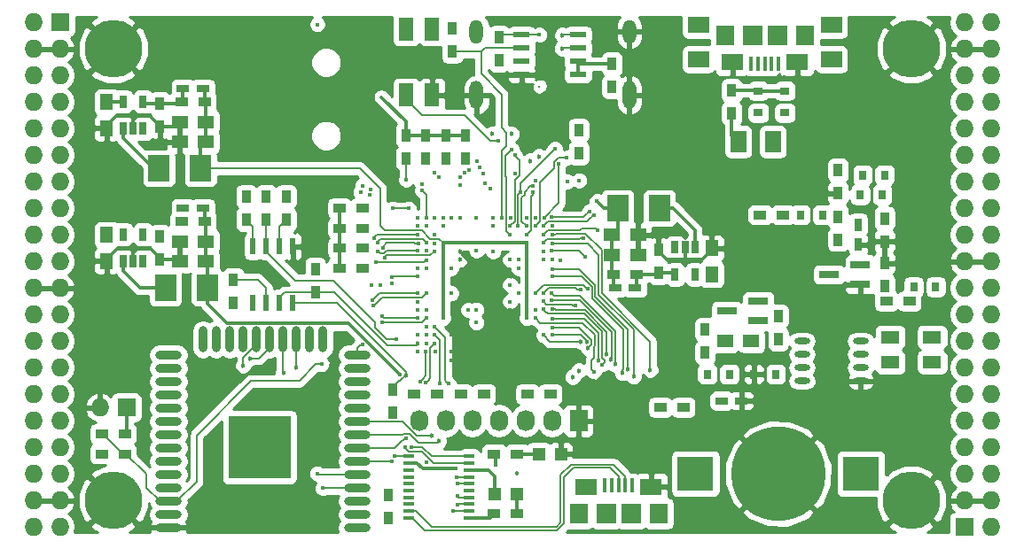
<source format=gbl>
G04 #@! TF.FileFunction,Copper,L4,Bot,Signal*
%FSLAX46Y46*%
G04 Gerber Fmt 4.6, Leading zero omitted, Abs format (unit mm)*
G04 Created by KiCad (PCBNEW 4.0.5+dfsg1-4) date Thu May  4 11:24:41 2017*
%MOMM*%
%LPD*%
G01*
G04 APERTURE LIST*
%ADD10C,0.100000*%
%ADD11R,3.500000X3.300000*%
%ADD12C,9.000000*%
%ADD13R,2.032000X1.524000*%
%ADD14R,2.000000X2.500000*%
%ADD15R,0.700000X1.200000*%
%ADD16R,1.250000X1.500000*%
%ADD17R,1.500000X1.250000*%
%ADD18R,1.524000X2.032000*%
%ADD19O,1.473200X0.609600*%
%ADD20R,0.800000X0.900000*%
%ADD21R,2.100000X1.600000*%
%ADD22R,1.900000X1.900000*%
%ADD23R,0.400000X1.350000*%
%ADD24R,1.800000X1.900000*%
%ADD25R,1.900000X0.800000*%
%ADD26R,1.200000X0.750000*%
%ADD27R,0.750000X1.200000*%
%ADD28R,0.900000X1.200000*%
%ADD29R,1.200000X0.900000*%
%ADD30O,1.300000X2.700000*%
%ADD31O,1.300000X2.300000*%
%ADD32R,0.600000X1.550000*%
%ADD33R,1.550000X0.600000*%
%ADD34O,2.500000X0.900000*%
%ADD35O,0.900000X2.500000*%
%ADD36R,6.000000X6.000000*%
%ADD37R,1.727200X1.727200*%
%ADD38O,1.727200X1.727200*%
%ADD39C,5.500000*%
%ADD40R,0.900000X0.800000*%
%ADD41R,1.000000X0.400000*%
%ADD42R,1.800000X1.200000*%
%ADD43R,1.400000X2.200000*%
%ADD44R,1.727200X2.032000*%
%ADD45O,1.727200X2.032000*%
%ADD46R,1.198880X1.198880*%
%ADD47C,0.400000*%
%ADD48C,0.454000*%
%ADD49C,0.190000*%
%ADD50C,0.300000*%
%ADD51C,0.200000*%
%ADD52C,0.254000*%
G04 APERTURE END LIST*
D10*
D11*
X174390000Y-105870000D03*
X158590000Y-105870000D03*
D12*
X166490000Y-105870000D03*
D13*
X171570000Y-62944000D03*
X171570000Y-66246000D03*
D14*
X107975000Y-88090000D03*
X111975000Y-88090000D03*
D15*
X105845000Y-85580000D03*
X104895000Y-85580000D03*
X103945000Y-85580000D03*
X103945000Y-82980000D03*
X105845000Y-82980000D03*
D14*
X155155000Y-80470000D03*
X151155000Y-80470000D03*
D15*
X156650000Y-84220000D03*
X157600000Y-84220000D03*
X158550000Y-84220000D03*
X158550000Y-86820000D03*
X156650000Y-86820000D03*
D14*
X107340000Y-76660000D03*
X111340000Y-76660000D03*
D15*
X105845000Y-72880000D03*
X104895000Y-72880000D03*
X103945000Y-72880000D03*
X103945000Y-70280000D03*
X105845000Y-70280000D03*
D16*
X102355000Y-70330000D03*
X102355000Y-72830000D03*
D17*
X111860000Y-85550000D03*
X109360000Y-85550000D03*
X111860000Y-83645000D03*
X109360000Y-83645000D03*
D16*
X102355000Y-83030000D03*
X102355000Y-85530000D03*
D17*
X150635000Y-84915000D03*
X153135000Y-84915000D03*
X150635000Y-83010000D03*
X153135000Y-83010000D03*
D16*
X160140000Y-86800000D03*
X160140000Y-84300000D03*
D17*
X111860000Y-72215000D03*
X109360000Y-72215000D03*
X111860000Y-74120000D03*
X109360000Y-74120000D03*
D18*
X162680000Y-74120000D03*
X165982000Y-74120000D03*
D13*
X158870000Y-66246000D03*
X158870000Y-62944000D03*
D19*
X174364000Y-93170000D03*
X174364000Y-94440000D03*
X174364000Y-95710000D03*
X174364000Y-96980000D03*
X168776000Y-96980000D03*
X168776000Y-95710000D03*
X168776000Y-94440000D03*
X168776000Y-93170000D03*
D17*
X161430000Y-93170000D03*
X163930000Y-93170000D03*
D20*
X159725000Y-96345000D03*
X161825000Y-96345000D03*
X179430000Y-88000000D03*
X181530000Y-88000000D03*
X176650000Y-77295000D03*
X174550000Y-77295000D03*
X170715000Y-81105000D03*
X168615000Y-81105000D03*
D21*
X154350000Y-107130000D03*
X148150000Y-107130000D03*
D22*
X152450000Y-109680000D03*
X150050000Y-109680000D03*
D23*
X152550000Y-107005000D03*
X151900000Y-107005000D03*
X151250000Y-107005000D03*
X150600000Y-107005000D03*
X149950000Y-107005000D03*
D24*
X155050000Y-109680000D03*
X147450000Y-109680000D03*
D21*
X162120000Y-66510000D03*
X168320000Y-66510000D03*
D22*
X164020000Y-63960000D03*
X166420000Y-63960000D03*
D23*
X163920000Y-66635000D03*
X164570000Y-66635000D03*
X165220000Y-66635000D03*
X165870000Y-66635000D03*
X166520000Y-66635000D03*
D24*
X161420000Y-63960000D03*
X169020000Y-63960000D03*
D25*
X164585000Y-89360000D03*
X164585000Y-91260000D03*
X161585000Y-90310000D03*
X174340000Y-85870000D03*
X174340000Y-87770000D03*
X171340000Y-86820000D03*
D26*
X111560000Y-80470000D03*
X109660000Y-80470000D03*
X150935000Y-88090000D03*
X152835000Y-88090000D03*
X111560000Y-69040000D03*
X109660000Y-69040000D03*
D27*
X174110000Y-82060000D03*
X174110000Y-83960000D03*
D28*
X159505000Y-94270000D03*
X159505000Y-92070000D03*
X176650000Y-87920000D03*
X176650000Y-85720000D03*
D29*
X179020000Y-89360000D03*
X176820000Y-89360000D03*
D28*
X176650000Y-81445000D03*
X176650000Y-83645000D03*
X166490000Y-90800000D03*
X166490000Y-93000000D03*
D29*
X155230000Y-99520000D03*
X157430000Y-99520000D03*
D28*
X172205000Y-81275000D03*
X172205000Y-83475000D03*
X129280000Y-107900000D03*
X129280000Y-110100000D03*
D29*
X166955000Y-81105000D03*
X164755000Y-81105000D03*
D28*
X172205000Y-76830000D03*
X172205000Y-79030000D03*
D29*
X111710000Y-81740000D03*
X109510000Y-81740000D03*
X111710000Y-70310000D03*
X109510000Y-70310000D03*
X150785000Y-86820000D03*
X152985000Y-86820000D03*
D28*
X107435000Y-85380000D03*
X107435000Y-83180000D03*
X107435000Y-72680000D03*
X107435000Y-70480000D03*
X155060000Y-84450000D03*
X155060000Y-86650000D03*
D29*
X126782000Y-86185000D03*
X124582000Y-86185000D03*
X126782000Y-84279000D03*
X124582000Y-84279000D03*
X126782000Y-82375000D03*
X124582000Y-82375000D03*
X126782000Y-80470000D03*
X124582000Y-80470000D03*
D28*
X130930000Y-75687000D03*
X130930000Y-73487000D03*
X132835000Y-75687000D03*
X132835000Y-73487000D03*
X134740000Y-75687000D03*
X134740000Y-73487000D03*
X136645000Y-75687000D03*
X136645000Y-73487000D03*
D30*
X152280000Y-69650000D03*
X137680000Y-69650000D03*
D31*
X137680000Y-63600000D03*
X152280000Y-63600000D03*
D32*
X116325000Y-84120000D03*
X117595000Y-84120000D03*
X118865000Y-84120000D03*
X120135000Y-84120000D03*
X120135000Y-89520000D03*
X118865000Y-89520000D03*
X117595000Y-89520000D03*
X116325000Y-89520000D03*
D26*
X161095000Y-98885000D03*
X162995000Y-98885000D03*
D33*
X141980000Y-67705000D03*
X141980000Y-66435000D03*
X141980000Y-65165000D03*
X141980000Y-63895000D03*
X147380000Y-63895000D03*
X147380000Y-65165000D03*
X147380000Y-66435000D03*
X147380000Y-67705000D03*
D20*
X166270000Y-96345000D03*
X164170000Y-96345000D03*
X174330000Y-79200000D03*
X176430000Y-79200000D03*
D34*
X126260434Y-111030338D03*
X126260434Y-109760338D03*
X126260434Y-108490338D03*
X126260434Y-107220338D03*
X126260434Y-105950338D03*
X126260434Y-104680338D03*
X126260434Y-103410338D03*
X126260434Y-102140338D03*
X126260434Y-100870338D03*
X126260434Y-99600338D03*
X126260434Y-98330338D03*
X126260434Y-97060338D03*
X126260434Y-95790338D03*
X126260434Y-94520338D03*
D35*
X122975434Y-93030338D03*
X121705434Y-93030338D03*
X120435434Y-93030338D03*
X119165434Y-93030338D03*
X117895434Y-93030338D03*
X116625434Y-93030338D03*
X115355434Y-93030338D03*
X114085434Y-93030338D03*
X112815434Y-93030338D03*
X111545434Y-93030338D03*
D34*
X108260434Y-94520338D03*
X108260434Y-95790338D03*
X108260434Y-97060338D03*
X108260434Y-98330338D03*
X108260434Y-99600338D03*
X108260434Y-100870338D03*
X108260434Y-102140338D03*
X108260434Y-103410338D03*
X108260434Y-104680338D03*
X108260434Y-105950338D03*
X108260434Y-107220338D03*
X108260434Y-108490338D03*
X108260434Y-109760338D03*
X108260434Y-111030338D03*
D36*
X116960434Y-103330338D03*
D37*
X97910000Y-62690000D03*
D38*
X95370000Y-62690000D03*
X97910000Y-65230000D03*
X95370000Y-65230000D03*
X97910000Y-67770000D03*
X95370000Y-67770000D03*
X97910000Y-70310000D03*
X95370000Y-70310000D03*
X97910000Y-72850000D03*
X95370000Y-72850000D03*
X97910000Y-75390000D03*
X95370000Y-75390000D03*
X97910000Y-77930000D03*
X95370000Y-77930000D03*
X97910000Y-80470000D03*
X95370000Y-80470000D03*
X97910000Y-83010000D03*
X95370000Y-83010000D03*
X97910000Y-85550000D03*
X95370000Y-85550000D03*
X97910000Y-88090000D03*
X95370000Y-88090000D03*
X97910000Y-90630000D03*
X95370000Y-90630000D03*
X97910000Y-93170000D03*
X95370000Y-93170000D03*
X97910000Y-95710000D03*
X95370000Y-95710000D03*
X97910000Y-98250000D03*
X95370000Y-98250000D03*
X97910000Y-100790000D03*
X95370000Y-100790000D03*
X97910000Y-103330000D03*
X95370000Y-103330000D03*
X97910000Y-105870000D03*
X95370000Y-105870000D03*
X97910000Y-108410000D03*
X95370000Y-108410000D03*
X97910000Y-110950000D03*
X95370000Y-110950000D03*
D37*
X184270000Y-110950000D03*
D38*
X186810000Y-110950000D03*
X184270000Y-108410000D03*
X186810000Y-108410000D03*
X184270000Y-105870000D03*
X186810000Y-105870000D03*
X184270000Y-103330000D03*
X186810000Y-103330000D03*
X184270000Y-100790000D03*
X186810000Y-100790000D03*
X184270000Y-98250000D03*
X186810000Y-98250000D03*
X184270000Y-95710000D03*
X186810000Y-95710000D03*
X184270000Y-93170000D03*
X186810000Y-93170000D03*
X184270000Y-90630000D03*
X186810000Y-90630000D03*
X184270000Y-88090000D03*
X186810000Y-88090000D03*
X184270000Y-85550000D03*
X186810000Y-85550000D03*
X184270000Y-83010000D03*
X186810000Y-83010000D03*
X184270000Y-80470000D03*
X186810000Y-80470000D03*
X184270000Y-77930000D03*
X186810000Y-77930000D03*
X184270000Y-75390000D03*
X186810000Y-75390000D03*
X184270000Y-72850000D03*
X186810000Y-72850000D03*
X184270000Y-70310000D03*
X186810000Y-70310000D03*
X184270000Y-67770000D03*
X186810000Y-67770000D03*
X184270000Y-65230000D03*
X186810000Y-65230000D03*
X184270000Y-62690000D03*
X186810000Y-62690000D03*
D39*
X102990000Y-108410000D03*
X179190000Y-108410000D03*
X179190000Y-65230000D03*
X102990000Y-65230000D03*
D40*
X167125000Y-69260000D03*
X167125000Y-71360000D03*
X164585000Y-69260000D03*
X164585000Y-71360000D03*
D28*
X162045000Y-71410000D03*
X162045000Y-69210000D03*
X139820000Y-66330000D03*
X139820000Y-64130000D03*
X135375000Y-63300000D03*
X135375000Y-65500000D03*
X150615000Y-68870000D03*
X150615000Y-66670000D03*
X147440000Y-75220000D03*
X147440000Y-73020000D03*
D41*
X137005000Y-104215000D03*
X137005000Y-104865000D03*
X137005000Y-105515000D03*
X137005000Y-106165000D03*
X137005000Y-106815000D03*
X137005000Y-107465000D03*
X137005000Y-108115000D03*
X137005000Y-108765000D03*
X137005000Y-109415000D03*
X137005000Y-110065000D03*
X131205000Y-110065000D03*
X131205000Y-109415000D03*
X131205000Y-108765000D03*
X131205000Y-108115000D03*
X131205000Y-107465000D03*
X131205000Y-106815000D03*
X131205000Y-106165000D03*
X131205000Y-105515000D03*
X131205000Y-104865000D03*
X131205000Y-104215000D03*
D28*
X119500000Y-79370000D03*
X119500000Y-81570000D03*
X114480000Y-89500000D03*
X114480000Y-87300000D03*
X129660000Y-99985000D03*
X129660000Y-97785000D03*
X117595000Y-79370000D03*
X117595000Y-81570000D03*
X122280000Y-86300000D03*
X122280000Y-88500000D03*
X115690000Y-79370000D03*
X115690000Y-81570000D03*
D29*
X144730000Y-98250000D03*
X142530000Y-98250000D03*
X138380000Y-98250000D03*
X136180000Y-98250000D03*
X131735000Y-98250000D03*
X133935000Y-98250000D03*
X101890000Y-103965000D03*
X104090000Y-103965000D03*
D42*
X177190000Y-95200000D03*
X181190000Y-95200000D03*
X181190000Y-92800000D03*
X177190000Y-92800000D03*
D43*
X133450000Y-63350000D03*
X133450000Y-69650000D03*
X130950000Y-69650000D03*
X130950000Y-63350000D03*
D37*
X104260000Y-99520000D03*
D38*
X101720000Y-99520000D03*
D44*
X147440000Y-100790000D03*
D45*
X144900000Y-100790000D03*
X142360000Y-100790000D03*
X139820000Y-100790000D03*
X137280000Y-100790000D03*
X134740000Y-100790000D03*
X132200000Y-100790000D03*
D29*
X101890000Y-102060000D03*
X104090000Y-102060000D03*
D46*
X143630980Y-104000000D03*
X145729020Y-104000000D03*
X141504020Y-107775000D03*
X139405980Y-107775000D03*
D29*
X139355000Y-103965000D03*
X141555000Y-103965000D03*
X139355000Y-109680000D03*
X141555000Y-109680000D03*
D47*
X145680000Y-85422010D03*
X146474680Y-71591464D03*
X147980000Y-71421198D03*
X144973174Y-71597397D03*
X100017740Y-79439515D03*
X132880424Y-84565132D03*
X133710711Y-94200625D03*
X143480000Y-71900000D03*
X141986140Y-71899854D03*
X144080000Y-84600000D03*
X145680000Y-94200000D03*
X136080000Y-89400000D03*
X140880000Y-90200000D03*
X135280000Y-95000000D03*
X135280000Y-94200000D03*
X142480000Y-94200000D03*
X140880000Y-93400000D03*
X139280000Y-93400000D03*
X137680000Y-93400000D03*
X136080000Y-93400000D03*
X136880000Y-92600000D03*
X135280000Y-92600000D03*
X132880000Y-91800000D03*
X132880000Y-93400000D03*
X132880000Y-82200000D03*
D48*
X139282888Y-90185466D03*
X141042859Y-86994997D03*
X139280000Y-87000000D03*
X136110990Y-86995403D03*
X139280000Y-88600000D03*
X137680000Y-87000000D03*
X136080000Y-84600000D03*
D47*
X149185000Y-79800000D03*
X137665894Y-91402446D03*
X135273306Y-88618602D03*
X139272517Y-84611349D03*
X137680556Y-84534085D03*
X141680000Y-86200000D03*
X135280000Y-86200000D03*
X132880000Y-92600000D03*
X132080000Y-92600000D03*
X141680000Y-88600000D03*
X141680000Y-85400000D03*
X130359539Y-96375104D03*
X140880000Y-89400000D03*
X137680000Y-90172990D03*
X140880000Y-87800000D03*
X140880000Y-85400000D03*
X136880000Y-90200000D03*
D48*
X136080000Y-85400000D03*
D47*
X139280000Y-82200000D03*
X142480000Y-91000000D03*
X142480000Y-83800000D03*
X134480000Y-83800000D03*
X134480000Y-91000000D03*
X135884156Y-106800406D03*
X134989952Y-97239158D03*
X133680000Y-91800000D03*
D48*
X134074414Y-102752225D03*
D47*
X135855186Y-108022639D03*
X134198152Y-97269984D03*
D48*
X133449289Y-102232615D03*
D47*
X133680000Y-92600000D03*
X132918584Y-104800000D03*
X129560338Y-104680338D03*
X135853254Y-108792386D03*
X132849983Y-97161003D03*
X133685668Y-93402482D03*
X132322256Y-97030173D03*
X135471949Y-109409592D03*
X132858000Y-94197073D03*
X130930000Y-102458384D03*
X122480000Y-62900000D03*
D48*
X145851858Y-65189228D03*
X145873729Y-63920849D03*
D47*
X143680000Y-63900000D03*
X140080000Y-81400000D03*
D48*
X115401833Y-95513164D03*
X116075985Y-94839013D03*
X119237010Y-96188514D03*
X120492438Y-95673555D03*
D47*
X132880000Y-90200000D03*
X147480000Y-77822010D03*
X146387166Y-77918991D03*
X129574202Y-87627093D03*
X131453853Y-103296209D03*
X144885216Y-91021238D03*
D48*
X149288902Y-95043868D03*
D47*
X144885689Y-90132858D03*
D48*
X150129901Y-94414903D03*
D47*
X144890381Y-83866022D03*
D48*
X152680000Y-96550990D03*
D47*
X144894101Y-83022010D03*
D48*
X154275598Y-95924907D03*
D47*
X144901285Y-86268736D03*
D48*
X152118693Y-95894785D03*
X151619585Y-96228215D03*
D47*
X144888562Y-86993817D03*
D48*
X150902589Y-95397137D03*
D47*
X144877648Y-88622010D03*
X144869421Y-89288847D03*
D48*
X150496552Y-94981555D03*
X148342288Y-93839222D03*
D47*
X144882782Y-91877646D03*
D48*
X147644473Y-93229475D03*
D47*
X144080000Y-92600000D03*
D48*
X148224044Y-93270369D03*
D47*
X144882352Y-92577990D03*
D48*
X130952023Y-96441355D03*
D47*
X129988109Y-93000000D03*
D48*
X132080000Y-93400000D03*
D47*
X132080000Y-94200000D03*
X132080000Y-88577990D03*
X127740755Y-89253216D03*
X127858015Y-89776851D03*
X122880000Y-95400000D03*
X132880000Y-88600000D03*
X129622730Y-87102320D03*
X130839486Y-103354982D03*
X132080000Y-87000000D03*
X132880000Y-86200000D03*
X129880000Y-104200000D03*
X135778649Y-106163691D03*
X127613979Y-87797421D03*
X122465404Y-105844974D03*
X126772260Y-93496855D03*
X128457990Y-87801543D03*
X122983658Y-107217238D03*
X139782500Y-74073458D03*
D48*
X139185419Y-73378045D03*
X141029139Y-73391006D03*
X143625670Y-75521246D03*
X142775852Y-75939146D03*
D47*
X132080000Y-90200000D03*
X132080000Y-89422010D03*
X135274882Y-81390604D03*
X134480367Y-81390604D03*
X134058357Y-77465303D03*
X133668154Y-77111081D03*
X126773709Y-78308800D03*
X126604386Y-78926444D03*
X127445822Y-79226361D03*
X127566271Y-78713298D03*
X132504562Y-78200000D03*
X132505009Y-78796823D03*
X132884441Y-81391117D03*
X127880331Y-83320905D03*
X132084319Y-83022010D03*
X128241605Y-83742915D03*
X132886504Y-83777990D03*
X128715776Y-84283910D03*
X132117443Y-83866021D03*
X128271699Y-84586926D03*
X132032194Y-84565132D03*
X128880000Y-85200000D03*
X133671942Y-84595200D03*
X128104488Y-85629767D03*
X132875802Y-85421990D03*
D48*
X146880000Y-96600000D03*
X147440156Y-96014538D03*
D47*
X148880000Y-96100000D03*
X143280000Y-91000000D03*
X144082424Y-90132858D03*
X149700826Y-95417640D03*
X147123968Y-89767616D03*
X144035793Y-89397606D03*
X143281824Y-90201951D03*
X144080517Y-85397219D03*
X144886544Y-85385186D03*
X149280000Y-82600000D03*
X144080000Y-83000000D03*
X144885092Y-82177990D03*
X147595986Y-88289581D03*
X144082832Y-88584510D03*
X148280000Y-88177990D03*
X143278026Y-88595030D03*
X148877945Y-81121967D03*
X144076901Y-82186448D03*
X148468237Y-80790483D03*
X144866392Y-81333979D03*
X139280000Y-81400000D03*
X139030990Y-78600803D03*
X138474753Y-78117762D03*
X138291969Y-77164182D03*
X137754556Y-75974186D03*
X137974958Y-76577236D03*
X137680000Y-81400000D03*
X136967862Y-76797850D03*
X136540508Y-77107981D03*
X136123321Y-77473680D03*
X136102010Y-78268593D03*
X136080000Y-81400000D03*
X148063983Y-85114902D03*
X144877691Y-84532933D03*
X147880000Y-83319858D03*
X144080000Y-83800000D03*
X143019945Y-78903038D03*
X142473549Y-82998913D03*
X143086704Y-78380271D03*
X142457990Y-82191394D03*
X145520358Y-76270654D03*
X144146021Y-81374784D03*
X143323210Y-77837480D03*
X146289107Y-75636632D03*
X143302010Y-82194992D03*
X143302010Y-81381735D03*
X145172870Y-74792620D03*
X141853043Y-78968642D03*
X141657990Y-82130345D03*
X142457990Y-81382236D03*
X140924011Y-81375594D03*
X141346021Y-77170289D03*
X141046643Y-74873804D03*
X140864029Y-83041403D03*
X141329877Y-75415642D03*
X140902010Y-82179283D03*
X133680000Y-82977990D03*
X132080000Y-81400000D03*
X132080000Y-82177990D03*
X130976883Y-77755103D03*
X133680000Y-81400000D03*
X133680000Y-83822010D03*
X128702010Y-91430673D03*
X132880000Y-91000000D03*
X128681850Y-90794963D03*
X132077648Y-90977990D03*
X132080000Y-86200000D03*
X129680000Y-80500000D03*
X131180000Y-80500000D03*
X134480000Y-82200000D03*
X139480000Y-105000000D03*
X135680000Y-105400000D03*
D49*
X143680000Y-68900000D02*
X143780000Y-68800000D01*
D50*
X141555000Y-105819020D02*
X141504020Y-105870000D01*
X137680000Y-86200000D02*
X137680000Y-86600000D01*
X136080000Y-84600000D02*
X137680000Y-86200000D01*
X139280000Y-90182578D02*
X139282888Y-90185466D01*
X139280000Y-88600000D02*
X139280000Y-90182578D01*
X159215000Y-85350000D02*
X157600000Y-85350000D01*
X157600000Y-85350000D02*
X155810000Y-85350000D01*
X157600000Y-84220000D02*
X157600000Y-85350000D01*
X160140000Y-84300000D02*
X160140000Y-84425000D01*
X160140000Y-84425000D02*
X159215000Y-85350000D01*
X155810000Y-85350000D02*
X155060000Y-84600000D01*
X155060000Y-84600000D02*
X155060000Y-84450000D01*
X109360000Y-85550000D02*
X109360000Y-83645000D01*
X107435000Y-85380000D02*
X109190000Y-85380000D01*
X109190000Y-85380000D02*
X109360000Y-85550000D01*
X102355000Y-85530000D02*
X102355000Y-85345398D01*
X102355000Y-85345398D02*
X103420398Y-84280000D01*
X103420398Y-84280000D02*
X104895000Y-84280000D01*
X102355000Y-72830000D02*
X102355000Y-72594893D01*
X102355000Y-72594893D02*
X103369893Y-71580000D01*
X103369893Y-71580000D02*
X104895000Y-71580000D01*
X104895000Y-71580000D02*
X106405626Y-71580000D01*
X106405626Y-71580000D02*
X107435000Y-72609374D01*
X107435000Y-72609374D02*
X107435000Y-72680000D01*
X106485000Y-84280000D02*
X104895000Y-84280000D01*
X104895000Y-85580000D02*
X104895000Y-84280000D01*
X107435000Y-85380000D02*
X107435000Y-85230000D01*
X107435000Y-85230000D02*
X106485000Y-84280000D01*
X104895000Y-71580000D02*
X104895000Y-72880000D01*
X109360000Y-72215000D02*
X109360000Y-74120000D01*
X107435000Y-72680000D02*
X108895000Y-72680000D01*
X108895000Y-72680000D02*
X109360000Y-72215000D01*
X109340000Y-72195000D02*
X109360000Y-72215000D01*
X141037856Y-87000000D02*
X141042859Y-86994997D01*
X139280000Y-87000000D02*
X141037856Y-87000000D01*
X136432016Y-86995403D02*
X136110990Y-86995403D01*
X137284597Y-86995403D02*
X136432016Y-86995403D01*
X137680000Y-86600000D02*
X137284597Y-86995403D01*
X137680000Y-86600000D02*
X137680000Y-87000000D01*
X162045000Y-71410000D02*
X162045000Y-73485000D01*
X162045000Y-73485000D02*
X162680000Y-74120000D01*
X102355000Y-70330000D02*
X103895000Y-70330000D01*
X103895000Y-70330000D02*
X103945000Y-70280000D01*
X151155000Y-80470000D02*
X149855000Y-80470000D01*
X149855000Y-80470000D02*
X149185000Y-79800000D01*
X150785000Y-86820000D02*
X150785000Y-87940000D01*
X150785000Y-87940000D02*
X150935000Y-88090000D01*
X150635000Y-84915000D02*
X150635000Y-86670000D01*
X150635000Y-86670000D02*
X150785000Y-86820000D01*
X150635000Y-83010000D02*
X150635000Y-84915000D01*
X151155000Y-80470000D02*
X151155000Y-82490000D01*
X151155000Y-82490000D02*
X150635000Y-83010000D01*
X103945000Y-85580000D02*
X103945000Y-86480000D01*
X103945000Y-86480000D02*
X105555000Y-88090000D01*
X105555000Y-88090000D02*
X106675000Y-88090000D01*
X106675000Y-88090000D02*
X107975000Y-88090000D01*
X155155000Y-80470000D02*
X156455000Y-80470000D01*
X156455000Y-80470000D02*
X158550000Y-82565000D01*
X158550000Y-82565000D02*
X158550000Y-83320000D01*
X158550000Y-83320000D02*
X158550000Y-84220000D01*
X111975000Y-89640000D02*
X113838328Y-91503328D01*
X125487763Y-91503328D02*
X130159540Y-96175105D01*
X113838328Y-91503328D02*
X125487763Y-91503328D01*
X130159540Y-96175105D02*
X130359539Y-96375104D01*
X111975000Y-88090000D02*
X111975000Y-89640000D01*
X111710000Y-81740000D02*
X111710000Y-80620000D01*
X111710000Y-80620000D02*
X111560000Y-80470000D01*
X111860000Y-83645000D02*
X111860000Y-81890000D01*
X111860000Y-81890000D02*
X111710000Y-81740000D01*
X111860000Y-83645000D02*
X111860000Y-85550000D01*
X111975000Y-88090000D02*
X111975000Y-85665000D01*
X111975000Y-85665000D02*
X111860000Y-85550000D01*
D49*
X134480000Y-83800000D02*
X134080000Y-83400000D01*
X134080000Y-83400000D02*
X133280000Y-83400000D01*
X133280000Y-83400000D02*
X132480000Y-82600000D01*
X128480000Y-82200000D02*
X128480000Y-78600000D01*
X132480000Y-82600000D02*
X128880000Y-82600000D01*
X128880000Y-82600000D02*
X128480000Y-82200000D01*
X128480000Y-78600000D02*
X126540000Y-76660000D01*
X126540000Y-76660000D02*
X111340000Y-76660000D01*
D50*
X142480000Y-83800000D02*
X142480000Y-91000000D01*
X134480000Y-83800000D02*
X142480000Y-83800000D01*
X134480000Y-91000000D02*
X134480000Y-83800000D01*
X111710000Y-70310000D02*
X111710000Y-69190000D01*
X111710000Y-69190000D02*
X111560000Y-69040000D01*
X111860000Y-72215000D02*
X111860000Y-70460000D01*
X111860000Y-70460000D02*
X111710000Y-70310000D01*
X111860000Y-74120000D02*
X111860000Y-72215000D01*
X111340000Y-76660000D02*
X111340000Y-74640000D01*
X111340000Y-74640000D02*
X111860000Y-74120000D01*
X103945000Y-72880000D02*
X103945000Y-73780000D01*
X106825000Y-76660000D02*
X107340000Y-76660000D01*
X103945000Y-73780000D02*
X106825000Y-76660000D01*
X152985000Y-86820000D02*
X152985000Y-87940000D01*
X152985000Y-87940000D02*
X152835000Y-88090000D01*
X155060000Y-86650000D02*
X156480000Y-86650000D01*
X156480000Y-86650000D02*
X156650000Y-86820000D01*
X152985000Y-86820000D02*
X154890000Y-86820000D01*
X154890000Y-86820000D02*
X155060000Y-86650000D01*
X107435000Y-70480000D02*
X106045000Y-70480000D01*
X106045000Y-70480000D02*
X105845000Y-70280000D01*
X107435000Y-70480000D02*
X109340000Y-70480000D01*
X109340000Y-70480000D02*
X109510000Y-70310000D01*
X109660000Y-69040000D02*
X109660000Y-70160000D01*
X109660000Y-70160000D02*
X109510000Y-70310000D01*
D49*
X137005000Y-106815000D02*
X135898750Y-106815000D01*
X135898750Y-106815000D02*
X135884156Y-106800406D01*
X134789953Y-97039159D02*
X134989952Y-97239158D01*
X134680000Y-96929206D02*
X134789953Y-97039159D01*
X133680000Y-91800000D02*
X134680000Y-92800000D01*
X134680000Y-92800000D02*
X134680000Y-96929206D01*
X130623484Y-102140338D02*
X130727439Y-102036383D01*
X126260434Y-102140338D02*
X130623484Y-102140338D01*
X130727439Y-102036383D02*
X131310378Y-102036383D01*
X133936813Y-102889826D02*
X134074414Y-102752225D01*
X132163821Y-102889826D02*
X133936813Y-102889826D01*
X131310378Y-102036383D02*
X132163821Y-102889826D01*
X137005000Y-108115000D02*
X135947547Y-108115000D01*
X135947547Y-108115000D02*
X135855186Y-108022639D01*
X134198152Y-93118152D02*
X134198152Y-96987142D01*
X133680000Y-92600000D02*
X134198152Y-93118152D01*
X134198152Y-96987142D02*
X134198152Y-97269984D01*
X133128263Y-102232615D02*
X133449289Y-102232615D01*
X131954931Y-102232615D02*
X133128263Y-102232615D01*
X126260434Y-100870338D02*
X130592654Y-100870338D01*
X130592654Y-100870338D02*
X131954931Y-102232615D01*
X137005000Y-108765000D02*
X135880640Y-108765000D01*
X135880640Y-108765000D02*
X135853254Y-108792386D01*
X133049982Y-96961004D02*
X132849983Y-97161003D01*
X133280576Y-96730410D02*
X133049982Y-96961004D01*
X133280576Y-93807574D02*
X133280576Y-96730410D01*
X133685668Y-93402482D02*
X133280576Y-93807574D01*
X129560338Y-104680338D02*
X126260434Y-104680338D01*
X132522255Y-96830174D02*
X132322256Y-97030173D01*
X132858000Y-96494429D02*
X132522255Y-96830174D01*
X132858000Y-94197073D02*
X132858000Y-96494429D01*
X137005000Y-109415000D02*
X135477357Y-109415000D01*
X135477357Y-109415000D02*
X135471949Y-109409592D01*
X126260434Y-103410338D02*
X129880000Y-103410338D01*
X130730001Y-102658383D02*
X130631955Y-102658383D01*
X130631955Y-102658383D02*
X129880000Y-103410338D01*
X130930000Y-102458384D02*
X130730001Y-102658383D01*
D50*
X124582000Y-84279000D02*
X124582000Y-86185000D01*
X124582000Y-82375000D02*
X124582000Y-84279000D01*
X124582000Y-80470000D02*
X124582000Y-82375000D01*
X128779999Y-70060978D02*
X128580000Y-69860979D01*
X130930000Y-72210979D02*
X128779999Y-70060978D01*
X130930000Y-73487000D02*
X130930000Y-72210979D01*
X134740000Y-73487000D02*
X136645000Y-73487000D01*
X132835000Y-73487000D02*
X134740000Y-73487000D01*
X130930000Y-73487000D02*
X132835000Y-73487000D01*
D49*
X145876086Y-65165000D02*
X145851858Y-65189228D01*
X147380000Y-65165000D02*
X145876086Y-65165000D01*
X145899578Y-63895000D02*
X145873729Y-63920849D01*
X147380000Y-63895000D02*
X145899578Y-63895000D01*
X143680000Y-63900000D02*
X141985000Y-63900000D01*
X141985000Y-63900000D02*
X141980000Y-63895000D01*
X141980000Y-63895000D02*
X140055000Y-63895000D01*
X140055000Y-63895000D02*
X139820000Y-64130000D01*
X138115000Y-67635000D02*
X138115000Y-65500000D01*
X140080000Y-69600000D02*
X138115000Y-67635000D01*
X140513618Y-73234098D02*
X140080000Y-72800480D01*
X140080000Y-74951680D02*
X140513618Y-74518062D01*
X140080000Y-72800480D02*
X140080000Y-69600000D01*
X140513618Y-74518062D02*
X140513618Y-73234098D01*
X140080000Y-81400000D02*
X140080000Y-74951680D01*
X135375000Y-65500000D02*
X138115000Y-65500000D01*
X138115000Y-65500000D02*
X138450000Y-65165000D01*
X138450000Y-65165000D02*
X141980000Y-65165000D01*
D50*
X147380000Y-67705000D02*
X147380000Y-66435000D01*
X150615000Y-66670000D02*
X147615000Y-66670000D01*
X147615000Y-66670000D02*
X147380000Y-66435000D01*
D49*
X116625434Y-93030338D02*
X116625434Y-93536964D01*
X115401833Y-95192138D02*
X115401833Y-95513164D01*
X115401833Y-94760565D02*
X115401833Y-95192138D01*
X116625434Y-93536964D02*
X115401833Y-94760565D01*
X117895434Y-93830338D02*
X116886759Y-94839013D01*
X117895434Y-93030338D02*
X117895434Y-93830338D01*
X116397011Y-94839013D02*
X116075985Y-94839013D01*
X116886759Y-94839013D02*
X116397011Y-94839013D01*
X119165434Y-93030338D02*
X119165434Y-96116938D01*
X119165434Y-96116938D02*
X119237010Y-96188514D01*
X120435434Y-95616551D02*
X120492438Y-95673555D01*
X120435434Y-93030338D02*
X120435434Y-95616551D01*
D50*
X164585000Y-69260000D02*
X167125000Y-69260000D01*
X162045000Y-69210000D02*
X164535000Y-69210000D01*
X164535000Y-69210000D02*
X164585000Y-69260000D01*
D49*
X131736695Y-103296209D02*
X131453853Y-103296209D01*
X132487676Y-103296209D02*
X131736695Y-103296209D01*
X133406467Y-104215000D02*
X132487676Y-103296209D01*
X137005000Y-104215000D02*
X133406467Y-104215000D01*
X137005000Y-104215000D02*
X136705000Y-104215000D01*
X145168058Y-91021238D02*
X144885216Y-91021238D01*
X147949559Y-91021238D02*
X145168058Y-91021238D01*
X149307067Y-92378746D02*
X147949559Y-91021238D01*
X149307067Y-94704677D02*
X149307067Y-92378746D01*
X149288902Y-94722842D02*
X149307067Y-94704677D01*
X149288902Y-95043868D02*
X149288902Y-94722842D01*
X145168531Y-90132858D02*
X144885689Y-90132858D01*
X150129901Y-92304938D02*
X148014587Y-90189624D01*
X150129901Y-94414903D02*
X150129901Y-92304938D01*
X148014587Y-90189624D02*
X145225297Y-90189624D01*
X145225297Y-90189624D02*
X145168531Y-90132858D01*
X148279859Y-83866022D02*
X145173223Y-83866022D01*
X149336023Y-84922186D02*
X148279859Y-83866022D01*
X149336023Y-88747175D02*
X149336023Y-84922186D01*
X152680000Y-92091152D02*
X149336023Y-88747175D01*
X145173223Y-83866022D02*
X144890381Y-83866022D01*
D51*
X152680000Y-96550990D02*
X152680000Y-92091152D01*
D49*
X149653034Y-84468330D02*
X148082561Y-82897857D01*
X149653034Y-88601724D02*
X149653034Y-84468330D01*
X145279087Y-82919866D02*
X145176943Y-83022010D01*
X147677439Y-82897857D02*
X147655430Y-82919866D01*
X154275598Y-93224288D02*
X149653034Y-88601724D01*
X147655430Y-82919866D02*
X145279087Y-82919866D01*
X148082561Y-82897857D02*
X147677439Y-82897857D01*
X145176943Y-83022010D02*
X144894101Y-83022010D01*
D51*
X154275598Y-95924907D02*
X154275598Y-93224288D01*
D49*
X145184127Y-86268736D02*
X144901285Y-86268736D01*
X147421619Y-86268736D02*
X145184127Y-86268736D01*
X149019012Y-87866129D02*
X147421619Y-86268736D01*
X149019012Y-88942371D02*
X149019012Y-87866129D01*
X152118693Y-92042052D02*
X149019012Y-88942371D01*
X152118693Y-95894785D02*
X152118693Y-92042052D01*
X148702001Y-89073681D02*
X151668601Y-92040281D01*
X151668601Y-92040281D02*
X151668601Y-95858173D01*
X151668601Y-95858173D02*
X151619585Y-95907189D01*
X151619585Y-95907189D02*
X151619585Y-96228215D01*
X144888562Y-86993817D02*
X147698379Y-86993817D01*
X147698379Y-86993817D02*
X148702001Y-87997439D01*
X148702001Y-87997439D02*
X148702001Y-89073681D01*
X147546972Y-88822009D02*
X150945554Y-92220591D01*
X145077647Y-88822009D02*
X147546972Y-88822009D01*
X150945554Y-95354172D02*
X150902589Y-95397137D01*
X150945554Y-92220591D02*
X150945554Y-95354172D01*
X144877648Y-88622010D02*
X145077647Y-88822009D01*
X150578903Y-92302261D02*
X147565489Y-89288847D01*
X150578903Y-94899204D02*
X150578903Y-92302261D01*
X145152263Y-89288847D02*
X144869421Y-89288847D01*
X147565489Y-89288847D02*
X145152263Y-89288847D01*
X150496552Y-94981555D02*
X150578903Y-94899204D01*
X148673045Y-93054848D02*
X148673045Y-93485890D01*
X148569287Y-93612223D02*
X148342288Y-93839222D01*
X148673045Y-93485890D02*
X148569287Y-93589648D01*
X147495843Y-91877646D02*
X148673045Y-93054848D01*
X148569287Y-93589648D02*
X148569287Y-93612223D01*
X144882782Y-91877646D02*
X147495843Y-91877646D01*
X147323447Y-93229475D02*
X147644473Y-93229475D01*
X144080000Y-92600000D02*
X144709475Y-93229475D01*
X144709475Y-93229475D02*
X147323447Y-93229475D01*
X147657510Y-92577990D02*
X148224044Y-93144524D01*
X144882352Y-92577990D02*
X147657510Y-92577990D01*
X148224044Y-93144524D02*
X148224044Y-93270369D01*
X118865000Y-84120000D02*
X118865000Y-82205000D01*
X118865000Y-82205000D02*
X119500000Y-81570000D01*
X116780000Y-87300000D02*
X117595000Y-88115000D01*
X117595000Y-88115000D02*
X117595000Y-89520000D01*
X114480000Y-87300000D02*
X116780000Y-87300000D01*
X130725024Y-96668354D02*
X130952023Y-96441355D01*
X130300000Y-96995000D02*
X130398378Y-96995000D01*
X130398378Y-96995000D02*
X130725024Y-96668354D01*
X124351694Y-89520000D02*
X130952023Y-96120329D01*
X120135000Y-89520000D02*
X124351694Y-89520000D01*
X130952023Y-96120329D02*
X130952023Y-96441355D01*
X129660000Y-97635000D02*
X130300000Y-96995000D01*
X129660000Y-97785000D02*
X129660000Y-97635000D01*
X127996037Y-91381971D02*
X127996037Y-91871701D01*
X117595000Y-84595000D02*
X120405209Y-87405209D01*
X124019275Y-87405209D02*
X127996037Y-91381971D01*
X129124336Y-93000000D02*
X129705267Y-93000000D01*
X117595000Y-84120000D02*
X117595000Y-84595000D01*
X127996037Y-91871701D02*
X129124336Y-93000000D01*
X120405209Y-87405209D02*
X124019275Y-87405209D01*
X129705267Y-93000000D02*
X129988109Y-93000000D01*
X117595000Y-84120000D02*
X117595000Y-81570000D01*
X131853001Y-93626999D02*
X132080000Y-93400000D01*
X119387001Y-88522999D02*
X124082421Y-88522999D01*
X124082421Y-88522999D02*
X129186421Y-93626999D01*
X118865000Y-89045000D02*
X119387001Y-88522999D01*
X118865000Y-89520000D02*
X118865000Y-89045000D01*
X129186421Y-93626999D02*
X131853001Y-93626999D01*
X116325000Y-84120000D02*
X116325000Y-82205000D01*
X116325000Y-82205000D02*
X115690000Y-81570000D01*
X131797158Y-88577990D02*
X132080000Y-88577990D01*
X128415981Y-88577990D02*
X131797158Y-88577990D01*
X127740755Y-89253216D02*
X128415981Y-88577990D01*
X128634857Y-89000009D02*
X128058014Y-89576852D01*
X128058014Y-89576852D02*
X127858015Y-89776851D01*
X132880000Y-88600000D02*
X132479991Y-89000009D01*
X132479991Y-89000009D02*
X128634857Y-89000009D01*
X108260434Y-108490338D02*
X109060434Y-108490338D01*
X110938115Y-102188255D02*
X116126370Y-97000000D01*
X109060434Y-108490338D02*
X110938115Y-106612657D01*
X110938115Y-106612657D02*
X110938115Y-102188255D01*
X116126370Y-97000000D02*
X120756137Y-97000000D01*
X120756137Y-97000000D02*
X122356137Y-95400000D01*
X122356137Y-95400000D02*
X122880000Y-95400000D01*
X106165000Y-105890000D02*
X106165000Y-107194904D01*
X106165000Y-107194904D02*
X107460434Y-108490338D01*
X107460434Y-108490338D02*
X108260434Y-108490338D01*
X104090000Y-103965000D02*
X104240000Y-103965000D01*
X104240000Y-103965000D02*
X106165000Y-105890000D01*
X101890000Y-102060000D02*
X102040000Y-102060000D01*
X102040000Y-102060000D02*
X103945000Y-103965000D01*
X103945000Y-103965000D02*
X104090000Y-103965000D01*
X129725050Y-87000000D02*
X129622730Y-87102320D01*
X132080000Y-87000000D02*
X129725050Y-87000000D01*
X133608146Y-104865000D02*
X132461356Y-103718210D01*
X132461356Y-103718210D02*
X131202714Y-103718210D01*
X131039485Y-103554981D02*
X130839486Y-103354982D01*
X131202714Y-103718210D02*
X131039485Y-103554981D01*
X137005000Y-104865000D02*
X133608146Y-104865000D01*
X137005000Y-104865000D02*
X136315000Y-104865000D01*
X130500000Y-104200000D02*
X129880000Y-104200000D01*
X131205000Y-104215000D02*
X130515000Y-104215000D01*
X130515000Y-104215000D02*
X130500000Y-104200000D01*
X137005000Y-106165000D02*
X135779958Y-106165000D01*
X135779958Y-106165000D02*
X135778649Y-106163691D01*
X136940000Y-106100000D02*
X137005000Y-106165000D01*
X122570768Y-105950338D02*
X122465404Y-105844974D01*
X126260434Y-105950338D02*
X122570768Y-105950338D01*
X126260434Y-93880338D02*
X126643917Y-93496855D01*
X126260434Y-94520338D02*
X126260434Y-93880338D01*
X126643917Y-93496855D02*
X126772260Y-93496855D01*
X122986758Y-107220338D02*
X122983658Y-107217238D01*
X126260434Y-107220338D02*
X122986758Y-107220338D01*
X139007987Y-74073458D02*
X139499658Y-74073458D01*
X130950000Y-69650000D02*
X130950000Y-70050000D01*
X132500000Y-71600000D02*
X136534529Y-71600000D01*
X136534529Y-71600000D02*
X139007987Y-74073458D01*
X130950000Y-70050000D02*
X132500000Y-71600000D01*
X139499658Y-74073458D02*
X139782500Y-74073458D01*
X146936142Y-105298181D02*
X150408181Y-105298181D01*
X146033671Y-110644713D02*
X146033671Y-106200652D01*
X150408181Y-105298181D02*
X151250000Y-106140000D01*
X151250000Y-106140000D02*
X151250000Y-107005000D01*
X132740000Y-111300000D02*
X145378384Y-111300000D01*
X145378384Y-111300000D02*
X146033671Y-110644713D01*
X146033671Y-106200652D02*
X146936142Y-105298181D01*
X131505000Y-110065000D02*
X132740000Y-111300000D01*
X131205000Y-110065000D02*
X131505000Y-110065000D01*
X145315793Y-110914270D02*
X145716660Y-110513403D01*
X131205000Y-109415000D02*
X131895000Y-109415000D01*
X146728058Y-104981170D02*
X150741170Y-104981170D01*
X131895000Y-109415000D02*
X133394270Y-110914270D01*
X133394270Y-110914270D02*
X145315793Y-110914270D01*
X145716660Y-110513403D02*
X145716660Y-105992568D01*
X145716660Y-105992568D02*
X146728058Y-104981170D01*
X150741170Y-104981170D02*
X151900000Y-106140000D01*
X151900000Y-106140000D02*
X151900000Y-107005000D01*
X132705008Y-78996822D02*
X132505009Y-78796823D01*
X132884441Y-81391117D02*
X132884441Y-79176255D01*
X132884441Y-79176255D02*
X132705008Y-78996822D01*
X128080330Y-83120906D02*
X127880331Y-83320905D01*
X128179226Y-83022010D02*
X128080330Y-83120906D01*
X132084319Y-83022010D02*
X128179226Y-83022010D01*
X128540509Y-83444011D02*
X128441604Y-83542916D01*
X132886504Y-83777990D02*
X132552525Y-83444011D01*
X128441604Y-83542916D02*
X128241605Y-83742915D01*
X132552525Y-83444011D02*
X128540509Y-83444011D01*
X132117443Y-83866021D02*
X131834601Y-83866021D01*
X129099303Y-83774626D02*
X128715776Y-84158153D01*
X131834601Y-83866021D02*
X131743206Y-83774626D01*
X131743206Y-83774626D02*
X129099303Y-83774626D01*
X128715776Y-84158153D02*
X128715776Y-84283910D01*
X128462771Y-84777998D02*
X128271699Y-84586926D01*
X128853681Y-84777998D02*
X128462771Y-84777998D01*
X129066547Y-84565132D02*
X128853681Y-84777998D01*
X132032194Y-84565132D02*
X129066547Y-84565132D01*
X129092858Y-84987142D02*
X128880000Y-85200000D01*
X133280000Y-84987142D02*
X129092858Y-84987142D01*
X133671942Y-84595200D02*
X133280000Y-84987142D01*
X132668025Y-85629767D02*
X128387330Y-85629767D01*
X132875802Y-85421990D02*
X132668025Y-85629767D01*
X128387330Y-85629767D02*
X128104488Y-85629767D01*
X143280000Y-91000000D02*
X143735636Y-91455636D01*
X148990056Y-93617200D02*
X148880000Y-93727256D01*
X148880000Y-94788251D02*
X148680001Y-94988250D01*
X148880000Y-93727256D02*
X148880000Y-94788251D01*
X148990056Y-92610053D02*
X148990056Y-93617200D01*
X147835639Y-91455636D02*
X148990056Y-92610053D01*
X143735636Y-91455636D02*
X147835639Y-91455636D01*
X148680001Y-95900001D02*
X148880000Y-96100000D01*
X148680001Y-94988250D02*
X148680001Y-95900001D01*
X149700826Y-95417640D02*
X149900825Y-95217641D01*
X149900825Y-95016486D02*
X149624078Y-94739739D01*
X149900825Y-95217641D02*
X149900825Y-95016486D01*
X149624078Y-92247436D02*
X147932631Y-90555989D01*
X149624078Y-94739739D02*
X149624078Y-92247436D01*
X144505555Y-90555989D02*
X144282423Y-90332857D01*
X147932631Y-90555989D02*
X144505555Y-90555989D01*
X144282423Y-90332857D02*
X144082424Y-90132858D01*
X146784367Y-89710857D02*
X146841126Y-89767616D01*
X146841126Y-89767616D02*
X147123968Y-89767616D01*
X144035793Y-89397606D02*
X144349044Y-89710857D01*
X144349044Y-89710857D02*
X146784367Y-89710857D01*
X149080001Y-82400001D02*
X149280000Y-82600000D01*
X144480000Y-82600000D02*
X147526975Y-82600000D01*
X144080000Y-83000000D02*
X144480000Y-82600000D01*
X147726974Y-82400001D02*
X149080001Y-82400001D01*
X147526975Y-82600000D02*
X147726974Y-82400001D01*
X144082832Y-88584510D02*
X144550331Y-88117011D01*
X144550331Y-88117011D02*
X147140574Y-88117011D01*
X147140574Y-88117011D02*
X147313144Y-88289581D01*
X147313144Y-88289581D02*
X147595986Y-88289581D01*
X147902010Y-87800000D02*
X148080001Y-87977991D01*
X144073056Y-87800000D02*
X147902010Y-87800000D01*
X148080001Y-87977991D02*
X148280000Y-88177990D01*
X143278026Y-88595030D02*
X144073056Y-87800000D01*
X148677946Y-81321966D02*
X148877945Y-81121967D01*
X148243923Y-81755989D02*
X148677946Y-81321966D01*
X144507360Y-81755989D02*
X148243923Y-81755989D01*
X144076901Y-82186448D02*
X144507360Y-81755989D01*
X148268238Y-80990482D02*
X148468237Y-80790483D01*
X147924741Y-81333979D02*
X148268238Y-80990482D01*
X144866392Y-81333979D02*
X147924741Y-81333979D01*
X144877691Y-84532933D02*
X147482014Y-84532933D01*
X147863984Y-84914903D02*
X148063983Y-85114902D01*
X147482014Y-84532933D02*
X147863984Y-84914903D01*
X144435988Y-83444012D02*
X147473004Y-83444012D01*
X147597158Y-83319858D02*
X147880000Y-83319858D01*
X144080000Y-83800000D02*
X144435988Y-83444012D01*
X147473004Y-83444012D02*
X147597158Y-83319858D01*
X143019945Y-79185880D02*
X143019945Y-78903038D01*
X142879991Y-82592471D02*
X142879991Y-79325834D01*
X142473549Y-82998913D02*
X142879991Y-82592471D01*
X142879991Y-79325834D02*
X143019945Y-79185880D01*
X141980034Y-81713438D02*
X141980034Y-79466215D01*
X142275045Y-78909088D02*
X142803862Y-78380271D01*
X142275045Y-79171204D02*
X142275045Y-78909088D01*
X141980034Y-79466215D02*
X142275045Y-79171204D01*
X142457990Y-82191394D02*
X141980034Y-81713438D01*
X142803862Y-78380271D02*
X143086704Y-78380271D01*
X145520358Y-76553496D02*
X145520358Y-76270654D01*
X145520358Y-80000447D02*
X145520358Y-76553496D01*
X144146021Y-81374784D02*
X145520358Y-80000447D01*
X145098356Y-76093554D02*
X145555278Y-75636632D01*
X146006265Y-75636632D02*
X146289107Y-75636632D01*
X145555278Y-75636632D02*
X146006265Y-75636632D01*
X145098356Y-76627460D02*
X145098356Y-76093554D01*
X143724011Y-81772991D02*
X143724011Y-78001805D01*
X143724011Y-78001805D02*
X145098356Y-76627460D01*
X143302010Y-82194992D02*
X143724011Y-81772991D01*
X144972871Y-74992619D02*
X145172870Y-74792620D01*
X141853043Y-78112447D02*
X144972871Y-74992619D01*
X141853043Y-78968642D02*
X141853043Y-78112447D01*
X141657990Y-82130345D02*
X141657990Y-81847503D01*
X141657990Y-81847503D02*
X141663023Y-81842470D01*
X141663023Y-79158662D02*
X141853043Y-78968642D01*
X141663023Y-81842470D02*
X141663023Y-79158662D01*
X140480000Y-82657374D02*
X140480000Y-81624562D01*
X140457999Y-75462448D02*
X140846644Y-75073803D01*
X140846644Y-75073803D02*
X141046643Y-74873804D01*
X140502001Y-77446563D02*
X140457999Y-77402561D01*
X140457999Y-77402561D02*
X140457999Y-75462448D01*
X140864029Y-83041403D02*
X140480000Y-82657374D01*
X140480000Y-81624562D02*
X140502001Y-81602561D01*
X140502001Y-81602561D02*
X140502001Y-77446563D01*
X141346021Y-77794851D02*
X141768022Y-77372850D01*
X141346021Y-81735272D02*
X141346021Y-77794851D01*
X141768022Y-75853787D02*
X141529876Y-75615641D01*
X140902010Y-82179283D02*
X141346021Y-81735272D01*
X141529876Y-75615641D02*
X141329877Y-75415642D01*
X141768022Y-77372850D02*
X141768022Y-75853787D01*
X130930000Y-75687000D02*
X130930000Y-77708220D01*
X130930000Y-77708220D02*
X130976883Y-77755103D01*
X128984852Y-91430673D02*
X128702010Y-91430673D01*
X132449327Y-91430673D02*
X128984852Y-91430673D01*
X132880000Y-91000000D02*
X132449327Y-91430673D01*
X128864877Y-90977990D02*
X128681850Y-90794963D01*
X132077648Y-90977990D02*
X128864877Y-90977990D01*
X131180000Y-80500000D02*
X129680000Y-80500000D01*
D50*
X104260000Y-99520000D02*
X104260000Y-101890000D01*
X104260000Y-101890000D02*
X104090000Y-102060000D01*
X137005000Y-110065000D02*
X138970000Y-110065000D01*
X138970000Y-110065000D02*
X139355000Y-109680000D01*
X139480000Y-105000000D02*
X139480000Y-104090000D01*
X139480000Y-104090000D02*
X139355000Y-103965000D01*
X132540000Y-105400000D02*
X135680000Y-105400000D01*
X131205000Y-104865000D02*
X132005000Y-104865000D01*
X132005000Y-104865000D02*
X132540000Y-105400000D01*
X141555000Y-103965000D02*
X143595980Y-103965000D01*
X143595980Y-103965000D02*
X143630980Y-104000000D01*
X141504020Y-107775000D02*
X141504020Y-109629020D01*
X141504020Y-109629020D02*
X141555000Y-109680000D01*
X139405980Y-107775000D02*
X139405980Y-106125980D01*
X139405980Y-106125980D02*
X138795000Y-105515000D01*
X138795000Y-105515000D02*
X137005000Y-105515000D01*
D52*
G36*
X101079629Y-62355620D02*
X101065487Y-62365068D01*
X100753339Y-62813734D01*
X102990000Y-65050395D01*
X105226661Y-62813734D01*
X104914513Y-62365068D01*
X104530752Y-62205000D01*
X121994313Y-62205000D01*
X121772534Y-62426393D01*
X121645145Y-62733179D01*
X121644855Y-63065363D01*
X121771708Y-63372372D01*
X122006393Y-63607466D01*
X122313179Y-63734855D01*
X122645363Y-63735145D01*
X122952372Y-63608292D01*
X123187466Y-63373607D01*
X123314855Y-63066821D01*
X123315145Y-62734637D01*
X123188292Y-62427628D01*
X122966051Y-62205000D01*
X129611673Y-62205000D01*
X129602560Y-62250000D01*
X129602560Y-64450000D01*
X129646838Y-64685317D01*
X129785910Y-64901441D01*
X129998110Y-65046431D01*
X130250000Y-65097440D01*
X131650000Y-65097440D01*
X131885317Y-65053162D01*
X132101441Y-64914090D01*
X132200633Y-64768917D01*
X132285910Y-64901441D01*
X132498110Y-65046431D01*
X132750000Y-65097440D01*
X134150000Y-65097440D01*
X134277560Y-65073438D01*
X134277560Y-66100000D01*
X134321838Y-66335317D01*
X134460910Y-66551441D01*
X134673110Y-66696431D01*
X134925000Y-66747440D01*
X135825000Y-66747440D01*
X136060317Y-66703162D01*
X136276441Y-66564090D01*
X136421431Y-66351890D01*
X136446114Y-66230000D01*
X137385000Y-66230000D01*
X137385000Y-67635000D01*
X137405658Y-67738853D01*
X137354529Y-67706901D01*
X137305585Y-67714214D01*
X136861171Y-67951565D01*
X136541416Y-68340919D01*
X136395000Y-68823000D01*
X136395000Y-69523000D01*
X137553000Y-69523000D01*
X137553000Y-69503000D01*
X137807000Y-69503000D01*
X137807000Y-69523000D01*
X138965000Y-69523000D01*
X138965000Y-69517376D01*
X139350000Y-69902376D01*
X139350000Y-72516188D01*
X139014709Y-72515895D01*
X138697773Y-72646851D01*
X138655728Y-72688823D01*
X137480980Y-71514075D01*
X137553000Y-71469067D01*
X137553000Y-69777000D01*
X137807000Y-69777000D01*
X137807000Y-71469067D01*
X138005471Y-71593099D01*
X138054415Y-71585786D01*
X138498829Y-71348435D01*
X138818584Y-70959081D01*
X138965000Y-70477000D01*
X138965000Y-69777000D01*
X137807000Y-69777000D01*
X137553000Y-69777000D01*
X136395000Y-69777000D01*
X136395000Y-70477000D01*
X136514361Y-70870000D01*
X134785000Y-70870000D01*
X134785000Y-69935750D01*
X134626250Y-69777000D01*
X133577000Y-69777000D01*
X133577000Y-69797000D01*
X133323000Y-69797000D01*
X133323000Y-69777000D01*
X133303000Y-69777000D01*
X133303000Y-69523000D01*
X133323000Y-69523000D01*
X133323000Y-68073750D01*
X133577000Y-68073750D01*
X133577000Y-69523000D01*
X134626250Y-69523000D01*
X134785000Y-69364250D01*
X134785000Y-68423691D01*
X134688327Y-68190302D01*
X134509699Y-68011673D01*
X134276310Y-67915000D01*
X133735750Y-67915000D01*
X133577000Y-68073750D01*
X133323000Y-68073750D01*
X133164250Y-67915000D01*
X132623690Y-67915000D01*
X132390301Y-68011673D01*
X132211673Y-68190302D01*
X132196577Y-68226747D01*
X132114090Y-68098559D01*
X131901890Y-67953569D01*
X131650000Y-67902560D01*
X130250000Y-67902560D01*
X130014683Y-67946838D01*
X129798559Y-68085910D01*
X129653569Y-68298110D01*
X129602560Y-68550000D01*
X129602560Y-69773381D01*
X129135079Y-69305900D01*
X128880407Y-69135734D01*
X128580000Y-69075979D01*
X128279593Y-69135734D01*
X128024921Y-69305900D01*
X127854755Y-69560572D01*
X127795000Y-69860979D01*
X127854755Y-70161386D01*
X128024921Y-70416058D01*
X130030515Y-72421652D01*
X130028559Y-72422910D01*
X129883569Y-72635110D01*
X129832560Y-72887000D01*
X129832560Y-74087000D01*
X129876838Y-74322317D01*
X130015910Y-74538441D01*
X130085711Y-74586134D01*
X130028559Y-74622910D01*
X129883569Y-74835110D01*
X129832560Y-75087000D01*
X129832560Y-76287000D01*
X129876838Y-76522317D01*
X130015910Y-76738441D01*
X130200000Y-76864224D01*
X130200000Y-77448670D01*
X130142028Y-77588282D01*
X130141738Y-77920466D01*
X130268591Y-78227475D01*
X130503276Y-78462569D01*
X130810062Y-78589958D01*
X131142246Y-78590248D01*
X131449255Y-78463395D01*
X131669523Y-78243510D01*
X131669417Y-78365363D01*
X131724593Y-78498899D01*
X131670154Y-78630002D01*
X131669864Y-78962186D01*
X131796717Y-79269195D01*
X132031402Y-79504289D01*
X132154441Y-79555379D01*
X132154441Y-80565064D01*
X132014944Y-80564943D01*
X132015145Y-80334637D01*
X131888292Y-80027628D01*
X131653607Y-79792534D01*
X131346821Y-79665145D01*
X131014637Y-79664855D01*
X130760166Y-79770000D01*
X130099339Y-79770000D01*
X129846821Y-79665145D01*
X129514637Y-79664855D01*
X129210000Y-79790728D01*
X129210000Y-78600000D01*
X129154432Y-78320641D01*
X128996188Y-78083812D01*
X127056188Y-76143812D01*
X126819359Y-75985568D01*
X126540000Y-75930000D01*
X112987440Y-75930000D01*
X112987440Y-75410000D01*
X112961711Y-75273264D01*
X113061441Y-75209090D01*
X113206431Y-74996890D01*
X113257440Y-74745000D01*
X113257440Y-73834089D01*
X121824743Y-73834089D01*
X122050344Y-74380086D01*
X122467717Y-74798188D01*
X123013319Y-75024742D01*
X123604089Y-75025257D01*
X124150086Y-74799656D01*
X124568188Y-74382283D01*
X124794742Y-73836681D01*
X124795257Y-73245911D01*
X124569656Y-72699914D01*
X124152283Y-72281812D01*
X123606681Y-72055258D01*
X123015911Y-72054743D01*
X122469914Y-72280344D01*
X122051812Y-72697717D01*
X121825258Y-73243319D01*
X121824743Y-73834089D01*
X113257440Y-73834089D01*
X113257440Y-73495000D01*
X113213162Y-73259683D01*
X113154293Y-73168197D01*
X113206431Y-73091890D01*
X113257440Y-72840000D01*
X113257440Y-71590000D01*
X113213162Y-71354683D01*
X113074090Y-71138559D01*
X112900789Y-71020147D01*
X112906431Y-71011890D01*
X112957440Y-70760000D01*
X112957440Y-69860000D01*
X112913162Y-69624683D01*
X112800449Y-69449522D01*
X112807440Y-69415000D01*
X112807440Y-68665000D01*
X112763162Y-68429683D01*
X112624090Y-68213559D01*
X112411890Y-68068569D01*
X112160000Y-68017560D01*
X110960000Y-68017560D01*
X110724683Y-68061838D01*
X110610022Y-68135620D01*
X110511890Y-68068569D01*
X110260000Y-68017560D01*
X109060000Y-68017560D01*
X108824683Y-68061838D01*
X108608559Y-68200910D01*
X108463569Y-68413110D01*
X108412560Y-68665000D01*
X108412560Y-69415000D01*
X108419676Y-69452817D01*
X108391364Y-69494254D01*
X108349090Y-69428559D01*
X108136890Y-69283569D01*
X107885000Y-69232560D01*
X106985000Y-69232560D01*
X106749683Y-69276838D01*
X106707587Y-69303926D01*
X106659090Y-69228559D01*
X106446890Y-69083569D01*
X106195000Y-69032560D01*
X105495000Y-69032560D01*
X105259683Y-69076838D01*
X105043559Y-69215910D01*
X104898569Y-69428110D01*
X104895919Y-69441197D01*
X104759090Y-69228559D01*
X104546890Y-69083569D01*
X104295000Y-69032560D01*
X103595000Y-69032560D01*
X103366513Y-69075553D01*
X103231890Y-68983569D01*
X102980000Y-68932560D01*
X101730000Y-68932560D01*
X101494683Y-68976838D01*
X101278559Y-69115910D01*
X101133569Y-69328110D01*
X101082560Y-69580000D01*
X101082560Y-71080000D01*
X101126838Y-71315317D01*
X101265910Y-71531441D01*
X101334006Y-71577969D01*
X101191673Y-71720302D01*
X101095000Y-71953691D01*
X101095000Y-72544250D01*
X101253750Y-72703000D01*
X102228000Y-72703000D01*
X102228000Y-72683000D01*
X102482000Y-72683000D01*
X102482000Y-72703000D01*
X102502000Y-72703000D01*
X102502000Y-72957000D01*
X102482000Y-72957000D01*
X102482000Y-74056250D01*
X102640750Y-74215000D01*
X103106310Y-74215000D01*
X103265600Y-74149020D01*
X103389921Y-74335079D01*
X105692560Y-76637718D01*
X105692560Y-77910000D01*
X105736838Y-78145317D01*
X105875910Y-78361441D01*
X106088110Y-78506431D01*
X106340000Y-78557440D01*
X108340000Y-78557440D01*
X108575317Y-78513162D01*
X108791441Y-78374090D01*
X108936431Y-78161890D01*
X108987440Y-77910000D01*
X108987440Y-75410000D01*
X108981795Y-75380000D01*
X109074250Y-75380000D01*
X109233000Y-75221250D01*
X109233000Y-74247000D01*
X108133750Y-74247000D01*
X107975000Y-74405750D01*
X107975000Y-74762560D01*
X106340000Y-74762560D01*
X106104683Y-74806838D01*
X106090879Y-74815721D01*
X105384637Y-74109479D01*
X105391753Y-74106532D01*
X105495000Y-74127440D01*
X106195000Y-74127440D01*
X106430317Y-74083162D01*
X106646441Y-73944090D01*
X106708753Y-73852894D01*
X106858690Y-73915000D01*
X107149250Y-73915000D01*
X107308000Y-73756250D01*
X107308000Y-72807000D01*
X107288000Y-72807000D01*
X107288000Y-72553000D01*
X107308000Y-72553000D01*
X107308000Y-72533000D01*
X107562000Y-72533000D01*
X107562000Y-72553000D01*
X107582000Y-72553000D01*
X107582000Y-72807000D01*
X107562000Y-72807000D01*
X107562000Y-73756250D01*
X107720750Y-73915000D01*
X108011310Y-73915000D01*
X108042734Y-73901984D01*
X108133750Y-73993000D01*
X109233000Y-73993000D01*
X109233000Y-72342000D01*
X109213000Y-72342000D01*
X109213000Y-72088000D01*
X109233000Y-72088000D01*
X109233000Y-72068000D01*
X109487000Y-72068000D01*
X109487000Y-72088000D01*
X109507000Y-72088000D01*
X109507000Y-72342000D01*
X109487000Y-72342000D01*
X109487000Y-73993000D01*
X109507000Y-73993000D01*
X109507000Y-74247000D01*
X109487000Y-74247000D01*
X109487000Y-75221250D01*
X109645750Y-75380000D01*
X109698635Y-75380000D01*
X109692560Y-75410000D01*
X109692560Y-77910000D01*
X109736838Y-78145317D01*
X109875910Y-78361441D01*
X110088110Y-78506431D01*
X110340000Y-78557440D01*
X112340000Y-78557440D01*
X112575317Y-78513162D01*
X112791441Y-78374090D01*
X112936431Y-78161890D01*
X112987440Y-77910000D01*
X112987440Y-77390000D01*
X126237624Y-77390000D01*
X126405212Y-77557588D01*
X126301337Y-77600508D01*
X126066243Y-77835193D01*
X125938854Y-78141979D01*
X125938619Y-78411211D01*
X125896920Y-78452837D01*
X125769531Y-78759623D01*
X125769241Y-79091807D01*
X125896094Y-79398816D01*
X125926835Y-79429610D01*
X125730559Y-79555910D01*
X125682866Y-79625711D01*
X125646090Y-79568559D01*
X125433890Y-79423569D01*
X125182000Y-79372560D01*
X123982000Y-79372560D01*
X123746683Y-79416838D01*
X123530559Y-79555910D01*
X123385569Y-79768110D01*
X123334560Y-80020000D01*
X123334560Y-80920000D01*
X123378838Y-81155317D01*
X123517910Y-81371441D01*
X123591479Y-81421709D01*
X123530559Y-81460910D01*
X123385569Y-81673110D01*
X123334560Y-81925000D01*
X123334560Y-82825000D01*
X123378838Y-83060317D01*
X123517910Y-83276441D01*
X123590726Y-83326194D01*
X123530559Y-83364910D01*
X123385569Y-83577110D01*
X123334560Y-83829000D01*
X123334560Y-84729000D01*
X123378838Y-84964317D01*
X123517910Y-85180441D01*
X123592233Y-85231224D01*
X123530559Y-85270910D01*
X123385569Y-85483110D01*
X123360201Y-85608382D01*
X123333162Y-85464683D01*
X123194090Y-85248559D01*
X122981890Y-85103569D01*
X122730000Y-85052560D01*
X121830000Y-85052560D01*
X121594683Y-85096838D01*
X121378559Y-85235910D01*
X121233569Y-85448110D01*
X121182560Y-85700000D01*
X121182560Y-86675209D01*
X120707585Y-86675209D01*
X119479552Y-85447176D01*
X119490980Y-85439822D01*
X119708690Y-85530000D01*
X119849250Y-85530000D01*
X120008000Y-85371250D01*
X120008000Y-84247000D01*
X120262000Y-84247000D01*
X120262000Y-85371250D01*
X120420750Y-85530000D01*
X120561310Y-85530000D01*
X120794699Y-85433327D01*
X120973327Y-85254698D01*
X121070000Y-85021309D01*
X121070000Y-84405750D01*
X120911250Y-84247000D01*
X120262000Y-84247000D01*
X120008000Y-84247000D01*
X119988000Y-84247000D01*
X119988000Y-83993000D01*
X120008000Y-83993000D01*
X120008000Y-83973000D01*
X120262000Y-83973000D01*
X120262000Y-83993000D01*
X120911250Y-83993000D01*
X121070000Y-83834250D01*
X121070000Y-83218691D01*
X120973327Y-82985302D01*
X120794699Y-82806673D01*
X120561310Y-82710000D01*
X120420750Y-82710000D01*
X120262002Y-82868748D01*
X120262002Y-82723817D01*
X120401441Y-82634090D01*
X120546431Y-82421890D01*
X120597440Y-82170000D01*
X120597440Y-80970000D01*
X120553162Y-80734683D01*
X120414090Y-80518559D01*
X120344289Y-80470866D01*
X120401441Y-80434090D01*
X120546431Y-80221890D01*
X120597440Y-79970000D01*
X120597440Y-78770000D01*
X120553162Y-78534683D01*
X120414090Y-78318559D01*
X120201890Y-78173569D01*
X119950000Y-78122560D01*
X119050000Y-78122560D01*
X118814683Y-78166838D01*
X118598559Y-78305910D01*
X118548291Y-78379479D01*
X118509090Y-78318559D01*
X118296890Y-78173569D01*
X118045000Y-78122560D01*
X117145000Y-78122560D01*
X116909683Y-78166838D01*
X116693559Y-78305910D01*
X116643291Y-78379479D01*
X116604090Y-78318559D01*
X116391890Y-78173569D01*
X116140000Y-78122560D01*
X115240000Y-78122560D01*
X115004683Y-78166838D01*
X114788559Y-78305910D01*
X114643569Y-78518110D01*
X114592560Y-78770000D01*
X114592560Y-79970000D01*
X114636838Y-80205317D01*
X114775910Y-80421441D01*
X114845711Y-80469134D01*
X114788559Y-80505910D01*
X114643569Y-80718110D01*
X114592560Y-80970000D01*
X114592560Y-82170000D01*
X114636838Y-82405317D01*
X114775910Y-82621441D01*
X114988110Y-82766431D01*
X115240000Y-82817440D01*
X115595000Y-82817440D01*
X115595000Y-82867113D01*
X115573559Y-82880910D01*
X115428569Y-83093110D01*
X115377560Y-83345000D01*
X115377560Y-84895000D01*
X115421838Y-85130317D01*
X115560910Y-85346441D01*
X115773110Y-85491431D01*
X116025000Y-85542440D01*
X116625000Y-85542440D01*
X116860317Y-85498162D01*
X116959528Y-85434322D01*
X117043110Y-85491431D01*
X117295000Y-85542440D01*
X117510064Y-85542440D01*
X119760623Y-87792999D01*
X119387001Y-87792999D01*
X119107642Y-87848567D01*
X118870813Y-88006811D01*
X118780064Y-88097560D01*
X118565000Y-88097560D01*
X118329683Y-88141838D01*
X118325000Y-88144851D01*
X118325000Y-88115000D01*
X118269432Y-87835641D01*
X118111188Y-87598812D01*
X117296188Y-86783812D01*
X117059359Y-86625568D01*
X116780000Y-86570000D01*
X115552979Y-86570000D01*
X115533162Y-86464683D01*
X115394090Y-86248559D01*
X115181890Y-86103569D01*
X114930000Y-86052560D01*
X114030000Y-86052560D01*
X113794683Y-86096838D01*
X113578559Y-86235910D01*
X113456147Y-86415066D01*
X113439090Y-86388559D01*
X113241529Y-86253571D01*
X113257440Y-86175000D01*
X113257440Y-84925000D01*
X113213162Y-84689683D01*
X113154293Y-84598197D01*
X113206431Y-84521890D01*
X113257440Y-84270000D01*
X113257440Y-83020000D01*
X113213162Y-82784683D01*
X113074090Y-82568559D01*
X112900789Y-82450147D01*
X112906431Y-82441890D01*
X112957440Y-82190000D01*
X112957440Y-81290000D01*
X112913162Y-81054683D01*
X112800449Y-80879522D01*
X112807440Y-80845000D01*
X112807440Y-80095000D01*
X112763162Y-79859683D01*
X112624090Y-79643559D01*
X112411890Y-79498569D01*
X112160000Y-79447560D01*
X110960000Y-79447560D01*
X110724683Y-79491838D01*
X110610022Y-79565620D01*
X110511890Y-79498569D01*
X110260000Y-79447560D01*
X109060000Y-79447560D01*
X108824683Y-79491838D01*
X108608559Y-79630910D01*
X108463569Y-79843110D01*
X108412560Y-80095000D01*
X108412560Y-80845000D01*
X108419676Y-80882817D01*
X108313569Y-81038110D01*
X108262560Y-81290000D01*
X108262560Y-82069436D01*
X108136890Y-81983569D01*
X107885000Y-81932560D01*
X106985000Y-81932560D01*
X106749683Y-81976838D01*
X106707587Y-82003926D01*
X106659090Y-81928559D01*
X106446890Y-81783569D01*
X106195000Y-81732560D01*
X105495000Y-81732560D01*
X105259683Y-81776838D01*
X105043559Y-81915910D01*
X104898569Y-82128110D01*
X104895919Y-82141197D01*
X104759090Y-81928559D01*
X104546890Y-81783569D01*
X104295000Y-81732560D01*
X103595000Y-81732560D01*
X103366513Y-81775553D01*
X103231890Y-81683569D01*
X102980000Y-81632560D01*
X101730000Y-81632560D01*
X101494683Y-81676838D01*
X101278559Y-81815910D01*
X101133569Y-82028110D01*
X101082560Y-82280000D01*
X101082560Y-83780000D01*
X101126838Y-84015317D01*
X101265910Y-84231441D01*
X101334006Y-84277969D01*
X101191673Y-84420302D01*
X101095000Y-84653691D01*
X101095000Y-85244250D01*
X101253750Y-85403000D01*
X102228000Y-85403000D01*
X102228000Y-85383000D01*
X102482000Y-85383000D01*
X102482000Y-85403000D01*
X102502000Y-85403000D01*
X102502000Y-85657000D01*
X102482000Y-85657000D01*
X102482000Y-86756250D01*
X102640750Y-86915000D01*
X103106310Y-86915000D01*
X103265600Y-86849020D01*
X103389921Y-87035079D01*
X104999921Y-88645079D01*
X105254594Y-88815245D01*
X105555000Y-88875000D01*
X106327560Y-88875000D01*
X106327560Y-89340000D01*
X106371838Y-89575317D01*
X106510910Y-89791441D01*
X106723110Y-89936431D01*
X106975000Y-89987440D01*
X108975000Y-89987440D01*
X109210317Y-89943162D01*
X109426441Y-89804090D01*
X109571431Y-89591890D01*
X109622440Y-89340000D01*
X109622440Y-86840000D01*
X109610084Y-86774334D01*
X109645750Y-86810000D01*
X110236309Y-86810000D01*
X110342546Y-86765995D01*
X110327560Y-86840000D01*
X110327560Y-89340000D01*
X110371838Y-89575317D01*
X110510910Y-89791441D01*
X110723110Y-89936431D01*
X110975000Y-89987440D01*
X111281181Y-89987440D01*
X111419921Y-90195079D01*
X112413250Y-91188408D01*
X112400222Y-91191000D01*
X112180434Y-91337858D01*
X111960646Y-91191000D01*
X111545434Y-91108409D01*
X111130222Y-91191000D01*
X110778223Y-91426198D01*
X110543025Y-91778197D01*
X110460434Y-92193409D01*
X110460434Y-93867267D01*
X110543025Y-94282479D01*
X110778223Y-94634478D01*
X111130222Y-94869676D01*
X111545434Y-94952267D01*
X111960646Y-94869676D01*
X112180434Y-94722818D01*
X112400222Y-94869676D01*
X112815434Y-94952267D01*
X113230646Y-94869676D01*
X113450434Y-94722818D01*
X113670222Y-94869676D01*
X114085434Y-94952267D01*
X114500646Y-94869676D01*
X114673042Y-94754484D01*
X114671833Y-94760565D01*
X114671833Y-95023901D01*
X114671491Y-95024242D01*
X114539983Y-95340949D01*
X114539683Y-95683874D01*
X114670639Y-96000810D01*
X114912911Y-96243506D01*
X115229618Y-96375014D01*
X115572543Y-96375314D01*
X115889479Y-96244358D01*
X116132175Y-96002086D01*
X116259290Y-95695959D01*
X116563631Y-95570207D01*
X116564827Y-95569013D01*
X116886759Y-95569013D01*
X117166118Y-95513445D01*
X117402947Y-95355201D01*
X117820739Y-94937409D01*
X117895434Y-94952267D01*
X118310646Y-94869676D01*
X118435434Y-94786295D01*
X118435434Y-95871143D01*
X118375160Y-96016299D01*
X118374938Y-96270000D01*
X116126370Y-96270000D01*
X115847011Y-96325568D01*
X115610182Y-96483812D01*
X110421927Y-101672067D01*
X110263683Y-101908896D01*
X110208115Y-102188255D01*
X110208115Y-106310281D01*
X109992899Y-106525497D01*
X110099772Y-106365550D01*
X110182363Y-105950338D01*
X110099772Y-105535126D01*
X109952914Y-105315338D01*
X110099772Y-105095550D01*
X110182363Y-104680338D01*
X110099772Y-104265126D01*
X109952914Y-104045338D01*
X110099772Y-103825550D01*
X110182363Y-103410338D01*
X110099772Y-102995126D01*
X109952914Y-102775338D01*
X110099772Y-102555550D01*
X110182363Y-102140338D01*
X110099772Y-101725126D01*
X109952914Y-101505338D01*
X110099772Y-101285550D01*
X110182363Y-100870338D01*
X110099772Y-100455126D01*
X109952914Y-100235338D01*
X110099772Y-100015550D01*
X110182363Y-99600338D01*
X110099772Y-99185126D01*
X109952914Y-98965338D01*
X110099772Y-98745550D01*
X110182363Y-98330338D01*
X110099772Y-97915126D01*
X109952914Y-97695338D01*
X110099772Y-97475550D01*
X110182363Y-97060338D01*
X110099772Y-96645126D01*
X109952914Y-96425338D01*
X110099772Y-96205550D01*
X110182363Y-95790338D01*
X110099772Y-95375126D01*
X109952914Y-95155338D01*
X110099772Y-94935550D01*
X110182363Y-94520338D01*
X110099772Y-94105126D01*
X109864574Y-93753127D01*
X109512575Y-93517929D01*
X109097363Y-93435338D01*
X107423505Y-93435338D01*
X107008293Y-93517929D01*
X106656294Y-93753127D01*
X106421096Y-94105126D01*
X106338505Y-94520338D01*
X106421096Y-94935550D01*
X106567954Y-95155338D01*
X106421096Y-95375126D01*
X106338505Y-95790338D01*
X106421096Y-96205550D01*
X106567954Y-96425338D01*
X106421096Y-96645126D01*
X106338505Y-97060338D01*
X106421096Y-97475550D01*
X106567954Y-97695338D01*
X106421096Y-97915126D01*
X106338505Y-98330338D01*
X106421096Y-98745550D01*
X106567954Y-98965338D01*
X106421096Y-99185126D01*
X106338505Y-99600338D01*
X106421096Y-100015550D01*
X106567954Y-100235338D01*
X106421096Y-100455126D01*
X106338505Y-100870338D01*
X106421096Y-101285550D01*
X106567954Y-101505338D01*
X106421096Y-101725126D01*
X106338505Y-102140338D01*
X106421096Y-102555550D01*
X106567954Y-102775338D01*
X106421096Y-102995126D01*
X106338505Y-103410338D01*
X106421096Y-103825550D01*
X106567954Y-104045338D01*
X106421096Y-104265126D01*
X106338505Y-104680338D01*
X106421096Y-105095550D01*
X106457684Y-105150308D01*
X105337440Y-104030064D01*
X105337440Y-103515000D01*
X105293162Y-103279683D01*
X105154090Y-103063559D01*
X105080521Y-103013291D01*
X105141441Y-102974090D01*
X105286431Y-102761890D01*
X105337440Y-102510000D01*
X105337440Y-101610000D01*
X105293162Y-101374683D01*
X105154090Y-101158559D01*
X105045000Y-101084021D01*
X105045000Y-101031040D01*
X105123600Y-101031040D01*
X105358917Y-100986762D01*
X105575041Y-100847690D01*
X105720031Y-100635490D01*
X105771040Y-100383600D01*
X105771040Y-98656400D01*
X105726762Y-98421083D01*
X105587690Y-98204959D01*
X105375490Y-98059969D01*
X105123600Y-98008960D01*
X103396400Y-98008960D01*
X103161083Y-98053238D01*
X102944959Y-98192310D01*
X102799969Y-98404510D01*
X102780961Y-98498375D01*
X102494947Y-98237312D01*
X102079026Y-98065042D01*
X101847000Y-98186183D01*
X101847000Y-99393000D01*
X101867000Y-99393000D01*
X101867000Y-99647000D01*
X101847000Y-99647000D01*
X101847000Y-99667000D01*
X101593000Y-99667000D01*
X101593000Y-99647000D01*
X100385531Y-99647000D01*
X100265032Y-99879027D01*
X100513179Y-100408490D01*
X100945053Y-100802688D01*
X101331041Y-100962560D01*
X101290000Y-100962560D01*
X101054683Y-101006838D01*
X100838559Y-101145910D01*
X100693569Y-101358110D01*
X100642560Y-101610000D01*
X100642560Y-102510000D01*
X100686838Y-102745317D01*
X100825910Y-102961441D01*
X100899479Y-103011709D01*
X100838559Y-103050910D01*
X100693569Y-103263110D01*
X100642560Y-103515000D01*
X100642560Y-104415000D01*
X100686838Y-104650317D01*
X100825910Y-104866441D01*
X101038110Y-105011431D01*
X101290000Y-105062440D01*
X102229996Y-105062440D01*
X101079629Y-105535620D01*
X101065487Y-105545068D01*
X100753339Y-105993734D01*
X102990000Y-108230395D01*
X103004143Y-108216253D01*
X103183748Y-108395858D01*
X103169605Y-108410000D01*
X105406266Y-110646661D01*
X105854932Y-110334513D01*
X106373331Y-109091657D01*
X106374368Y-108670633D01*
X106421096Y-108905550D01*
X106567954Y-109125338D01*
X106421096Y-109345126D01*
X106338505Y-109760338D01*
X106421096Y-110175550D01*
X106576466Y-110408079D01*
X106416026Y-110736337D01*
X106542932Y-110903338D01*
X108133434Y-110903338D01*
X108133434Y-110883338D01*
X108387434Y-110883338D01*
X108387434Y-110903338D01*
X109977936Y-110903338D01*
X110104842Y-110736337D01*
X109944402Y-110408079D01*
X110099772Y-110175550D01*
X110182363Y-109760338D01*
X110099772Y-109345126D01*
X109952914Y-109125338D01*
X110099772Y-108905550D01*
X110182363Y-108490338D01*
X110167505Y-108415643D01*
X111454303Y-107128845D01*
X111612547Y-106892016D01*
X111668115Y-106612657D01*
X111668115Y-102490631D01*
X113312994Y-100845752D01*
X113312994Y-106330338D01*
X113357272Y-106565655D01*
X113496344Y-106781779D01*
X113708544Y-106926769D01*
X113960434Y-106977778D01*
X119960434Y-106977778D01*
X120195751Y-106933500D01*
X120411875Y-106794428D01*
X120556865Y-106582228D01*
X120607874Y-106330338D01*
X120607874Y-100330338D01*
X120563596Y-100095021D01*
X120424524Y-99878897D01*
X120212324Y-99733907D01*
X119960434Y-99682898D01*
X114475848Y-99682898D01*
X116428746Y-97730000D01*
X120756137Y-97730000D01*
X121035496Y-97674432D01*
X121272325Y-97516188D01*
X122600462Y-96188051D01*
X122713179Y-96234855D01*
X123045363Y-96235145D01*
X123352372Y-96108292D01*
X123587466Y-95873607D01*
X123714855Y-95566821D01*
X123715145Y-95234637D01*
X123588292Y-94927628D01*
X123474505Y-94813643D01*
X123742645Y-94634478D01*
X123977843Y-94282479D01*
X124060434Y-93867267D01*
X124060434Y-92288328D01*
X125162605Y-92288328D01*
X125991337Y-93117060D01*
X125744246Y-93364150D01*
X125696680Y-93435338D01*
X125423505Y-93435338D01*
X125008293Y-93517929D01*
X124656294Y-93753127D01*
X124421096Y-94105126D01*
X124338505Y-94520338D01*
X124421096Y-94935550D01*
X124567954Y-95155338D01*
X124421096Y-95375126D01*
X124338505Y-95790338D01*
X124421096Y-96205550D01*
X124567954Y-96425338D01*
X124421096Y-96645126D01*
X124338505Y-97060338D01*
X124421096Y-97475550D01*
X124567954Y-97695338D01*
X124421096Y-97915126D01*
X124338505Y-98330338D01*
X124421096Y-98745550D01*
X124567954Y-98965338D01*
X124421096Y-99185126D01*
X124338505Y-99600338D01*
X124421096Y-100015550D01*
X124567954Y-100235338D01*
X124421096Y-100455126D01*
X124338505Y-100870338D01*
X124421096Y-101285550D01*
X124567954Y-101505338D01*
X124421096Y-101725126D01*
X124338505Y-102140338D01*
X124421096Y-102555550D01*
X124567954Y-102775338D01*
X124421096Y-102995126D01*
X124338505Y-103410338D01*
X124421096Y-103825550D01*
X124567954Y-104045338D01*
X124421096Y-104265126D01*
X124338505Y-104680338D01*
X124421096Y-105095550D01*
X124504477Y-105220338D01*
X123021697Y-105220338D01*
X122939011Y-105137508D01*
X122632225Y-105010119D01*
X122300041Y-105009829D01*
X121993032Y-105136682D01*
X121757938Y-105371367D01*
X121630549Y-105678153D01*
X121630259Y-106010337D01*
X121757112Y-106317346D01*
X121991797Y-106552440D01*
X122298583Y-106679829D01*
X122340069Y-106679865D01*
X122276192Y-106743631D01*
X122148803Y-107050417D01*
X122148513Y-107382601D01*
X122275366Y-107689610D01*
X122510051Y-107924704D01*
X122816837Y-108052093D01*
X123149021Y-108052383D01*
X123395990Y-107950338D01*
X124504477Y-107950338D01*
X124421096Y-108075126D01*
X124338505Y-108490338D01*
X124421096Y-108905550D01*
X124567954Y-109125338D01*
X124421096Y-109345126D01*
X124338505Y-109760338D01*
X124421096Y-110175550D01*
X124567954Y-110395338D01*
X124421096Y-110615126D01*
X124338505Y-111030338D01*
X124418997Y-111435000D01*
X110050755Y-111435000D01*
X110104842Y-111324339D01*
X109977936Y-111157338D01*
X108387434Y-111157338D01*
X108387434Y-111177338D01*
X108133434Y-111177338D01*
X108133434Y-111157338D01*
X106542932Y-111157338D01*
X106416026Y-111324339D01*
X106470113Y-111435000D01*
X104534193Y-111435000D01*
X104900371Y-111284380D01*
X104914513Y-111274932D01*
X105226661Y-110826266D01*
X102990000Y-108589605D01*
X100753339Y-110826266D01*
X101065487Y-111274932D01*
X101449248Y-111435000D01*
X99317967Y-111435000D01*
X99408600Y-110979359D01*
X99408600Y-110920641D01*
X99294526Y-110347152D01*
X98969670Y-109860971D01*
X98698839Y-109680008D01*
X99116821Y-109298490D01*
X99221576Y-109074976D01*
X99603352Y-109074976D01*
X100115620Y-110320371D01*
X100125068Y-110334513D01*
X100573734Y-110646661D01*
X102810395Y-108410000D01*
X100573734Y-106173339D01*
X100125068Y-106485487D01*
X99606669Y-107728343D01*
X99603352Y-109074976D01*
X99221576Y-109074976D01*
X99364968Y-108769027D01*
X99244469Y-108537000D01*
X98037000Y-108537000D01*
X98037000Y-108557000D01*
X97783000Y-108557000D01*
X97783000Y-108537000D01*
X95497000Y-108537000D01*
X95497000Y-108557000D01*
X95243000Y-108557000D01*
X95243000Y-108537000D01*
X95223000Y-108537000D01*
X95223000Y-108283000D01*
X95243000Y-108283000D01*
X95243000Y-108263000D01*
X95497000Y-108263000D01*
X95497000Y-108283000D01*
X97783000Y-108283000D01*
X97783000Y-108263000D01*
X98037000Y-108263000D01*
X98037000Y-108283000D01*
X99244469Y-108283000D01*
X99364968Y-108050973D01*
X99116821Y-107521510D01*
X98698839Y-107139992D01*
X98969670Y-106959029D01*
X99294526Y-106472848D01*
X99408600Y-105899359D01*
X99408600Y-105840641D01*
X99294526Y-105267152D01*
X98969670Y-104780971D01*
X98698828Y-104600000D01*
X98969670Y-104419029D01*
X99294526Y-103932848D01*
X99408600Y-103359359D01*
X99408600Y-103300641D01*
X99294526Y-102727152D01*
X98969670Y-102240971D01*
X98698828Y-102060000D01*
X98969670Y-101879029D01*
X99294526Y-101392848D01*
X99408600Y-100819359D01*
X99408600Y-100760641D01*
X99294526Y-100187152D01*
X98969670Y-99700971D01*
X98698828Y-99520000D01*
X98969670Y-99339029D01*
X99088643Y-99160973D01*
X100265032Y-99160973D01*
X100385531Y-99393000D01*
X101593000Y-99393000D01*
X101593000Y-98186183D01*
X101360974Y-98065042D01*
X100945053Y-98237312D01*
X100513179Y-98631510D01*
X100265032Y-99160973D01*
X99088643Y-99160973D01*
X99294526Y-98852848D01*
X99408600Y-98279359D01*
X99408600Y-98220641D01*
X99294526Y-97647152D01*
X98969670Y-97160971D01*
X98698828Y-96980000D01*
X98969670Y-96799029D01*
X99294526Y-96312848D01*
X99408600Y-95739359D01*
X99408600Y-95680641D01*
X99294526Y-95107152D01*
X98969670Y-94620971D01*
X98698828Y-94440000D01*
X98969670Y-94259029D01*
X99294526Y-93772848D01*
X99408600Y-93199359D01*
X99408600Y-93140641D01*
X99294526Y-92567152D01*
X98969670Y-92080971D01*
X98698828Y-91900000D01*
X98969670Y-91719029D01*
X99294526Y-91232848D01*
X99408600Y-90659359D01*
X99408600Y-90600641D01*
X99294526Y-90027152D01*
X98969670Y-89540971D01*
X98698839Y-89360008D01*
X99116821Y-88978490D01*
X99364968Y-88449027D01*
X99244469Y-88217000D01*
X98037000Y-88217000D01*
X98037000Y-88237000D01*
X97783000Y-88237000D01*
X97783000Y-88217000D01*
X95497000Y-88217000D01*
X95497000Y-88237000D01*
X95243000Y-88237000D01*
X95243000Y-88217000D01*
X95223000Y-88217000D01*
X95223000Y-87963000D01*
X95243000Y-87963000D01*
X95243000Y-87943000D01*
X95497000Y-87943000D01*
X95497000Y-87963000D01*
X97783000Y-87963000D01*
X97783000Y-87943000D01*
X98037000Y-87943000D01*
X98037000Y-87963000D01*
X99244469Y-87963000D01*
X99364968Y-87730973D01*
X99116821Y-87201510D01*
X98698839Y-86819992D01*
X98969670Y-86639029D01*
X99294526Y-86152848D01*
X99361578Y-85815750D01*
X101095000Y-85815750D01*
X101095000Y-86406309D01*
X101191673Y-86639698D01*
X101370301Y-86818327D01*
X101603690Y-86915000D01*
X102069250Y-86915000D01*
X102228000Y-86756250D01*
X102228000Y-85657000D01*
X101253750Y-85657000D01*
X101095000Y-85815750D01*
X99361578Y-85815750D01*
X99408600Y-85579359D01*
X99408600Y-85520641D01*
X99294526Y-84947152D01*
X98969670Y-84460971D01*
X98698828Y-84280000D01*
X98969670Y-84099029D01*
X99294526Y-83612848D01*
X99408600Y-83039359D01*
X99408600Y-82980641D01*
X99294526Y-82407152D01*
X98969670Y-81920971D01*
X98698828Y-81740000D01*
X98969670Y-81559029D01*
X99294526Y-81072848D01*
X99408600Y-80499359D01*
X99408600Y-80440641D01*
X99294526Y-79867152D01*
X98969670Y-79380971D01*
X98698828Y-79200000D01*
X98969670Y-79019029D01*
X99294526Y-78532848D01*
X99408600Y-77959359D01*
X99408600Y-77900641D01*
X99294526Y-77327152D01*
X98969670Y-76840971D01*
X98698828Y-76660000D01*
X98969670Y-76479029D01*
X99294526Y-75992848D01*
X99408600Y-75419359D01*
X99408600Y-75360641D01*
X99294526Y-74787152D01*
X98969670Y-74300971D01*
X98698828Y-74120000D01*
X98969670Y-73939029D01*
X99294526Y-73452848D01*
X99361578Y-73115750D01*
X101095000Y-73115750D01*
X101095000Y-73706309D01*
X101191673Y-73939698D01*
X101370301Y-74118327D01*
X101603690Y-74215000D01*
X102069250Y-74215000D01*
X102228000Y-74056250D01*
X102228000Y-72957000D01*
X101253750Y-72957000D01*
X101095000Y-73115750D01*
X99361578Y-73115750D01*
X99408600Y-72879359D01*
X99408600Y-72820641D01*
X99294526Y-72247152D01*
X98969670Y-71760971D01*
X98698828Y-71580000D01*
X98969670Y-71399029D01*
X99294526Y-70912848D01*
X99408600Y-70339359D01*
X99408600Y-70280641D01*
X99294526Y-69707152D01*
X98969670Y-69220971D01*
X98698828Y-69040000D01*
X98969670Y-68859029D01*
X99294526Y-68372848D01*
X99408600Y-67799359D01*
X99408600Y-67740641D01*
X99389828Y-67646266D01*
X100753339Y-67646266D01*
X101065487Y-68094932D01*
X102308343Y-68613331D01*
X103654976Y-68616648D01*
X104900371Y-68104380D01*
X104914513Y-68094932D01*
X105226661Y-67646266D01*
X102990000Y-65409605D01*
X100753339Y-67646266D01*
X99389828Y-67646266D01*
X99294526Y-67167152D01*
X98969670Y-66680971D01*
X98698839Y-66500008D01*
X99116821Y-66118490D01*
X99221576Y-65894976D01*
X99603352Y-65894976D01*
X100115620Y-67140371D01*
X100125068Y-67154513D01*
X100573734Y-67466661D01*
X102810395Y-65230000D01*
X103169605Y-65230000D01*
X105406266Y-67466661D01*
X105854932Y-67154513D01*
X105988581Y-66834089D01*
X121824743Y-66834089D01*
X122050344Y-67380086D01*
X122467717Y-67798188D01*
X123013319Y-68024742D01*
X123604089Y-68025257D01*
X124150086Y-67799656D01*
X124568188Y-67382283D01*
X124794742Y-66836681D01*
X124795257Y-66245911D01*
X124569656Y-65699914D01*
X124152283Y-65281812D01*
X123606681Y-65055258D01*
X123015911Y-65054743D01*
X122469914Y-65280344D01*
X122051812Y-65697717D01*
X121825258Y-66243319D01*
X121824743Y-66834089D01*
X105988581Y-66834089D01*
X106373331Y-65911657D01*
X106376648Y-64565024D01*
X105864380Y-63319629D01*
X105854932Y-63305487D01*
X105406266Y-62993339D01*
X103169605Y-65230000D01*
X102810395Y-65230000D01*
X100573734Y-62993339D01*
X100125068Y-63305487D01*
X99606669Y-64548343D01*
X99603352Y-65894976D01*
X99221576Y-65894976D01*
X99364968Y-65589027D01*
X99244469Y-65357000D01*
X98037000Y-65357000D01*
X98037000Y-65377000D01*
X97783000Y-65377000D01*
X97783000Y-65357000D01*
X95497000Y-65357000D01*
X95497000Y-65377000D01*
X95243000Y-65377000D01*
X95243000Y-65357000D01*
X95223000Y-65357000D01*
X95223000Y-65103000D01*
X95243000Y-65103000D01*
X95243000Y-65083000D01*
X95497000Y-65083000D01*
X95497000Y-65103000D01*
X97783000Y-65103000D01*
X97783000Y-65083000D01*
X98037000Y-65083000D01*
X98037000Y-65103000D01*
X99244469Y-65103000D01*
X99364968Y-64870973D01*
X99116821Y-64341510D01*
X98930567Y-64171505D01*
X99008917Y-64156762D01*
X99225041Y-64017690D01*
X99370031Y-63805490D01*
X99421040Y-63553600D01*
X99421040Y-62205000D01*
X101445807Y-62205000D01*
X101079629Y-62355620D01*
X101079629Y-62355620D01*
G37*
X101079629Y-62355620D02*
X101065487Y-62365068D01*
X100753339Y-62813734D01*
X102990000Y-65050395D01*
X105226661Y-62813734D01*
X104914513Y-62365068D01*
X104530752Y-62205000D01*
X121994313Y-62205000D01*
X121772534Y-62426393D01*
X121645145Y-62733179D01*
X121644855Y-63065363D01*
X121771708Y-63372372D01*
X122006393Y-63607466D01*
X122313179Y-63734855D01*
X122645363Y-63735145D01*
X122952372Y-63608292D01*
X123187466Y-63373607D01*
X123314855Y-63066821D01*
X123315145Y-62734637D01*
X123188292Y-62427628D01*
X122966051Y-62205000D01*
X129611673Y-62205000D01*
X129602560Y-62250000D01*
X129602560Y-64450000D01*
X129646838Y-64685317D01*
X129785910Y-64901441D01*
X129998110Y-65046431D01*
X130250000Y-65097440D01*
X131650000Y-65097440D01*
X131885317Y-65053162D01*
X132101441Y-64914090D01*
X132200633Y-64768917D01*
X132285910Y-64901441D01*
X132498110Y-65046431D01*
X132750000Y-65097440D01*
X134150000Y-65097440D01*
X134277560Y-65073438D01*
X134277560Y-66100000D01*
X134321838Y-66335317D01*
X134460910Y-66551441D01*
X134673110Y-66696431D01*
X134925000Y-66747440D01*
X135825000Y-66747440D01*
X136060317Y-66703162D01*
X136276441Y-66564090D01*
X136421431Y-66351890D01*
X136446114Y-66230000D01*
X137385000Y-66230000D01*
X137385000Y-67635000D01*
X137405658Y-67738853D01*
X137354529Y-67706901D01*
X137305585Y-67714214D01*
X136861171Y-67951565D01*
X136541416Y-68340919D01*
X136395000Y-68823000D01*
X136395000Y-69523000D01*
X137553000Y-69523000D01*
X137553000Y-69503000D01*
X137807000Y-69503000D01*
X137807000Y-69523000D01*
X138965000Y-69523000D01*
X138965000Y-69517376D01*
X139350000Y-69902376D01*
X139350000Y-72516188D01*
X139014709Y-72515895D01*
X138697773Y-72646851D01*
X138655728Y-72688823D01*
X137480980Y-71514075D01*
X137553000Y-71469067D01*
X137553000Y-69777000D01*
X137807000Y-69777000D01*
X137807000Y-71469067D01*
X138005471Y-71593099D01*
X138054415Y-71585786D01*
X138498829Y-71348435D01*
X138818584Y-70959081D01*
X138965000Y-70477000D01*
X138965000Y-69777000D01*
X137807000Y-69777000D01*
X137553000Y-69777000D01*
X136395000Y-69777000D01*
X136395000Y-70477000D01*
X136514361Y-70870000D01*
X134785000Y-70870000D01*
X134785000Y-69935750D01*
X134626250Y-69777000D01*
X133577000Y-69777000D01*
X133577000Y-69797000D01*
X133323000Y-69797000D01*
X133323000Y-69777000D01*
X133303000Y-69777000D01*
X133303000Y-69523000D01*
X133323000Y-69523000D01*
X133323000Y-68073750D01*
X133577000Y-68073750D01*
X133577000Y-69523000D01*
X134626250Y-69523000D01*
X134785000Y-69364250D01*
X134785000Y-68423691D01*
X134688327Y-68190302D01*
X134509699Y-68011673D01*
X134276310Y-67915000D01*
X133735750Y-67915000D01*
X133577000Y-68073750D01*
X133323000Y-68073750D01*
X133164250Y-67915000D01*
X132623690Y-67915000D01*
X132390301Y-68011673D01*
X132211673Y-68190302D01*
X132196577Y-68226747D01*
X132114090Y-68098559D01*
X131901890Y-67953569D01*
X131650000Y-67902560D01*
X130250000Y-67902560D01*
X130014683Y-67946838D01*
X129798559Y-68085910D01*
X129653569Y-68298110D01*
X129602560Y-68550000D01*
X129602560Y-69773381D01*
X129135079Y-69305900D01*
X128880407Y-69135734D01*
X128580000Y-69075979D01*
X128279593Y-69135734D01*
X128024921Y-69305900D01*
X127854755Y-69560572D01*
X127795000Y-69860979D01*
X127854755Y-70161386D01*
X128024921Y-70416058D01*
X130030515Y-72421652D01*
X130028559Y-72422910D01*
X129883569Y-72635110D01*
X129832560Y-72887000D01*
X129832560Y-74087000D01*
X129876838Y-74322317D01*
X130015910Y-74538441D01*
X130085711Y-74586134D01*
X130028559Y-74622910D01*
X129883569Y-74835110D01*
X129832560Y-75087000D01*
X129832560Y-76287000D01*
X129876838Y-76522317D01*
X130015910Y-76738441D01*
X130200000Y-76864224D01*
X130200000Y-77448670D01*
X130142028Y-77588282D01*
X130141738Y-77920466D01*
X130268591Y-78227475D01*
X130503276Y-78462569D01*
X130810062Y-78589958D01*
X131142246Y-78590248D01*
X131449255Y-78463395D01*
X131669523Y-78243510D01*
X131669417Y-78365363D01*
X131724593Y-78498899D01*
X131670154Y-78630002D01*
X131669864Y-78962186D01*
X131796717Y-79269195D01*
X132031402Y-79504289D01*
X132154441Y-79555379D01*
X132154441Y-80565064D01*
X132014944Y-80564943D01*
X132015145Y-80334637D01*
X131888292Y-80027628D01*
X131653607Y-79792534D01*
X131346821Y-79665145D01*
X131014637Y-79664855D01*
X130760166Y-79770000D01*
X130099339Y-79770000D01*
X129846821Y-79665145D01*
X129514637Y-79664855D01*
X129210000Y-79790728D01*
X129210000Y-78600000D01*
X129154432Y-78320641D01*
X128996188Y-78083812D01*
X127056188Y-76143812D01*
X126819359Y-75985568D01*
X126540000Y-75930000D01*
X112987440Y-75930000D01*
X112987440Y-75410000D01*
X112961711Y-75273264D01*
X113061441Y-75209090D01*
X113206431Y-74996890D01*
X113257440Y-74745000D01*
X113257440Y-73834089D01*
X121824743Y-73834089D01*
X122050344Y-74380086D01*
X122467717Y-74798188D01*
X123013319Y-75024742D01*
X123604089Y-75025257D01*
X124150086Y-74799656D01*
X124568188Y-74382283D01*
X124794742Y-73836681D01*
X124795257Y-73245911D01*
X124569656Y-72699914D01*
X124152283Y-72281812D01*
X123606681Y-72055258D01*
X123015911Y-72054743D01*
X122469914Y-72280344D01*
X122051812Y-72697717D01*
X121825258Y-73243319D01*
X121824743Y-73834089D01*
X113257440Y-73834089D01*
X113257440Y-73495000D01*
X113213162Y-73259683D01*
X113154293Y-73168197D01*
X113206431Y-73091890D01*
X113257440Y-72840000D01*
X113257440Y-71590000D01*
X113213162Y-71354683D01*
X113074090Y-71138559D01*
X112900789Y-71020147D01*
X112906431Y-71011890D01*
X112957440Y-70760000D01*
X112957440Y-69860000D01*
X112913162Y-69624683D01*
X112800449Y-69449522D01*
X112807440Y-69415000D01*
X112807440Y-68665000D01*
X112763162Y-68429683D01*
X112624090Y-68213559D01*
X112411890Y-68068569D01*
X112160000Y-68017560D01*
X110960000Y-68017560D01*
X110724683Y-68061838D01*
X110610022Y-68135620D01*
X110511890Y-68068569D01*
X110260000Y-68017560D01*
X109060000Y-68017560D01*
X108824683Y-68061838D01*
X108608559Y-68200910D01*
X108463569Y-68413110D01*
X108412560Y-68665000D01*
X108412560Y-69415000D01*
X108419676Y-69452817D01*
X108391364Y-69494254D01*
X108349090Y-69428559D01*
X108136890Y-69283569D01*
X107885000Y-69232560D01*
X106985000Y-69232560D01*
X106749683Y-69276838D01*
X106707587Y-69303926D01*
X106659090Y-69228559D01*
X106446890Y-69083569D01*
X106195000Y-69032560D01*
X105495000Y-69032560D01*
X105259683Y-69076838D01*
X105043559Y-69215910D01*
X104898569Y-69428110D01*
X104895919Y-69441197D01*
X104759090Y-69228559D01*
X104546890Y-69083569D01*
X104295000Y-69032560D01*
X103595000Y-69032560D01*
X103366513Y-69075553D01*
X103231890Y-68983569D01*
X102980000Y-68932560D01*
X101730000Y-68932560D01*
X101494683Y-68976838D01*
X101278559Y-69115910D01*
X101133569Y-69328110D01*
X101082560Y-69580000D01*
X101082560Y-71080000D01*
X101126838Y-71315317D01*
X101265910Y-71531441D01*
X101334006Y-71577969D01*
X101191673Y-71720302D01*
X101095000Y-71953691D01*
X101095000Y-72544250D01*
X101253750Y-72703000D01*
X102228000Y-72703000D01*
X102228000Y-72683000D01*
X102482000Y-72683000D01*
X102482000Y-72703000D01*
X102502000Y-72703000D01*
X102502000Y-72957000D01*
X102482000Y-72957000D01*
X102482000Y-74056250D01*
X102640750Y-74215000D01*
X103106310Y-74215000D01*
X103265600Y-74149020D01*
X103389921Y-74335079D01*
X105692560Y-76637718D01*
X105692560Y-77910000D01*
X105736838Y-78145317D01*
X105875910Y-78361441D01*
X106088110Y-78506431D01*
X106340000Y-78557440D01*
X108340000Y-78557440D01*
X108575317Y-78513162D01*
X108791441Y-78374090D01*
X108936431Y-78161890D01*
X108987440Y-77910000D01*
X108987440Y-75410000D01*
X108981795Y-75380000D01*
X109074250Y-75380000D01*
X109233000Y-75221250D01*
X109233000Y-74247000D01*
X108133750Y-74247000D01*
X107975000Y-74405750D01*
X107975000Y-74762560D01*
X106340000Y-74762560D01*
X106104683Y-74806838D01*
X106090879Y-74815721D01*
X105384637Y-74109479D01*
X105391753Y-74106532D01*
X105495000Y-74127440D01*
X106195000Y-74127440D01*
X106430317Y-74083162D01*
X106646441Y-73944090D01*
X106708753Y-73852894D01*
X106858690Y-73915000D01*
X107149250Y-73915000D01*
X107308000Y-73756250D01*
X107308000Y-72807000D01*
X107288000Y-72807000D01*
X107288000Y-72553000D01*
X107308000Y-72553000D01*
X107308000Y-72533000D01*
X107562000Y-72533000D01*
X107562000Y-72553000D01*
X107582000Y-72553000D01*
X107582000Y-72807000D01*
X107562000Y-72807000D01*
X107562000Y-73756250D01*
X107720750Y-73915000D01*
X108011310Y-73915000D01*
X108042734Y-73901984D01*
X108133750Y-73993000D01*
X109233000Y-73993000D01*
X109233000Y-72342000D01*
X109213000Y-72342000D01*
X109213000Y-72088000D01*
X109233000Y-72088000D01*
X109233000Y-72068000D01*
X109487000Y-72068000D01*
X109487000Y-72088000D01*
X109507000Y-72088000D01*
X109507000Y-72342000D01*
X109487000Y-72342000D01*
X109487000Y-73993000D01*
X109507000Y-73993000D01*
X109507000Y-74247000D01*
X109487000Y-74247000D01*
X109487000Y-75221250D01*
X109645750Y-75380000D01*
X109698635Y-75380000D01*
X109692560Y-75410000D01*
X109692560Y-77910000D01*
X109736838Y-78145317D01*
X109875910Y-78361441D01*
X110088110Y-78506431D01*
X110340000Y-78557440D01*
X112340000Y-78557440D01*
X112575317Y-78513162D01*
X112791441Y-78374090D01*
X112936431Y-78161890D01*
X112987440Y-77910000D01*
X112987440Y-77390000D01*
X126237624Y-77390000D01*
X126405212Y-77557588D01*
X126301337Y-77600508D01*
X126066243Y-77835193D01*
X125938854Y-78141979D01*
X125938619Y-78411211D01*
X125896920Y-78452837D01*
X125769531Y-78759623D01*
X125769241Y-79091807D01*
X125896094Y-79398816D01*
X125926835Y-79429610D01*
X125730559Y-79555910D01*
X125682866Y-79625711D01*
X125646090Y-79568559D01*
X125433890Y-79423569D01*
X125182000Y-79372560D01*
X123982000Y-79372560D01*
X123746683Y-79416838D01*
X123530559Y-79555910D01*
X123385569Y-79768110D01*
X123334560Y-80020000D01*
X123334560Y-80920000D01*
X123378838Y-81155317D01*
X123517910Y-81371441D01*
X123591479Y-81421709D01*
X123530559Y-81460910D01*
X123385569Y-81673110D01*
X123334560Y-81925000D01*
X123334560Y-82825000D01*
X123378838Y-83060317D01*
X123517910Y-83276441D01*
X123590726Y-83326194D01*
X123530559Y-83364910D01*
X123385569Y-83577110D01*
X123334560Y-83829000D01*
X123334560Y-84729000D01*
X123378838Y-84964317D01*
X123517910Y-85180441D01*
X123592233Y-85231224D01*
X123530559Y-85270910D01*
X123385569Y-85483110D01*
X123360201Y-85608382D01*
X123333162Y-85464683D01*
X123194090Y-85248559D01*
X122981890Y-85103569D01*
X122730000Y-85052560D01*
X121830000Y-85052560D01*
X121594683Y-85096838D01*
X121378559Y-85235910D01*
X121233569Y-85448110D01*
X121182560Y-85700000D01*
X121182560Y-86675209D01*
X120707585Y-86675209D01*
X119479552Y-85447176D01*
X119490980Y-85439822D01*
X119708690Y-85530000D01*
X119849250Y-85530000D01*
X120008000Y-85371250D01*
X120008000Y-84247000D01*
X120262000Y-84247000D01*
X120262000Y-85371250D01*
X120420750Y-85530000D01*
X120561310Y-85530000D01*
X120794699Y-85433327D01*
X120973327Y-85254698D01*
X121070000Y-85021309D01*
X121070000Y-84405750D01*
X120911250Y-84247000D01*
X120262000Y-84247000D01*
X120008000Y-84247000D01*
X119988000Y-84247000D01*
X119988000Y-83993000D01*
X120008000Y-83993000D01*
X120008000Y-83973000D01*
X120262000Y-83973000D01*
X120262000Y-83993000D01*
X120911250Y-83993000D01*
X121070000Y-83834250D01*
X121070000Y-83218691D01*
X120973327Y-82985302D01*
X120794699Y-82806673D01*
X120561310Y-82710000D01*
X120420750Y-82710000D01*
X120262002Y-82868748D01*
X120262002Y-82723817D01*
X120401441Y-82634090D01*
X120546431Y-82421890D01*
X120597440Y-82170000D01*
X120597440Y-80970000D01*
X120553162Y-80734683D01*
X120414090Y-80518559D01*
X120344289Y-80470866D01*
X120401441Y-80434090D01*
X120546431Y-80221890D01*
X120597440Y-79970000D01*
X120597440Y-78770000D01*
X120553162Y-78534683D01*
X120414090Y-78318559D01*
X120201890Y-78173569D01*
X119950000Y-78122560D01*
X119050000Y-78122560D01*
X118814683Y-78166838D01*
X118598559Y-78305910D01*
X118548291Y-78379479D01*
X118509090Y-78318559D01*
X118296890Y-78173569D01*
X118045000Y-78122560D01*
X117145000Y-78122560D01*
X116909683Y-78166838D01*
X116693559Y-78305910D01*
X116643291Y-78379479D01*
X116604090Y-78318559D01*
X116391890Y-78173569D01*
X116140000Y-78122560D01*
X115240000Y-78122560D01*
X115004683Y-78166838D01*
X114788559Y-78305910D01*
X114643569Y-78518110D01*
X114592560Y-78770000D01*
X114592560Y-79970000D01*
X114636838Y-80205317D01*
X114775910Y-80421441D01*
X114845711Y-80469134D01*
X114788559Y-80505910D01*
X114643569Y-80718110D01*
X114592560Y-80970000D01*
X114592560Y-82170000D01*
X114636838Y-82405317D01*
X114775910Y-82621441D01*
X114988110Y-82766431D01*
X115240000Y-82817440D01*
X115595000Y-82817440D01*
X115595000Y-82867113D01*
X115573559Y-82880910D01*
X115428569Y-83093110D01*
X115377560Y-83345000D01*
X115377560Y-84895000D01*
X115421838Y-85130317D01*
X115560910Y-85346441D01*
X115773110Y-85491431D01*
X116025000Y-85542440D01*
X116625000Y-85542440D01*
X116860317Y-85498162D01*
X116959528Y-85434322D01*
X117043110Y-85491431D01*
X117295000Y-85542440D01*
X117510064Y-85542440D01*
X119760623Y-87792999D01*
X119387001Y-87792999D01*
X119107642Y-87848567D01*
X118870813Y-88006811D01*
X118780064Y-88097560D01*
X118565000Y-88097560D01*
X118329683Y-88141838D01*
X118325000Y-88144851D01*
X118325000Y-88115000D01*
X118269432Y-87835641D01*
X118111188Y-87598812D01*
X117296188Y-86783812D01*
X117059359Y-86625568D01*
X116780000Y-86570000D01*
X115552979Y-86570000D01*
X115533162Y-86464683D01*
X115394090Y-86248559D01*
X115181890Y-86103569D01*
X114930000Y-86052560D01*
X114030000Y-86052560D01*
X113794683Y-86096838D01*
X113578559Y-86235910D01*
X113456147Y-86415066D01*
X113439090Y-86388559D01*
X113241529Y-86253571D01*
X113257440Y-86175000D01*
X113257440Y-84925000D01*
X113213162Y-84689683D01*
X113154293Y-84598197D01*
X113206431Y-84521890D01*
X113257440Y-84270000D01*
X113257440Y-83020000D01*
X113213162Y-82784683D01*
X113074090Y-82568559D01*
X112900789Y-82450147D01*
X112906431Y-82441890D01*
X112957440Y-82190000D01*
X112957440Y-81290000D01*
X112913162Y-81054683D01*
X112800449Y-80879522D01*
X112807440Y-80845000D01*
X112807440Y-80095000D01*
X112763162Y-79859683D01*
X112624090Y-79643559D01*
X112411890Y-79498569D01*
X112160000Y-79447560D01*
X110960000Y-79447560D01*
X110724683Y-79491838D01*
X110610022Y-79565620D01*
X110511890Y-79498569D01*
X110260000Y-79447560D01*
X109060000Y-79447560D01*
X108824683Y-79491838D01*
X108608559Y-79630910D01*
X108463569Y-79843110D01*
X108412560Y-80095000D01*
X108412560Y-80845000D01*
X108419676Y-80882817D01*
X108313569Y-81038110D01*
X108262560Y-81290000D01*
X108262560Y-82069436D01*
X108136890Y-81983569D01*
X107885000Y-81932560D01*
X106985000Y-81932560D01*
X106749683Y-81976838D01*
X106707587Y-82003926D01*
X106659090Y-81928559D01*
X106446890Y-81783569D01*
X106195000Y-81732560D01*
X105495000Y-81732560D01*
X105259683Y-81776838D01*
X105043559Y-81915910D01*
X104898569Y-82128110D01*
X104895919Y-82141197D01*
X104759090Y-81928559D01*
X104546890Y-81783569D01*
X104295000Y-81732560D01*
X103595000Y-81732560D01*
X103366513Y-81775553D01*
X103231890Y-81683569D01*
X102980000Y-81632560D01*
X101730000Y-81632560D01*
X101494683Y-81676838D01*
X101278559Y-81815910D01*
X101133569Y-82028110D01*
X101082560Y-82280000D01*
X101082560Y-83780000D01*
X101126838Y-84015317D01*
X101265910Y-84231441D01*
X101334006Y-84277969D01*
X101191673Y-84420302D01*
X101095000Y-84653691D01*
X101095000Y-85244250D01*
X101253750Y-85403000D01*
X102228000Y-85403000D01*
X102228000Y-85383000D01*
X102482000Y-85383000D01*
X102482000Y-85403000D01*
X102502000Y-85403000D01*
X102502000Y-85657000D01*
X102482000Y-85657000D01*
X102482000Y-86756250D01*
X102640750Y-86915000D01*
X103106310Y-86915000D01*
X103265600Y-86849020D01*
X103389921Y-87035079D01*
X104999921Y-88645079D01*
X105254594Y-88815245D01*
X105555000Y-88875000D01*
X106327560Y-88875000D01*
X106327560Y-89340000D01*
X106371838Y-89575317D01*
X106510910Y-89791441D01*
X106723110Y-89936431D01*
X106975000Y-89987440D01*
X108975000Y-89987440D01*
X109210317Y-89943162D01*
X109426441Y-89804090D01*
X109571431Y-89591890D01*
X109622440Y-89340000D01*
X109622440Y-86840000D01*
X109610084Y-86774334D01*
X109645750Y-86810000D01*
X110236309Y-86810000D01*
X110342546Y-86765995D01*
X110327560Y-86840000D01*
X110327560Y-89340000D01*
X110371838Y-89575317D01*
X110510910Y-89791441D01*
X110723110Y-89936431D01*
X110975000Y-89987440D01*
X111281181Y-89987440D01*
X111419921Y-90195079D01*
X112413250Y-91188408D01*
X112400222Y-91191000D01*
X112180434Y-91337858D01*
X111960646Y-91191000D01*
X111545434Y-91108409D01*
X111130222Y-91191000D01*
X110778223Y-91426198D01*
X110543025Y-91778197D01*
X110460434Y-92193409D01*
X110460434Y-93867267D01*
X110543025Y-94282479D01*
X110778223Y-94634478D01*
X111130222Y-94869676D01*
X111545434Y-94952267D01*
X111960646Y-94869676D01*
X112180434Y-94722818D01*
X112400222Y-94869676D01*
X112815434Y-94952267D01*
X113230646Y-94869676D01*
X113450434Y-94722818D01*
X113670222Y-94869676D01*
X114085434Y-94952267D01*
X114500646Y-94869676D01*
X114673042Y-94754484D01*
X114671833Y-94760565D01*
X114671833Y-95023901D01*
X114671491Y-95024242D01*
X114539983Y-95340949D01*
X114539683Y-95683874D01*
X114670639Y-96000810D01*
X114912911Y-96243506D01*
X115229618Y-96375014D01*
X115572543Y-96375314D01*
X115889479Y-96244358D01*
X116132175Y-96002086D01*
X116259290Y-95695959D01*
X116563631Y-95570207D01*
X116564827Y-95569013D01*
X116886759Y-95569013D01*
X117166118Y-95513445D01*
X117402947Y-95355201D01*
X117820739Y-94937409D01*
X117895434Y-94952267D01*
X118310646Y-94869676D01*
X118435434Y-94786295D01*
X118435434Y-95871143D01*
X118375160Y-96016299D01*
X118374938Y-96270000D01*
X116126370Y-96270000D01*
X115847011Y-96325568D01*
X115610182Y-96483812D01*
X110421927Y-101672067D01*
X110263683Y-101908896D01*
X110208115Y-102188255D01*
X110208115Y-106310281D01*
X109992899Y-106525497D01*
X110099772Y-106365550D01*
X110182363Y-105950338D01*
X110099772Y-105535126D01*
X109952914Y-105315338D01*
X110099772Y-105095550D01*
X110182363Y-104680338D01*
X110099772Y-104265126D01*
X109952914Y-104045338D01*
X110099772Y-103825550D01*
X110182363Y-103410338D01*
X110099772Y-102995126D01*
X109952914Y-102775338D01*
X110099772Y-102555550D01*
X110182363Y-102140338D01*
X110099772Y-101725126D01*
X109952914Y-101505338D01*
X110099772Y-101285550D01*
X110182363Y-100870338D01*
X110099772Y-100455126D01*
X109952914Y-100235338D01*
X110099772Y-100015550D01*
X110182363Y-99600338D01*
X110099772Y-99185126D01*
X109952914Y-98965338D01*
X110099772Y-98745550D01*
X110182363Y-98330338D01*
X110099772Y-97915126D01*
X109952914Y-97695338D01*
X110099772Y-97475550D01*
X110182363Y-97060338D01*
X110099772Y-96645126D01*
X109952914Y-96425338D01*
X110099772Y-96205550D01*
X110182363Y-95790338D01*
X110099772Y-95375126D01*
X109952914Y-95155338D01*
X110099772Y-94935550D01*
X110182363Y-94520338D01*
X110099772Y-94105126D01*
X109864574Y-93753127D01*
X109512575Y-93517929D01*
X109097363Y-93435338D01*
X107423505Y-93435338D01*
X107008293Y-93517929D01*
X106656294Y-93753127D01*
X106421096Y-94105126D01*
X106338505Y-94520338D01*
X106421096Y-94935550D01*
X106567954Y-95155338D01*
X106421096Y-95375126D01*
X106338505Y-95790338D01*
X106421096Y-96205550D01*
X106567954Y-96425338D01*
X106421096Y-96645126D01*
X106338505Y-97060338D01*
X106421096Y-97475550D01*
X106567954Y-97695338D01*
X106421096Y-97915126D01*
X106338505Y-98330338D01*
X106421096Y-98745550D01*
X106567954Y-98965338D01*
X106421096Y-99185126D01*
X106338505Y-99600338D01*
X106421096Y-100015550D01*
X106567954Y-100235338D01*
X106421096Y-100455126D01*
X106338505Y-100870338D01*
X106421096Y-101285550D01*
X106567954Y-101505338D01*
X106421096Y-101725126D01*
X106338505Y-102140338D01*
X106421096Y-102555550D01*
X106567954Y-102775338D01*
X106421096Y-102995126D01*
X106338505Y-103410338D01*
X106421096Y-103825550D01*
X106567954Y-104045338D01*
X106421096Y-104265126D01*
X106338505Y-104680338D01*
X106421096Y-105095550D01*
X106457684Y-105150308D01*
X105337440Y-104030064D01*
X105337440Y-103515000D01*
X105293162Y-103279683D01*
X105154090Y-103063559D01*
X105080521Y-103013291D01*
X105141441Y-102974090D01*
X105286431Y-102761890D01*
X105337440Y-102510000D01*
X105337440Y-101610000D01*
X105293162Y-101374683D01*
X105154090Y-101158559D01*
X105045000Y-101084021D01*
X105045000Y-101031040D01*
X105123600Y-101031040D01*
X105358917Y-100986762D01*
X105575041Y-100847690D01*
X105720031Y-100635490D01*
X105771040Y-100383600D01*
X105771040Y-98656400D01*
X105726762Y-98421083D01*
X105587690Y-98204959D01*
X105375490Y-98059969D01*
X105123600Y-98008960D01*
X103396400Y-98008960D01*
X103161083Y-98053238D01*
X102944959Y-98192310D01*
X102799969Y-98404510D01*
X102780961Y-98498375D01*
X102494947Y-98237312D01*
X102079026Y-98065042D01*
X101847000Y-98186183D01*
X101847000Y-99393000D01*
X101867000Y-99393000D01*
X101867000Y-99647000D01*
X101847000Y-99647000D01*
X101847000Y-99667000D01*
X101593000Y-99667000D01*
X101593000Y-99647000D01*
X100385531Y-99647000D01*
X100265032Y-99879027D01*
X100513179Y-100408490D01*
X100945053Y-100802688D01*
X101331041Y-100962560D01*
X101290000Y-100962560D01*
X101054683Y-101006838D01*
X100838559Y-101145910D01*
X100693569Y-101358110D01*
X100642560Y-101610000D01*
X100642560Y-102510000D01*
X100686838Y-102745317D01*
X100825910Y-102961441D01*
X100899479Y-103011709D01*
X100838559Y-103050910D01*
X100693569Y-103263110D01*
X100642560Y-103515000D01*
X100642560Y-104415000D01*
X100686838Y-104650317D01*
X100825910Y-104866441D01*
X101038110Y-105011431D01*
X101290000Y-105062440D01*
X102229996Y-105062440D01*
X101079629Y-105535620D01*
X101065487Y-105545068D01*
X100753339Y-105993734D01*
X102990000Y-108230395D01*
X103004143Y-108216253D01*
X103183748Y-108395858D01*
X103169605Y-108410000D01*
X105406266Y-110646661D01*
X105854932Y-110334513D01*
X106373331Y-109091657D01*
X106374368Y-108670633D01*
X106421096Y-108905550D01*
X106567954Y-109125338D01*
X106421096Y-109345126D01*
X106338505Y-109760338D01*
X106421096Y-110175550D01*
X106576466Y-110408079D01*
X106416026Y-110736337D01*
X106542932Y-110903338D01*
X108133434Y-110903338D01*
X108133434Y-110883338D01*
X108387434Y-110883338D01*
X108387434Y-110903338D01*
X109977936Y-110903338D01*
X110104842Y-110736337D01*
X109944402Y-110408079D01*
X110099772Y-110175550D01*
X110182363Y-109760338D01*
X110099772Y-109345126D01*
X109952914Y-109125338D01*
X110099772Y-108905550D01*
X110182363Y-108490338D01*
X110167505Y-108415643D01*
X111454303Y-107128845D01*
X111612547Y-106892016D01*
X111668115Y-106612657D01*
X111668115Y-102490631D01*
X113312994Y-100845752D01*
X113312994Y-106330338D01*
X113357272Y-106565655D01*
X113496344Y-106781779D01*
X113708544Y-106926769D01*
X113960434Y-106977778D01*
X119960434Y-106977778D01*
X120195751Y-106933500D01*
X120411875Y-106794428D01*
X120556865Y-106582228D01*
X120607874Y-106330338D01*
X120607874Y-100330338D01*
X120563596Y-100095021D01*
X120424524Y-99878897D01*
X120212324Y-99733907D01*
X119960434Y-99682898D01*
X114475848Y-99682898D01*
X116428746Y-97730000D01*
X120756137Y-97730000D01*
X121035496Y-97674432D01*
X121272325Y-97516188D01*
X122600462Y-96188051D01*
X122713179Y-96234855D01*
X123045363Y-96235145D01*
X123352372Y-96108292D01*
X123587466Y-95873607D01*
X123714855Y-95566821D01*
X123715145Y-95234637D01*
X123588292Y-94927628D01*
X123474505Y-94813643D01*
X123742645Y-94634478D01*
X123977843Y-94282479D01*
X124060434Y-93867267D01*
X124060434Y-92288328D01*
X125162605Y-92288328D01*
X125991337Y-93117060D01*
X125744246Y-93364150D01*
X125696680Y-93435338D01*
X125423505Y-93435338D01*
X125008293Y-93517929D01*
X124656294Y-93753127D01*
X124421096Y-94105126D01*
X124338505Y-94520338D01*
X124421096Y-94935550D01*
X124567954Y-95155338D01*
X124421096Y-95375126D01*
X124338505Y-95790338D01*
X124421096Y-96205550D01*
X124567954Y-96425338D01*
X124421096Y-96645126D01*
X124338505Y-97060338D01*
X124421096Y-97475550D01*
X124567954Y-97695338D01*
X124421096Y-97915126D01*
X124338505Y-98330338D01*
X124421096Y-98745550D01*
X124567954Y-98965338D01*
X124421096Y-99185126D01*
X124338505Y-99600338D01*
X124421096Y-100015550D01*
X124567954Y-100235338D01*
X124421096Y-100455126D01*
X124338505Y-100870338D01*
X124421096Y-101285550D01*
X124567954Y-101505338D01*
X124421096Y-101725126D01*
X124338505Y-102140338D01*
X124421096Y-102555550D01*
X124567954Y-102775338D01*
X124421096Y-102995126D01*
X124338505Y-103410338D01*
X124421096Y-103825550D01*
X124567954Y-104045338D01*
X124421096Y-104265126D01*
X124338505Y-104680338D01*
X124421096Y-105095550D01*
X124504477Y-105220338D01*
X123021697Y-105220338D01*
X122939011Y-105137508D01*
X122632225Y-105010119D01*
X122300041Y-105009829D01*
X121993032Y-105136682D01*
X121757938Y-105371367D01*
X121630549Y-105678153D01*
X121630259Y-106010337D01*
X121757112Y-106317346D01*
X121991797Y-106552440D01*
X122298583Y-106679829D01*
X122340069Y-106679865D01*
X122276192Y-106743631D01*
X122148803Y-107050417D01*
X122148513Y-107382601D01*
X122275366Y-107689610D01*
X122510051Y-107924704D01*
X122816837Y-108052093D01*
X123149021Y-108052383D01*
X123395990Y-107950338D01*
X124504477Y-107950338D01*
X124421096Y-108075126D01*
X124338505Y-108490338D01*
X124421096Y-108905550D01*
X124567954Y-109125338D01*
X124421096Y-109345126D01*
X124338505Y-109760338D01*
X124421096Y-110175550D01*
X124567954Y-110395338D01*
X124421096Y-110615126D01*
X124338505Y-111030338D01*
X124418997Y-111435000D01*
X110050755Y-111435000D01*
X110104842Y-111324339D01*
X109977936Y-111157338D01*
X108387434Y-111157338D01*
X108387434Y-111177338D01*
X108133434Y-111177338D01*
X108133434Y-111157338D01*
X106542932Y-111157338D01*
X106416026Y-111324339D01*
X106470113Y-111435000D01*
X104534193Y-111435000D01*
X104900371Y-111284380D01*
X104914513Y-111274932D01*
X105226661Y-110826266D01*
X102990000Y-108589605D01*
X100753339Y-110826266D01*
X101065487Y-111274932D01*
X101449248Y-111435000D01*
X99317967Y-111435000D01*
X99408600Y-110979359D01*
X99408600Y-110920641D01*
X99294526Y-110347152D01*
X98969670Y-109860971D01*
X98698839Y-109680008D01*
X99116821Y-109298490D01*
X99221576Y-109074976D01*
X99603352Y-109074976D01*
X100115620Y-110320371D01*
X100125068Y-110334513D01*
X100573734Y-110646661D01*
X102810395Y-108410000D01*
X100573734Y-106173339D01*
X100125068Y-106485487D01*
X99606669Y-107728343D01*
X99603352Y-109074976D01*
X99221576Y-109074976D01*
X99364968Y-108769027D01*
X99244469Y-108537000D01*
X98037000Y-108537000D01*
X98037000Y-108557000D01*
X97783000Y-108557000D01*
X97783000Y-108537000D01*
X95497000Y-108537000D01*
X95497000Y-108557000D01*
X95243000Y-108557000D01*
X95243000Y-108537000D01*
X95223000Y-108537000D01*
X95223000Y-108283000D01*
X95243000Y-108283000D01*
X95243000Y-108263000D01*
X95497000Y-108263000D01*
X95497000Y-108283000D01*
X97783000Y-108283000D01*
X97783000Y-108263000D01*
X98037000Y-108263000D01*
X98037000Y-108283000D01*
X99244469Y-108283000D01*
X99364968Y-108050973D01*
X99116821Y-107521510D01*
X98698839Y-107139992D01*
X98969670Y-106959029D01*
X99294526Y-106472848D01*
X99408600Y-105899359D01*
X99408600Y-105840641D01*
X99294526Y-105267152D01*
X98969670Y-104780971D01*
X98698828Y-104600000D01*
X98969670Y-104419029D01*
X99294526Y-103932848D01*
X99408600Y-103359359D01*
X99408600Y-103300641D01*
X99294526Y-102727152D01*
X98969670Y-102240971D01*
X98698828Y-102060000D01*
X98969670Y-101879029D01*
X99294526Y-101392848D01*
X99408600Y-100819359D01*
X99408600Y-100760641D01*
X99294526Y-100187152D01*
X98969670Y-99700971D01*
X98698828Y-99520000D01*
X98969670Y-99339029D01*
X99088643Y-99160973D01*
X100265032Y-99160973D01*
X100385531Y-99393000D01*
X101593000Y-99393000D01*
X101593000Y-98186183D01*
X101360974Y-98065042D01*
X100945053Y-98237312D01*
X100513179Y-98631510D01*
X100265032Y-99160973D01*
X99088643Y-99160973D01*
X99294526Y-98852848D01*
X99408600Y-98279359D01*
X99408600Y-98220641D01*
X99294526Y-97647152D01*
X98969670Y-97160971D01*
X98698828Y-96980000D01*
X98969670Y-96799029D01*
X99294526Y-96312848D01*
X99408600Y-95739359D01*
X99408600Y-95680641D01*
X99294526Y-95107152D01*
X98969670Y-94620971D01*
X98698828Y-94440000D01*
X98969670Y-94259029D01*
X99294526Y-93772848D01*
X99408600Y-93199359D01*
X99408600Y-93140641D01*
X99294526Y-92567152D01*
X98969670Y-92080971D01*
X98698828Y-91900000D01*
X98969670Y-91719029D01*
X99294526Y-91232848D01*
X99408600Y-90659359D01*
X99408600Y-90600641D01*
X99294526Y-90027152D01*
X98969670Y-89540971D01*
X98698839Y-89360008D01*
X99116821Y-88978490D01*
X99364968Y-88449027D01*
X99244469Y-88217000D01*
X98037000Y-88217000D01*
X98037000Y-88237000D01*
X97783000Y-88237000D01*
X97783000Y-88217000D01*
X95497000Y-88217000D01*
X95497000Y-88237000D01*
X95243000Y-88237000D01*
X95243000Y-88217000D01*
X95223000Y-88217000D01*
X95223000Y-87963000D01*
X95243000Y-87963000D01*
X95243000Y-87943000D01*
X95497000Y-87943000D01*
X95497000Y-87963000D01*
X97783000Y-87963000D01*
X97783000Y-87943000D01*
X98037000Y-87943000D01*
X98037000Y-87963000D01*
X99244469Y-87963000D01*
X99364968Y-87730973D01*
X99116821Y-87201510D01*
X98698839Y-86819992D01*
X98969670Y-86639029D01*
X99294526Y-86152848D01*
X99361578Y-85815750D01*
X101095000Y-85815750D01*
X101095000Y-86406309D01*
X101191673Y-86639698D01*
X101370301Y-86818327D01*
X101603690Y-86915000D01*
X102069250Y-86915000D01*
X102228000Y-86756250D01*
X102228000Y-85657000D01*
X101253750Y-85657000D01*
X101095000Y-85815750D01*
X99361578Y-85815750D01*
X99408600Y-85579359D01*
X99408600Y-85520641D01*
X99294526Y-84947152D01*
X98969670Y-84460971D01*
X98698828Y-84280000D01*
X98969670Y-84099029D01*
X99294526Y-83612848D01*
X99408600Y-83039359D01*
X99408600Y-82980641D01*
X99294526Y-82407152D01*
X98969670Y-81920971D01*
X98698828Y-81740000D01*
X98969670Y-81559029D01*
X99294526Y-81072848D01*
X99408600Y-80499359D01*
X99408600Y-80440641D01*
X99294526Y-79867152D01*
X98969670Y-79380971D01*
X98698828Y-79200000D01*
X98969670Y-79019029D01*
X99294526Y-78532848D01*
X99408600Y-77959359D01*
X99408600Y-77900641D01*
X99294526Y-77327152D01*
X98969670Y-76840971D01*
X98698828Y-76660000D01*
X98969670Y-76479029D01*
X99294526Y-75992848D01*
X99408600Y-75419359D01*
X99408600Y-75360641D01*
X99294526Y-74787152D01*
X98969670Y-74300971D01*
X98698828Y-74120000D01*
X98969670Y-73939029D01*
X99294526Y-73452848D01*
X99361578Y-73115750D01*
X101095000Y-73115750D01*
X101095000Y-73706309D01*
X101191673Y-73939698D01*
X101370301Y-74118327D01*
X101603690Y-74215000D01*
X102069250Y-74215000D01*
X102228000Y-74056250D01*
X102228000Y-72957000D01*
X101253750Y-72957000D01*
X101095000Y-73115750D01*
X99361578Y-73115750D01*
X99408600Y-72879359D01*
X99408600Y-72820641D01*
X99294526Y-72247152D01*
X98969670Y-71760971D01*
X98698828Y-71580000D01*
X98969670Y-71399029D01*
X99294526Y-70912848D01*
X99408600Y-70339359D01*
X99408600Y-70280641D01*
X99294526Y-69707152D01*
X98969670Y-69220971D01*
X98698828Y-69040000D01*
X98969670Y-68859029D01*
X99294526Y-68372848D01*
X99408600Y-67799359D01*
X99408600Y-67740641D01*
X99389828Y-67646266D01*
X100753339Y-67646266D01*
X101065487Y-68094932D01*
X102308343Y-68613331D01*
X103654976Y-68616648D01*
X104900371Y-68104380D01*
X104914513Y-68094932D01*
X105226661Y-67646266D01*
X102990000Y-65409605D01*
X100753339Y-67646266D01*
X99389828Y-67646266D01*
X99294526Y-67167152D01*
X98969670Y-66680971D01*
X98698839Y-66500008D01*
X99116821Y-66118490D01*
X99221576Y-65894976D01*
X99603352Y-65894976D01*
X100115620Y-67140371D01*
X100125068Y-67154513D01*
X100573734Y-67466661D01*
X102810395Y-65230000D01*
X103169605Y-65230000D01*
X105406266Y-67466661D01*
X105854932Y-67154513D01*
X105988581Y-66834089D01*
X121824743Y-66834089D01*
X122050344Y-67380086D01*
X122467717Y-67798188D01*
X123013319Y-68024742D01*
X123604089Y-68025257D01*
X124150086Y-67799656D01*
X124568188Y-67382283D01*
X124794742Y-66836681D01*
X124795257Y-66245911D01*
X124569656Y-65699914D01*
X124152283Y-65281812D01*
X123606681Y-65055258D01*
X123015911Y-65054743D01*
X122469914Y-65280344D01*
X122051812Y-65697717D01*
X121825258Y-66243319D01*
X121824743Y-66834089D01*
X105988581Y-66834089D01*
X106373331Y-65911657D01*
X106376648Y-64565024D01*
X105864380Y-63319629D01*
X105854932Y-63305487D01*
X105406266Y-62993339D01*
X103169605Y-65230000D01*
X102810395Y-65230000D01*
X100573734Y-62993339D01*
X100125068Y-63305487D01*
X99606669Y-64548343D01*
X99603352Y-65894976D01*
X99221576Y-65894976D01*
X99364968Y-65589027D01*
X99244469Y-65357000D01*
X98037000Y-65357000D01*
X98037000Y-65377000D01*
X97783000Y-65377000D01*
X97783000Y-65357000D01*
X95497000Y-65357000D01*
X95497000Y-65377000D01*
X95243000Y-65377000D01*
X95243000Y-65357000D01*
X95223000Y-65357000D01*
X95223000Y-65103000D01*
X95243000Y-65103000D01*
X95243000Y-65083000D01*
X95497000Y-65083000D01*
X95497000Y-65103000D01*
X97783000Y-65103000D01*
X97783000Y-65083000D01*
X98037000Y-65083000D01*
X98037000Y-65103000D01*
X99244469Y-65103000D01*
X99364968Y-64870973D01*
X99116821Y-64341510D01*
X98930567Y-64171505D01*
X99008917Y-64156762D01*
X99225041Y-64017690D01*
X99370031Y-63805490D01*
X99421040Y-63553600D01*
X99421040Y-62205000D01*
X101445807Y-62205000D01*
X101079629Y-62355620D01*
G36*
X151141416Y-62490919D02*
X150995000Y-62973000D01*
X150995000Y-63473000D01*
X152153000Y-63473000D01*
X152153000Y-63453000D01*
X152407000Y-63453000D01*
X152407000Y-63473000D01*
X153565000Y-63473000D01*
X153565000Y-62973000D01*
X153418584Y-62490919D01*
X153183774Y-62205000D01*
X157206560Y-62205000D01*
X157206560Y-63706000D01*
X157250838Y-63941317D01*
X157389910Y-64157441D01*
X157602110Y-64302431D01*
X157854000Y-64353440D01*
X159872560Y-64353440D01*
X159872560Y-64836560D01*
X157854000Y-64836560D01*
X157618683Y-64880838D01*
X157402559Y-65019910D01*
X157257569Y-65232110D01*
X157206560Y-65484000D01*
X157206560Y-67008000D01*
X157250838Y-67243317D01*
X157389910Y-67459441D01*
X157602110Y-67604431D01*
X157854000Y-67655440D01*
X159886000Y-67655440D01*
X160121317Y-67611162D01*
X160337441Y-67472090D01*
X160435000Y-67329308D01*
X160435000Y-67436310D01*
X160531673Y-67669699D01*
X160710302Y-67848327D01*
X160943691Y-67945000D01*
X161834250Y-67945000D01*
X161993000Y-67786250D01*
X161993000Y-66637000D01*
X161973000Y-66637000D01*
X161973000Y-66383000D01*
X161993000Y-66383000D01*
X161993000Y-66363000D01*
X162247000Y-66363000D01*
X162247000Y-66383000D01*
X162267000Y-66383000D01*
X162267000Y-66637000D01*
X162247000Y-66637000D01*
X162247000Y-67786250D01*
X162405750Y-67945000D01*
X163296309Y-67945000D01*
X163438412Y-67886139D01*
X163468110Y-67906431D01*
X163720000Y-67957440D01*
X164120000Y-67957440D01*
X164249589Y-67933056D01*
X164370000Y-67957440D01*
X164770000Y-67957440D01*
X164899589Y-67933056D01*
X165020000Y-67957440D01*
X165420000Y-67957440D01*
X165549589Y-67933056D01*
X165670000Y-67957440D01*
X166070000Y-67957440D01*
X166175705Y-67937550D01*
X166193691Y-67945000D01*
X166261250Y-67945000D01*
X166290254Y-67915996D01*
X166305317Y-67913162D01*
X166521441Y-67774090D01*
X166620000Y-67629844D01*
X166620000Y-67786250D01*
X166778750Y-67945000D01*
X166846309Y-67945000D01*
X166995000Y-67883410D01*
X167143691Y-67945000D01*
X168034250Y-67945000D01*
X168193000Y-67786250D01*
X168193000Y-66637000D01*
X168173000Y-66637000D01*
X168173000Y-66383000D01*
X168193000Y-66383000D01*
X168193000Y-66363000D01*
X168447000Y-66363000D01*
X168447000Y-66383000D01*
X168467000Y-66383000D01*
X168467000Y-66637000D01*
X168447000Y-66637000D01*
X168447000Y-67786250D01*
X168605750Y-67945000D01*
X169496309Y-67945000D01*
X169729698Y-67848327D01*
X169908327Y-67669699D01*
X170005000Y-67436310D01*
X170005000Y-67327487D01*
X170089910Y-67459441D01*
X170302110Y-67604431D01*
X170554000Y-67655440D01*
X172586000Y-67655440D01*
X172634755Y-67646266D01*
X176953339Y-67646266D01*
X177265487Y-68094932D01*
X178508343Y-68613331D01*
X179854976Y-68616648D01*
X181100371Y-68104380D01*
X181114513Y-68094932D01*
X181426661Y-67646266D01*
X179190000Y-65409605D01*
X176953339Y-67646266D01*
X172634755Y-67646266D01*
X172821317Y-67611162D01*
X173037441Y-67472090D01*
X173182431Y-67259890D01*
X173233440Y-67008000D01*
X173233440Y-65894976D01*
X175803352Y-65894976D01*
X176315620Y-67140371D01*
X176325068Y-67154513D01*
X176773734Y-67466661D01*
X179010395Y-65230000D01*
X179369605Y-65230000D01*
X181606266Y-67466661D01*
X182054932Y-67154513D01*
X182573331Y-65911657D01*
X182576648Y-64565024D01*
X182064380Y-63319629D01*
X182054932Y-63305487D01*
X181606266Y-62993339D01*
X179369605Y-65230000D01*
X179010395Y-65230000D01*
X176773734Y-62993339D01*
X176325068Y-63305487D01*
X175806669Y-64548343D01*
X175803352Y-65894976D01*
X173233440Y-65894976D01*
X173233440Y-65484000D01*
X173189162Y-65248683D01*
X173050090Y-65032559D01*
X172837890Y-64887569D01*
X172586000Y-64836560D01*
X170567440Y-64836560D01*
X170567440Y-64353440D01*
X172586000Y-64353440D01*
X172821317Y-64309162D01*
X173037441Y-64170090D01*
X173182431Y-63957890D01*
X173233440Y-63706000D01*
X173233440Y-62205000D01*
X177645807Y-62205000D01*
X177279629Y-62355620D01*
X177265487Y-62365068D01*
X176953339Y-62813734D01*
X179190000Y-65050395D01*
X181426661Y-62813734D01*
X181114513Y-62365068D01*
X180730752Y-62205000D01*
X182862033Y-62205000D01*
X182771400Y-62660641D01*
X182771400Y-62719359D01*
X182885474Y-63292848D01*
X183210330Y-63779029D01*
X183481161Y-63959992D01*
X183063179Y-64341510D01*
X182815032Y-64870973D01*
X182935531Y-65103000D01*
X184143000Y-65103000D01*
X184143000Y-65083000D01*
X184397000Y-65083000D01*
X184397000Y-65103000D01*
X186683000Y-65103000D01*
X186683000Y-65083000D01*
X186937000Y-65083000D01*
X186937000Y-65103000D01*
X186957000Y-65103000D01*
X186957000Y-65357000D01*
X186937000Y-65357000D01*
X186937000Y-65377000D01*
X186683000Y-65377000D01*
X186683000Y-65357000D01*
X184397000Y-65357000D01*
X184397000Y-65377000D01*
X184143000Y-65377000D01*
X184143000Y-65357000D01*
X182935531Y-65357000D01*
X182815032Y-65589027D01*
X183063179Y-66118490D01*
X183481161Y-66500008D01*
X183210330Y-66680971D01*
X182885474Y-67167152D01*
X182771400Y-67740641D01*
X182771400Y-67799359D01*
X182885474Y-68372848D01*
X183210330Y-68859029D01*
X183481172Y-69040000D01*
X183210330Y-69220971D01*
X182885474Y-69707152D01*
X182771400Y-70280641D01*
X182771400Y-70339359D01*
X182885474Y-70912848D01*
X183210330Y-71399029D01*
X183481172Y-71580000D01*
X183210330Y-71760971D01*
X182885474Y-72247152D01*
X182771400Y-72820641D01*
X182771400Y-72879359D01*
X182885474Y-73452848D01*
X183210330Y-73939029D01*
X183481172Y-74120000D01*
X183210330Y-74300971D01*
X182885474Y-74787152D01*
X182771400Y-75360641D01*
X182771400Y-75419359D01*
X182885474Y-75992848D01*
X183210330Y-76479029D01*
X183481172Y-76660000D01*
X183210330Y-76840971D01*
X182885474Y-77327152D01*
X182771400Y-77900641D01*
X182771400Y-77959359D01*
X182885474Y-78532848D01*
X183210330Y-79019029D01*
X183481172Y-79200000D01*
X183210330Y-79380971D01*
X182885474Y-79867152D01*
X182771400Y-80440641D01*
X182771400Y-80499359D01*
X182885474Y-81072848D01*
X183210330Y-81559029D01*
X183481172Y-81740000D01*
X183210330Y-81920971D01*
X182885474Y-82407152D01*
X182771400Y-82980641D01*
X182771400Y-83039359D01*
X182885474Y-83612848D01*
X183210330Y-84099029D01*
X183481161Y-84279992D01*
X183063179Y-84661510D01*
X182815032Y-85190973D01*
X182935531Y-85423000D01*
X184143000Y-85423000D01*
X184143000Y-85403000D01*
X184397000Y-85403000D01*
X184397000Y-85423000D01*
X186683000Y-85423000D01*
X186683000Y-85403000D01*
X186937000Y-85403000D01*
X186937000Y-85423000D01*
X186957000Y-85423000D01*
X186957000Y-85677000D01*
X186937000Y-85677000D01*
X186937000Y-85697000D01*
X186683000Y-85697000D01*
X186683000Y-85677000D01*
X184397000Y-85677000D01*
X184397000Y-85697000D01*
X184143000Y-85697000D01*
X184143000Y-85677000D01*
X182935531Y-85677000D01*
X182815032Y-85909027D01*
X183063179Y-86438490D01*
X183481161Y-86820008D01*
X183210330Y-87000971D01*
X182885474Y-87487152D01*
X182771400Y-88060641D01*
X182771400Y-88119359D01*
X182885474Y-88692848D01*
X183210330Y-89179029D01*
X183481172Y-89360000D01*
X183210330Y-89540971D01*
X182885474Y-90027152D01*
X182771400Y-90600641D01*
X182771400Y-90659359D01*
X182885474Y-91232848D01*
X183210330Y-91719029D01*
X183481172Y-91900000D01*
X183210330Y-92080971D01*
X182885474Y-92567152D01*
X182771400Y-93140641D01*
X182771400Y-93199359D01*
X182885474Y-93772848D01*
X183210330Y-94259029D01*
X183481172Y-94440000D01*
X183210330Y-94620971D01*
X182885474Y-95107152D01*
X182771400Y-95680641D01*
X182771400Y-95739359D01*
X182885474Y-96312848D01*
X183210330Y-96799029D01*
X183481172Y-96980000D01*
X183210330Y-97160971D01*
X182885474Y-97647152D01*
X182771400Y-98220641D01*
X182771400Y-98279359D01*
X182885474Y-98852848D01*
X183210330Y-99339029D01*
X183481172Y-99520000D01*
X183210330Y-99700971D01*
X182885474Y-100187152D01*
X182771400Y-100760641D01*
X182771400Y-100819359D01*
X182885474Y-101392848D01*
X183210330Y-101879029D01*
X183481172Y-102060000D01*
X183210330Y-102240971D01*
X182885474Y-102727152D01*
X182771400Y-103300641D01*
X182771400Y-103359359D01*
X182885474Y-103932848D01*
X183210330Y-104419029D01*
X183481172Y-104600000D01*
X183210330Y-104780971D01*
X182885474Y-105267152D01*
X182771400Y-105840641D01*
X182771400Y-105899359D01*
X182885474Y-106472848D01*
X183210330Y-106959029D01*
X183481161Y-107139992D01*
X183063179Y-107521510D01*
X182815032Y-108050973D01*
X182935531Y-108283000D01*
X184143000Y-108283000D01*
X184143000Y-108263000D01*
X184397000Y-108263000D01*
X184397000Y-108283000D01*
X186683000Y-108283000D01*
X186683000Y-108263000D01*
X186937000Y-108263000D01*
X186937000Y-108283000D01*
X186957000Y-108283000D01*
X186957000Y-108537000D01*
X186937000Y-108537000D01*
X186937000Y-108557000D01*
X186683000Y-108557000D01*
X186683000Y-108537000D01*
X184397000Y-108537000D01*
X184397000Y-108557000D01*
X184143000Y-108557000D01*
X184143000Y-108537000D01*
X182935531Y-108537000D01*
X182815032Y-108769027D01*
X183063179Y-109298490D01*
X183249433Y-109468495D01*
X183171083Y-109483238D01*
X182954959Y-109622310D01*
X182809969Y-109834510D01*
X182758960Y-110086400D01*
X182758960Y-111435000D01*
X180734193Y-111435000D01*
X181100371Y-111284380D01*
X181114513Y-111274932D01*
X181426661Y-110826266D01*
X179190000Y-108589605D01*
X176953339Y-110826266D01*
X177265487Y-111274932D01*
X177649248Y-111435000D01*
X146275760Y-111435000D01*
X146452969Y-111257791D01*
X146550000Y-111277440D01*
X148350000Y-111277440D01*
X148585317Y-111233162D01*
X148725727Y-111142810D01*
X148848110Y-111226431D01*
X149100000Y-111277440D01*
X151000000Y-111277440D01*
X151235317Y-111233162D01*
X151246979Y-111225658D01*
X151248110Y-111226431D01*
X151500000Y-111277440D01*
X153400000Y-111277440D01*
X153635317Y-111233162D01*
X153775727Y-111142810D01*
X153898110Y-111226431D01*
X154150000Y-111277440D01*
X155950000Y-111277440D01*
X156185317Y-111233162D01*
X156401441Y-111094090D01*
X156546431Y-110881890D01*
X156597440Y-110630000D01*
X156597440Y-109548555D01*
X162991050Y-109548555D01*
X163516242Y-110179092D01*
X165391623Y-110989090D01*
X167434223Y-111019753D01*
X169333073Y-110266413D01*
X169463758Y-110179092D01*
X169988950Y-109548555D01*
X166490000Y-106049605D01*
X162991050Y-109548555D01*
X156597440Y-109548555D01*
X156597440Y-108730000D01*
X156553162Y-108494683D01*
X156414090Y-108278559D01*
X156201890Y-108133569D01*
X156018390Y-108096409D01*
X156035000Y-108056310D01*
X156035000Y-107415750D01*
X155876250Y-107257000D01*
X154477000Y-107257000D01*
X154477000Y-107277000D01*
X154223000Y-107277000D01*
X154223000Y-107257000D01*
X154203000Y-107257000D01*
X154203000Y-107003000D01*
X154223000Y-107003000D01*
X154223000Y-105853750D01*
X154477000Y-105853750D01*
X154477000Y-107003000D01*
X155876250Y-107003000D01*
X156035000Y-106844250D01*
X156035000Y-106203690D01*
X155938327Y-105970301D01*
X155759698Y-105791673D01*
X155526309Y-105695000D01*
X154635750Y-105695000D01*
X154477000Y-105853750D01*
X154223000Y-105853750D01*
X154064250Y-105695000D01*
X153173691Y-105695000D01*
X153031588Y-105753861D01*
X153001890Y-105733569D01*
X152750000Y-105682560D01*
X152455442Y-105682560D01*
X152416188Y-105623812D01*
X151257358Y-104464982D01*
X151020529Y-104306738D01*
X150741170Y-104251170D01*
X146928880Y-104251170D01*
X146897710Y-104220000D01*
X156192560Y-104220000D01*
X156192560Y-107520000D01*
X156236838Y-107755317D01*
X156375910Y-107971441D01*
X156588110Y-108116431D01*
X156840000Y-108167440D01*
X160340000Y-108167440D01*
X160575317Y-108123162D01*
X160791441Y-107984090D01*
X160936431Y-107771890D01*
X160987440Y-107520000D01*
X160987440Y-106814223D01*
X161340247Y-106814223D01*
X162093587Y-108713073D01*
X162180908Y-108843758D01*
X162811445Y-109368950D01*
X166310395Y-105870000D01*
X166669605Y-105870000D01*
X170168555Y-109368950D01*
X170799092Y-108843758D01*
X171609090Y-106968377D01*
X171639753Y-104925777D01*
X171359747Y-104220000D01*
X171992560Y-104220000D01*
X171992560Y-107520000D01*
X172036838Y-107755317D01*
X172175910Y-107971441D01*
X172388110Y-108116431D01*
X172640000Y-108167440D01*
X175805587Y-108167440D01*
X175803352Y-109074976D01*
X176315620Y-110320371D01*
X176325068Y-110334513D01*
X176773734Y-110646661D01*
X179010395Y-108410000D01*
X179369605Y-108410000D01*
X181606266Y-110646661D01*
X182054932Y-110334513D01*
X182573331Y-109091657D01*
X182576648Y-107745024D01*
X182064380Y-106499629D01*
X182054932Y-106485487D01*
X181606266Y-106173339D01*
X179369605Y-108410000D01*
X179010395Y-108410000D01*
X178996253Y-108395858D01*
X179175858Y-108216253D01*
X179190000Y-108230395D01*
X181426661Y-105993734D01*
X181114513Y-105545068D01*
X179871657Y-105026669D01*
X178525024Y-105023352D01*
X177279629Y-105535620D01*
X177265487Y-105545068D01*
X176953340Y-105993732D01*
X176841114Y-105881506D01*
X176787440Y-105935180D01*
X176787440Y-104220000D01*
X176743162Y-103984683D01*
X176604090Y-103768559D01*
X176391890Y-103623569D01*
X176140000Y-103572560D01*
X172640000Y-103572560D01*
X172404683Y-103616838D01*
X172188559Y-103755910D01*
X172043569Y-103968110D01*
X171992560Y-104220000D01*
X171359747Y-104220000D01*
X170886413Y-103026927D01*
X170799092Y-102896242D01*
X170168555Y-102371050D01*
X166669605Y-105870000D01*
X166310395Y-105870000D01*
X162811445Y-102371050D01*
X162180908Y-102896242D01*
X161370910Y-104771623D01*
X161340247Y-106814223D01*
X160987440Y-106814223D01*
X160987440Y-104220000D01*
X160943162Y-103984683D01*
X160804090Y-103768559D01*
X160591890Y-103623569D01*
X160340000Y-103572560D01*
X156840000Y-103572560D01*
X156604683Y-103616838D01*
X156388559Y-103755910D01*
X156243569Y-103968110D01*
X156192560Y-104220000D01*
X146897710Y-104220000D01*
X146804710Y-104127000D01*
X145856020Y-104127000D01*
X145856020Y-104147000D01*
X145602020Y-104147000D01*
X145602020Y-104127000D01*
X145582020Y-104127000D01*
X145582020Y-103873000D01*
X145602020Y-103873000D01*
X145602020Y-102924310D01*
X145856020Y-102924310D01*
X145856020Y-103873000D01*
X146804710Y-103873000D01*
X146963460Y-103714250D01*
X146963460Y-103274250D01*
X146866787Y-103040861D01*
X146688158Y-102862233D01*
X146454769Y-102765560D01*
X146014770Y-102765560D01*
X145856020Y-102924310D01*
X145602020Y-102924310D01*
X145443270Y-102765560D01*
X145003271Y-102765560D01*
X144769882Y-102862233D01*
X144687669Y-102944445D01*
X144482310Y-102804129D01*
X144230420Y-102753120D01*
X143031540Y-102753120D01*
X142796223Y-102797398D01*
X142580099Y-102936470D01*
X142533310Y-103004948D01*
X142406890Y-102918569D01*
X142155000Y-102867560D01*
X140955000Y-102867560D01*
X140719683Y-102911838D01*
X140503559Y-103050910D01*
X140455866Y-103120711D01*
X140419090Y-103063559D01*
X140206890Y-102918569D01*
X139955000Y-102867560D01*
X138755000Y-102867560D01*
X138519683Y-102911838D01*
X138303559Y-103050910D01*
X138158569Y-103263110D01*
X138107560Y-103515000D01*
X138107560Y-103778747D01*
X137969090Y-103563559D01*
X137756890Y-103418569D01*
X137505000Y-103367560D01*
X136505000Y-103367560D01*
X136269683Y-103411838D01*
X136155986Y-103485000D01*
X134558234Y-103485000D01*
X134562060Y-103483419D01*
X134804756Y-103241147D01*
X134936264Y-102924440D01*
X134936564Y-102581515D01*
X134880335Y-102445431D01*
X135313489Y-102359271D01*
X135799670Y-102034415D01*
X136010000Y-101719634D01*
X136220330Y-102034415D01*
X136706511Y-102359271D01*
X137280000Y-102473345D01*
X137853489Y-102359271D01*
X138339670Y-102034415D01*
X138550000Y-101719634D01*
X138760330Y-102034415D01*
X139246511Y-102359271D01*
X139820000Y-102473345D01*
X140393489Y-102359271D01*
X140879670Y-102034415D01*
X141090000Y-101719634D01*
X141300330Y-102034415D01*
X141786511Y-102359271D01*
X142360000Y-102473345D01*
X142933489Y-102359271D01*
X143419670Y-102034415D01*
X143630000Y-101719634D01*
X143840330Y-102034415D01*
X144326511Y-102359271D01*
X144900000Y-102473345D01*
X145473489Y-102359271D01*
X145959670Y-102034415D01*
X145974500Y-102012220D01*
X146038073Y-102165699D01*
X146216702Y-102344327D01*
X146450091Y-102441000D01*
X147154250Y-102441000D01*
X147313000Y-102282250D01*
X147313000Y-100917000D01*
X147567000Y-100917000D01*
X147567000Y-102282250D01*
X147725750Y-102441000D01*
X148429909Y-102441000D01*
X148663298Y-102344327D01*
X148816180Y-102191445D01*
X162991050Y-102191445D01*
X166490000Y-105690395D01*
X169988950Y-102191445D01*
X169463758Y-101560908D01*
X167588377Y-100750910D01*
X165545777Y-100720247D01*
X163646927Y-101473587D01*
X163516242Y-101560908D01*
X162991050Y-102191445D01*
X148816180Y-102191445D01*
X148841927Y-102165699D01*
X148938600Y-101932310D01*
X148938600Y-101075750D01*
X148779850Y-100917000D01*
X147567000Y-100917000D01*
X147313000Y-100917000D01*
X147293000Y-100917000D01*
X147293000Y-100663000D01*
X147313000Y-100663000D01*
X147313000Y-99297750D01*
X147567000Y-99297750D01*
X147567000Y-100663000D01*
X148779850Y-100663000D01*
X148938600Y-100504250D01*
X148938600Y-99647690D01*
X148841927Y-99414301D01*
X148663298Y-99235673D01*
X148429909Y-99139000D01*
X147725750Y-99139000D01*
X147567000Y-99297750D01*
X147313000Y-99297750D01*
X147154250Y-99139000D01*
X146450091Y-99139000D01*
X146216702Y-99235673D01*
X146038073Y-99414301D01*
X145974500Y-99567780D01*
X145959670Y-99545585D01*
X145581385Y-99292823D01*
X145781441Y-99164090D01*
X145845729Y-99070000D01*
X153982560Y-99070000D01*
X153982560Y-99970000D01*
X154026838Y-100205317D01*
X154165910Y-100421441D01*
X154378110Y-100566431D01*
X154630000Y-100617440D01*
X155830000Y-100617440D01*
X156065317Y-100573162D01*
X156281441Y-100434090D01*
X156329134Y-100364289D01*
X156365910Y-100421441D01*
X156578110Y-100566431D01*
X156830000Y-100617440D01*
X158030000Y-100617440D01*
X158265317Y-100573162D01*
X158481441Y-100434090D01*
X158626431Y-100221890D01*
X158677440Y-99970000D01*
X158677440Y-99070000D01*
X158633162Y-98834683D01*
X158494090Y-98618559D01*
X158335209Y-98510000D01*
X159847560Y-98510000D01*
X159847560Y-99260000D01*
X159891838Y-99495317D01*
X160030910Y-99711441D01*
X160243110Y-99856431D01*
X160495000Y-99907440D01*
X161695000Y-99907440D01*
X161930317Y-99863162D01*
X162033646Y-99796671D01*
X162035302Y-99798327D01*
X162268691Y-99895000D01*
X162709250Y-99895000D01*
X162868000Y-99736250D01*
X162868000Y-99012000D01*
X163122000Y-99012000D01*
X163122000Y-99736250D01*
X163280750Y-99895000D01*
X163721309Y-99895000D01*
X163954698Y-99798327D01*
X164133327Y-99619699D01*
X164230000Y-99386310D01*
X164230000Y-99170750D01*
X164071250Y-99012000D01*
X163122000Y-99012000D01*
X162868000Y-99012000D01*
X162848000Y-99012000D01*
X162848000Y-98758000D01*
X162868000Y-98758000D01*
X162868000Y-98033750D01*
X163122000Y-98033750D01*
X163122000Y-98758000D01*
X164071250Y-98758000D01*
X164230000Y-98599250D01*
X164230000Y-98383690D01*
X164133327Y-98150301D01*
X163954698Y-97971673D01*
X163721309Y-97875000D01*
X163280750Y-97875000D01*
X163122000Y-98033750D01*
X162868000Y-98033750D01*
X162709250Y-97875000D01*
X162268691Y-97875000D01*
X162035302Y-97971673D01*
X162033932Y-97973043D01*
X161946890Y-97913569D01*
X161695000Y-97862560D01*
X160495000Y-97862560D01*
X160259683Y-97906838D01*
X160043559Y-98045910D01*
X159898569Y-98258110D01*
X159847560Y-98510000D01*
X158335209Y-98510000D01*
X158281890Y-98473569D01*
X158030000Y-98422560D01*
X156830000Y-98422560D01*
X156594683Y-98466838D01*
X156378559Y-98605910D01*
X156330866Y-98675711D01*
X156294090Y-98618559D01*
X156081890Y-98473569D01*
X155830000Y-98422560D01*
X154630000Y-98422560D01*
X154394683Y-98466838D01*
X154178559Y-98605910D01*
X154033569Y-98818110D01*
X153982560Y-99070000D01*
X145845729Y-99070000D01*
X145926431Y-98951890D01*
X145977440Y-98700000D01*
X145977440Y-97800000D01*
X145933162Y-97564683D01*
X145794090Y-97348559D01*
X145581890Y-97203569D01*
X145330000Y-97152560D01*
X144130000Y-97152560D01*
X143894683Y-97196838D01*
X143678559Y-97335910D01*
X143630866Y-97405711D01*
X143594090Y-97348559D01*
X143381890Y-97203569D01*
X143130000Y-97152560D01*
X141930000Y-97152560D01*
X141694683Y-97196838D01*
X141478559Y-97335910D01*
X141333569Y-97548110D01*
X141282560Y-97800000D01*
X141282560Y-98700000D01*
X141326838Y-98935317D01*
X141465910Y-99151441D01*
X141675690Y-99294777D01*
X141300330Y-99545585D01*
X141090000Y-99860366D01*
X140879670Y-99545585D01*
X140393489Y-99220729D01*
X139820000Y-99106655D01*
X139386782Y-99192827D01*
X139431441Y-99164090D01*
X139576431Y-98951890D01*
X139627440Y-98700000D01*
X139627440Y-97800000D01*
X139583162Y-97564683D01*
X139444090Y-97348559D01*
X139231890Y-97203569D01*
X138980000Y-97152560D01*
X137780000Y-97152560D01*
X137544683Y-97196838D01*
X137328559Y-97335910D01*
X137280866Y-97405711D01*
X137244090Y-97348559D01*
X137031890Y-97203569D01*
X136780000Y-97152560D01*
X135825028Y-97152560D01*
X135825097Y-97073795D01*
X135698244Y-96766786D01*
X135463559Y-96531692D01*
X135410000Y-96509452D01*
X135410000Y-92800000D01*
X135354432Y-92520641D01*
X135196188Y-92283812D01*
X134717652Y-91805276D01*
X134952372Y-91708292D01*
X135187466Y-91473607D01*
X135314855Y-91166821D01*
X135315145Y-90834637D01*
X135265000Y-90713276D01*
X135265000Y-90365363D01*
X136044855Y-90365363D01*
X136171708Y-90672372D01*
X136406393Y-90907466D01*
X136713179Y-91034855D01*
X136914333Y-91035031D01*
X136831039Y-91235625D01*
X136830749Y-91567809D01*
X136957602Y-91874818D01*
X137192287Y-92109912D01*
X137499073Y-92237301D01*
X137831257Y-92237591D01*
X138138266Y-92110738D01*
X138373360Y-91876053D01*
X138500749Y-91569267D01*
X138501039Y-91237083D01*
X138374186Y-90930074D01*
X138239076Y-90794729D01*
X138387466Y-90646597D01*
X138514855Y-90339811D01*
X138515145Y-90007627D01*
X138388292Y-89700618D01*
X138153607Y-89465524D01*
X137846821Y-89338135D01*
X137514637Y-89337845D01*
X137247197Y-89448349D01*
X137046821Y-89365145D01*
X136714637Y-89364855D01*
X136407628Y-89491708D01*
X136172534Y-89726393D01*
X136045145Y-90033179D01*
X136044855Y-90365363D01*
X135265000Y-90365363D01*
X135265000Y-89453595D01*
X135438669Y-89453747D01*
X135745678Y-89326894D01*
X135980772Y-89092209D01*
X136108161Y-88785423D01*
X136108451Y-88453239D01*
X135981598Y-88146230D01*
X135746913Y-87911136D01*
X135440127Y-87783747D01*
X135265000Y-87783594D01*
X135265000Y-87034988D01*
X135445363Y-87035145D01*
X135752372Y-86908292D01*
X135987466Y-86673607D01*
X136114855Y-86366821D01*
X136114946Y-86262031D01*
X136250710Y-86262150D01*
X136567646Y-86131194D01*
X136810342Y-85888922D01*
X136941850Y-85572215D01*
X136942150Y-85229290D01*
X136811194Y-84912354D01*
X136568922Y-84669658D01*
X136365043Y-84585000D01*
X136845511Y-84585000D01*
X136845411Y-84699448D01*
X136972264Y-85006457D01*
X137206949Y-85241551D01*
X137513735Y-85368940D01*
X137845919Y-85369230D01*
X138152928Y-85242377D01*
X138388022Y-85007692D01*
X138460595Y-84832917D01*
X138564225Y-85083721D01*
X138798910Y-85318815D01*
X139105696Y-85446204D01*
X139437880Y-85446494D01*
X139744889Y-85319641D01*
X139979983Y-85084956D01*
X140107372Y-84778170D01*
X140107541Y-84585000D01*
X140665882Y-84585000D01*
X140407628Y-84691708D01*
X140172534Y-84926393D01*
X140045145Y-85233179D01*
X140044855Y-85565363D01*
X140171708Y-85872372D01*
X140406393Y-86107466D01*
X140713179Y-86234855D01*
X140844969Y-86234970D01*
X140844855Y-86365363D01*
X140971708Y-86672372D01*
X141206393Y-86907466D01*
X141513179Y-87034855D01*
X141695000Y-87035014D01*
X141695000Y-87585882D01*
X141588292Y-87327628D01*
X141353607Y-87092534D01*
X141046821Y-86965145D01*
X140714637Y-86964855D01*
X140407628Y-87091708D01*
X140172534Y-87326393D01*
X140045145Y-87633179D01*
X140044855Y-87965363D01*
X140171708Y-88272372D01*
X140406393Y-88507466D01*
X140629409Y-88600070D01*
X140407628Y-88691708D01*
X140172534Y-88926393D01*
X140045145Y-89233179D01*
X140044855Y-89565363D01*
X140171708Y-89872372D01*
X140406393Y-90107466D01*
X140713179Y-90234855D01*
X141045363Y-90235145D01*
X141352372Y-90108292D01*
X141587466Y-89873607D01*
X141695000Y-89614637D01*
X141695000Y-90713115D01*
X141645145Y-90833179D01*
X141644855Y-91165363D01*
X141771708Y-91472372D01*
X142006393Y-91707466D01*
X142313179Y-91834855D01*
X142645363Y-91835145D01*
X142880199Y-91738113D01*
X143060679Y-91813055D01*
X143219448Y-91971824D01*
X143403906Y-92095075D01*
X143372534Y-92126393D01*
X143245145Y-92433179D01*
X143244855Y-92765363D01*
X143371708Y-93072372D01*
X143606393Y-93307466D01*
X143860679Y-93413055D01*
X144193287Y-93745663D01*
X144430116Y-93903907D01*
X144709475Y-93959475D01*
X147155210Y-93959475D01*
X147155551Y-93959817D01*
X147472258Y-94091325D01*
X147513784Y-94091361D01*
X147611094Y-94326868D01*
X147853366Y-94569564D01*
X148045388Y-94649298D01*
X148005569Y-94708891D01*
X147950001Y-94988250D01*
X147950001Y-95305156D01*
X147929078Y-95284196D01*
X147612371Y-95152688D01*
X147269446Y-95152388D01*
X146952510Y-95283344D01*
X146709814Y-95525616D01*
X146603544Y-95781544D01*
X146392354Y-95868806D01*
X146149658Y-96111078D01*
X146018150Y-96427785D01*
X146017850Y-96770710D01*
X146148806Y-97087646D01*
X146391078Y-97330342D01*
X146707785Y-97461850D01*
X147050710Y-97462150D01*
X147367646Y-97331194D01*
X147610342Y-97088922D01*
X147716612Y-96832994D01*
X147927802Y-96745732D01*
X148151196Y-96522728D01*
X148171708Y-96572372D01*
X148406393Y-96807466D01*
X148713179Y-96934855D01*
X149045363Y-96935145D01*
X149352372Y-96808292D01*
X149587466Y-96573607D01*
X149714855Y-96266821D01*
X149714867Y-96252653D01*
X149866189Y-96252785D01*
X150173198Y-96125932D01*
X150292869Y-96006469D01*
X150413667Y-96127479D01*
X150730374Y-96258987D01*
X150757557Y-96259011D01*
X150757435Y-96398925D01*
X150888391Y-96715861D01*
X151130663Y-96958557D01*
X151447370Y-97090065D01*
X151790295Y-97090365D01*
X151943947Y-97026877D01*
X151948806Y-97038636D01*
X152191078Y-97281332D01*
X152507785Y-97412840D01*
X152850710Y-97413140D01*
X153167646Y-97282184D01*
X153410342Y-97039912D01*
X153541850Y-96723205D01*
X153542127Y-96407041D01*
X153544404Y-96412553D01*
X153786676Y-96655249D01*
X154103383Y-96786757D01*
X154446308Y-96787057D01*
X154763244Y-96656101D01*
X155005940Y-96413829D01*
X155137448Y-96097122D01*
X155137748Y-95754197D01*
X155010598Y-95446472D01*
X155010598Y-93224288D01*
X154954649Y-92943016D01*
X154795321Y-92704565D01*
X154774014Y-92690328D01*
X153553686Y-91470000D01*
X158407560Y-91470000D01*
X158407560Y-92670000D01*
X158451838Y-92905317D01*
X158590910Y-93121441D01*
X158660711Y-93169134D01*
X158603559Y-93205910D01*
X158458569Y-93418110D01*
X158407560Y-93670000D01*
X158407560Y-94870000D01*
X158451838Y-95105317D01*
X158590910Y-95321441D01*
X158803110Y-95466431D01*
X158843676Y-95474646D01*
X158728569Y-95643110D01*
X158677560Y-95895000D01*
X158677560Y-96795000D01*
X158721838Y-97030317D01*
X158860910Y-97246441D01*
X159073110Y-97391431D01*
X159325000Y-97442440D01*
X160125000Y-97442440D01*
X160360317Y-97398162D01*
X160576441Y-97259090D01*
X160721431Y-97046890D01*
X160772440Y-96795000D01*
X160772440Y-95895000D01*
X160777560Y-95895000D01*
X160777560Y-96795000D01*
X160821838Y-97030317D01*
X160960910Y-97246441D01*
X161173110Y-97391431D01*
X161425000Y-97442440D01*
X162225000Y-97442440D01*
X162460317Y-97398162D01*
X162676441Y-97259090D01*
X162821431Y-97046890D01*
X162872440Y-96795000D01*
X162872440Y-96630750D01*
X163135000Y-96630750D01*
X163135000Y-96921310D01*
X163231673Y-97154699D01*
X163410302Y-97333327D01*
X163643691Y-97430000D01*
X163884250Y-97430000D01*
X164043000Y-97271250D01*
X164043000Y-96472000D01*
X164297000Y-96472000D01*
X164297000Y-97271250D01*
X164455750Y-97430000D01*
X164696309Y-97430000D01*
X164929698Y-97333327D01*
X165108327Y-97154699D01*
X165205000Y-96921310D01*
X165205000Y-96630750D01*
X165046250Y-96472000D01*
X164297000Y-96472000D01*
X164043000Y-96472000D01*
X163293750Y-96472000D01*
X163135000Y-96630750D01*
X162872440Y-96630750D01*
X162872440Y-95895000D01*
X162848674Y-95768690D01*
X163135000Y-95768690D01*
X163135000Y-96059250D01*
X163293750Y-96218000D01*
X164043000Y-96218000D01*
X164043000Y-95418750D01*
X164297000Y-95418750D01*
X164297000Y-96218000D01*
X165046250Y-96218000D01*
X165205000Y-96059250D01*
X165205000Y-95895000D01*
X165222560Y-95895000D01*
X165222560Y-96795000D01*
X165266838Y-97030317D01*
X165405910Y-97246441D01*
X165618110Y-97391431D01*
X165870000Y-97442440D01*
X166670000Y-97442440D01*
X166905317Y-97398162D01*
X167121441Y-97259090D01*
X167266431Y-97046890D01*
X167317440Y-96795000D01*
X167317440Y-95895000D01*
X167273162Y-95659683D01*
X167134090Y-95443559D01*
X166921890Y-95298569D01*
X166670000Y-95247560D01*
X165870000Y-95247560D01*
X165634683Y-95291838D01*
X165418559Y-95430910D01*
X165273569Y-95643110D01*
X165222560Y-95895000D01*
X165205000Y-95895000D01*
X165205000Y-95768690D01*
X165108327Y-95535301D01*
X164929698Y-95356673D01*
X164696309Y-95260000D01*
X164455750Y-95260000D01*
X164297000Y-95418750D01*
X164043000Y-95418750D01*
X163884250Y-95260000D01*
X163643691Y-95260000D01*
X163410302Y-95356673D01*
X163231673Y-95535301D01*
X163135000Y-95768690D01*
X162848674Y-95768690D01*
X162828162Y-95659683D01*
X162689090Y-95443559D01*
X162476890Y-95298569D01*
X162225000Y-95247560D01*
X161425000Y-95247560D01*
X161189683Y-95291838D01*
X160973559Y-95430910D01*
X160828569Y-95643110D01*
X160777560Y-95895000D01*
X160772440Y-95895000D01*
X160728162Y-95659683D01*
X160589090Y-95443559D01*
X160413582Y-95323639D01*
X160551431Y-95121890D01*
X160602440Y-94870000D01*
X160602440Y-94426734D01*
X160680000Y-94442440D01*
X162180000Y-94442440D01*
X162415317Y-94398162D01*
X162631441Y-94259090D01*
X162679134Y-94189289D01*
X162715910Y-94246441D01*
X162928110Y-94391431D01*
X163180000Y-94442440D01*
X164680000Y-94442440D01*
X164915317Y-94398162D01*
X165131441Y-94259090D01*
X165276431Y-94046890D01*
X165327440Y-93795000D01*
X165327440Y-92545000D01*
X165283162Y-92309683D01*
X165281719Y-92307440D01*
X165411304Y-92307440D01*
X165392560Y-92400000D01*
X165392560Y-93600000D01*
X165436838Y-93835317D01*
X165575910Y-94051441D01*
X165788110Y-94196431D01*
X166040000Y-94247440D01*
X166940000Y-94247440D01*
X167175317Y-94203162D01*
X167391441Y-94064090D01*
X167536431Y-93851890D01*
X167566190Y-93704934D01*
X167633053Y-93805000D01*
X167449067Y-94080354D01*
X167377529Y-94440000D01*
X167449067Y-94799646D01*
X167633053Y-95075000D01*
X167449067Y-95350354D01*
X167377529Y-95710000D01*
X167449067Y-96069646D01*
X167633053Y-96345000D01*
X167449067Y-96620354D01*
X167377529Y-96980000D01*
X167449067Y-97339646D01*
X167652790Y-97644539D01*
X167957683Y-97848262D01*
X168317329Y-97919800D01*
X169234671Y-97919800D01*
X169594317Y-97848262D01*
X169899210Y-97644539D01*
X170102933Y-97339646D01*
X170120544Y-97251105D01*
X173032353Y-97251105D01*
X173177858Y-97554736D01*
X173455221Y-97799661D01*
X173805200Y-97919800D01*
X174237000Y-97919800D01*
X174237000Y-97107000D01*
X174491000Y-97107000D01*
X174491000Y-97919800D01*
X174922800Y-97919800D01*
X175272779Y-97799661D01*
X175550142Y-97554736D01*
X175695647Y-97251105D01*
X175566456Y-97107000D01*
X174491000Y-97107000D01*
X174237000Y-97107000D01*
X173161544Y-97107000D01*
X173032353Y-97251105D01*
X170120544Y-97251105D01*
X170174471Y-96980000D01*
X170102933Y-96620354D01*
X169918947Y-96345000D01*
X170102933Y-96069646D01*
X170174471Y-95710000D01*
X170102933Y-95350354D01*
X169918947Y-95075000D01*
X170102933Y-94799646D01*
X170174471Y-94440000D01*
X170102933Y-94080354D01*
X169918947Y-93805000D01*
X170102933Y-93529646D01*
X170174471Y-93170000D01*
X172965529Y-93170000D01*
X173037067Y-93529646D01*
X173221053Y-93805000D01*
X173037067Y-94080354D01*
X172965529Y-94440000D01*
X173037067Y-94799646D01*
X173221053Y-95075000D01*
X173037067Y-95350354D01*
X172965529Y-95710000D01*
X173037067Y-96069646D01*
X173230349Y-96358912D01*
X173177858Y-96405264D01*
X173032353Y-96708895D01*
X173161544Y-96853000D01*
X174237000Y-96853000D01*
X174237000Y-96833000D01*
X174491000Y-96833000D01*
X174491000Y-96853000D01*
X175566456Y-96853000D01*
X175695647Y-96708895D01*
X175550142Y-96405264D01*
X175497651Y-96358912D01*
X175690933Y-96069646D01*
X175695182Y-96048284D01*
X175825910Y-96251441D01*
X176038110Y-96396431D01*
X176290000Y-96447440D01*
X178090000Y-96447440D01*
X178325317Y-96403162D01*
X178541441Y-96264090D01*
X178686431Y-96051890D01*
X178737440Y-95800000D01*
X178737440Y-94600000D01*
X178693162Y-94364683D01*
X178554090Y-94148559D01*
X178341890Y-94003569D01*
X178328803Y-94000919D01*
X178541441Y-93864090D01*
X178686431Y-93651890D01*
X178737440Y-93400000D01*
X178737440Y-92200000D01*
X179642560Y-92200000D01*
X179642560Y-93400000D01*
X179686838Y-93635317D01*
X179825910Y-93851441D01*
X180038110Y-93996431D01*
X180051197Y-93999081D01*
X179838559Y-94135910D01*
X179693569Y-94348110D01*
X179642560Y-94600000D01*
X179642560Y-95800000D01*
X179686838Y-96035317D01*
X179825910Y-96251441D01*
X180038110Y-96396431D01*
X180290000Y-96447440D01*
X182090000Y-96447440D01*
X182325317Y-96403162D01*
X182541441Y-96264090D01*
X182686431Y-96051890D01*
X182737440Y-95800000D01*
X182737440Y-94600000D01*
X182693162Y-94364683D01*
X182554090Y-94148559D01*
X182341890Y-94003569D01*
X182328803Y-94000919D01*
X182541441Y-93864090D01*
X182686431Y-93651890D01*
X182737440Y-93400000D01*
X182737440Y-92200000D01*
X182693162Y-91964683D01*
X182554090Y-91748559D01*
X182341890Y-91603569D01*
X182090000Y-91552560D01*
X180290000Y-91552560D01*
X180054683Y-91596838D01*
X179838559Y-91735910D01*
X179693569Y-91948110D01*
X179642560Y-92200000D01*
X178737440Y-92200000D01*
X178693162Y-91964683D01*
X178554090Y-91748559D01*
X178341890Y-91603569D01*
X178090000Y-91552560D01*
X176290000Y-91552560D01*
X176054683Y-91596838D01*
X175838559Y-91735910D01*
X175693569Y-91948110D01*
X175642560Y-92200000D01*
X175642560Y-92737959D01*
X175487210Y-92505461D01*
X175182317Y-92301738D01*
X174822671Y-92230200D01*
X173905329Y-92230200D01*
X173545683Y-92301738D01*
X173240790Y-92505461D01*
X173037067Y-92810354D01*
X172965529Y-93170000D01*
X170174471Y-93170000D01*
X170102933Y-92810354D01*
X169899210Y-92505461D01*
X169594317Y-92301738D01*
X169234671Y-92230200D01*
X168317329Y-92230200D01*
X167957683Y-92301738D01*
X167652790Y-92505461D01*
X167587440Y-92603264D01*
X167587440Y-92400000D01*
X167543162Y-92164683D01*
X167404090Y-91948559D01*
X167334289Y-91900866D01*
X167391441Y-91864090D01*
X167536431Y-91651890D01*
X167587440Y-91400000D01*
X167587440Y-90200000D01*
X167543162Y-89964683D01*
X167404090Y-89748559D01*
X167191890Y-89603569D01*
X166940000Y-89552560D01*
X166182440Y-89552560D01*
X166182440Y-88960000D01*
X166138162Y-88724683D01*
X165999090Y-88508559D01*
X165786890Y-88363569D01*
X165535000Y-88312560D01*
X163635000Y-88312560D01*
X163399683Y-88356838D01*
X163183559Y-88495910D01*
X163038569Y-88708110D01*
X162987560Y-88960000D01*
X162987560Y-89450681D01*
X162786890Y-89313569D01*
X162535000Y-89262560D01*
X160635000Y-89262560D01*
X160399683Y-89306838D01*
X160183559Y-89445910D01*
X160038569Y-89658110D01*
X159987560Y-89910000D01*
X159987560Y-90710000D01*
X160010868Y-90833874D01*
X159955000Y-90822560D01*
X159055000Y-90822560D01*
X158819683Y-90866838D01*
X158603559Y-91005910D01*
X158458569Y-91218110D01*
X158407560Y-91470000D01*
X153553686Y-91470000D01*
X151196126Y-89112440D01*
X151535000Y-89112440D01*
X151770317Y-89068162D01*
X151884978Y-88994380D01*
X151983110Y-89061431D01*
X152235000Y-89112440D01*
X153435000Y-89112440D01*
X153670317Y-89068162D01*
X153886441Y-88929090D01*
X154031431Y-88716890D01*
X154082440Y-88465000D01*
X154082440Y-87715000D01*
X154075324Y-87677183D01*
X154103636Y-87635746D01*
X154145910Y-87701441D01*
X154358110Y-87846431D01*
X154610000Y-87897440D01*
X155510000Y-87897440D01*
X155745317Y-87853162D01*
X155801064Y-87817289D01*
X155835910Y-87871441D01*
X156048110Y-88016431D01*
X156300000Y-88067440D01*
X157000000Y-88067440D01*
X157235317Y-88023162D01*
X157451441Y-87884090D01*
X157596431Y-87671890D01*
X157599081Y-87658803D01*
X157735910Y-87871441D01*
X157948110Y-88016431D01*
X158200000Y-88067440D01*
X158900000Y-88067440D01*
X159094061Y-88030925D01*
X159263110Y-88146431D01*
X159515000Y-88197440D01*
X160765000Y-88197440D01*
X161000317Y-88153162D01*
X161151699Y-88055750D01*
X172755000Y-88055750D01*
X172755000Y-88296310D01*
X172851673Y-88529699D01*
X173030302Y-88708327D01*
X173263691Y-88805000D01*
X174054250Y-88805000D01*
X174213000Y-88646250D01*
X174213000Y-87897000D01*
X172913750Y-87897000D01*
X172755000Y-88055750D01*
X161151699Y-88055750D01*
X161216441Y-88014090D01*
X161361431Y-87801890D01*
X161412440Y-87550000D01*
X161412440Y-86050000D01*
X161368162Y-85814683D01*
X161229090Y-85598559D01*
X161160994Y-85552031D01*
X161303327Y-85409698D01*
X161400000Y-85176309D01*
X161400000Y-84585750D01*
X161241250Y-84427000D01*
X160267000Y-84427000D01*
X160267000Y-84447000D01*
X160013000Y-84447000D01*
X160013000Y-84427000D01*
X159993000Y-84427000D01*
X159993000Y-84173000D01*
X160013000Y-84173000D01*
X160013000Y-83073750D01*
X160267000Y-83073750D01*
X160267000Y-84173000D01*
X161241250Y-84173000D01*
X161400000Y-84014250D01*
X161400000Y-83423691D01*
X161303327Y-83190302D01*
X161124699Y-83011673D01*
X160891310Y-82915000D01*
X160425750Y-82915000D01*
X160267000Y-83073750D01*
X160013000Y-83073750D01*
X159854250Y-82915000D01*
X159388690Y-82915000D01*
X159335000Y-82937239D01*
X159335000Y-82565000D01*
X159275245Y-82264594D01*
X159105079Y-82009921D01*
X157750158Y-80655000D01*
X163507560Y-80655000D01*
X163507560Y-81555000D01*
X163551838Y-81790317D01*
X163690910Y-82006441D01*
X163903110Y-82151431D01*
X164155000Y-82202440D01*
X165355000Y-82202440D01*
X165590317Y-82158162D01*
X165806441Y-82019090D01*
X165854134Y-81949289D01*
X165890910Y-82006441D01*
X166103110Y-82151431D01*
X166355000Y-82202440D01*
X167555000Y-82202440D01*
X167790317Y-82158162D01*
X167884378Y-82097636D01*
X167963110Y-82151431D01*
X168215000Y-82202440D01*
X169015000Y-82202440D01*
X169250317Y-82158162D01*
X169466441Y-82019090D01*
X169611431Y-81806890D01*
X169662440Y-81555000D01*
X169662440Y-80655000D01*
X169667560Y-80655000D01*
X169667560Y-81555000D01*
X169711838Y-81790317D01*
X169850910Y-82006441D01*
X170063110Y-82151431D01*
X170315000Y-82202440D01*
X171115000Y-82202440D01*
X171200737Y-82186308D01*
X171290910Y-82326441D01*
X171360711Y-82374134D01*
X171303559Y-82410910D01*
X171158569Y-82623110D01*
X171107560Y-82875000D01*
X171107560Y-84075000D01*
X171151838Y-84310317D01*
X171290910Y-84526441D01*
X171503110Y-84671431D01*
X171755000Y-84722440D01*
X172655000Y-84722440D01*
X172890317Y-84678162D01*
X173100000Y-84543235D01*
X173100000Y-84686309D01*
X173173325Y-84863330D01*
X173154683Y-84866838D01*
X172938559Y-85005910D01*
X172793569Y-85218110D01*
X172742560Y-85470000D01*
X172742560Y-85960681D01*
X172541890Y-85823569D01*
X172290000Y-85772560D01*
X170390000Y-85772560D01*
X170154683Y-85816838D01*
X169938559Y-85955910D01*
X169793569Y-86168110D01*
X169742560Y-86420000D01*
X169742560Y-87220000D01*
X169786838Y-87455317D01*
X169925910Y-87671441D01*
X170138110Y-87816431D01*
X170390000Y-87867440D01*
X172290000Y-87867440D01*
X172525317Y-87823162D01*
X172741441Y-87684090D01*
X172828064Y-87557314D01*
X172913750Y-87643000D01*
X174213000Y-87643000D01*
X174213000Y-87623000D01*
X174467000Y-87623000D01*
X174467000Y-87643000D01*
X174487000Y-87643000D01*
X174487000Y-87897000D01*
X174467000Y-87897000D01*
X174467000Y-88646250D01*
X174625750Y-88805000D01*
X175416309Y-88805000D01*
X175592458Y-88732037D01*
X175596838Y-88755317D01*
X175602197Y-88763646D01*
X175572560Y-88910000D01*
X175572560Y-89810000D01*
X175616838Y-90045317D01*
X175755910Y-90261441D01*
X175968110Y-90406431D01*
X176220000Y-90457440D01*
X177420000Y-90457440D01*
X177655317Y-90413162D01*
X177871441Y-90274090D01*
X177919134Y-90204289D01*
X177955910Y-90261441D01*
X178168110Y-90406431D01*
X178420000Y-90457440D01*
X179620000Y-90457440D01*
X179855317Y-90413162D01*
X180071441Y-90274090D01*
X180216431Y-90061890D01*
X180267440Y-89810000D01*
X180267440Y-88923099D01*
X180281441Y-88914090D01*
X180426431Y-88701890D01*
X180477440Y-88450000D01*
X180477440Y-87550000D01*
X180482560Y-87550000D01*
X180482560Y-88450000D01*
X180526838Y-88685317D01*
X180665910Y-88901441D01*
X180878110Y-89046431D01*
X181130000Y-89097440D01*
X181930000Y-89097440D01*
X182165317Y-89053162D01*
X182381441Y-88914090D01*
X182526431Y-88701890D01*
X182577440Y-88450000D01*
X182577440Y-87550000D01*
X182533162Y-87314683D01*
X182394090Y-87098559D01*
X182181890Y-86953569D01*
X181930000Y-86902560D01*
X181130000Y-86902560D01*
X180894683Y-86946838D01*
X180678559Y-87085910D01*
X180533569Y-87298110D01*
X180482560Y-87550000D01*
X180477440Y-87550000D01*
X180433162Y-87314683D01*
X180294090Y-87098559D01*
X180081890Y-86953569D01*
X179830000Y-86902560D01*
X179030000Y-86902560D01*
X178794683Y-86946838D01*
X178578559Y-87085910D01*
X178433569Y-87298110D01*
X178382560Y-87550000D01*
X178382560Y-88269605D01*
X178184683Y-88306838D01*
X177968559Y-88445910D01*
X177920866Y-88515711D01*
X177884090Y-88458559D01*
X177747440Y-88365190D01*
X177747440Y-87320000D01*
X177703162Y-87084683D01*
X177564090Y-86868559D01*
X177495994Y-86822031D01*
X177638327Y-86679698D01*
X177735000Y-86446309D01*
X177735000Y-86005750D01*
X177576250Y-85847000D01*
X176777000Y-85847000D01*
X176777000Y-85867000D01*
X176523000Y-85867000D01*
X176523000Y-85847000D01*
X176503000Y-85847000D01*
X176503000Y-85593000D01*
X176523000Y-85593000D01*
X176523000Y-83772000D01*
X176777000Y-83772000D01*
X176777000Y-85593000D01*
X177576250Y-85593000D01*
X177735000Y-85434250D01*
X177735000Y-84993691D01*
X177638327Y-84760302D01*
X177560525Y-84682500D01*
X177638327Y-84604698D01*
X177735000Y-84371309D01*
X177735000Y-83930750D01*
X177576250Y-83772000D01*
X176777000Y-83772000D01*
X176523000Y-83772000D01*
X175723750Y-83772000D01*
X175565000Y-83930750D01*
X175565000Y-84371309D01*
X175661673Y-84604698D01*
X175739475Y-84682500D01*
X175661673Y-84760302D01*
X175598683Y-84912374D01*
X175541890Y-84873569D01*
X175290000Y-84822560D01*
X175063563Y-84822560D01*
X175120000Y-84686309D01*
X175120000Y-84245750D01*
X174961250Y-84087000D01*
X174237000Y-84087000D01*
X174237000Y-84107000D01*
X173983000Y-84107000D01*
X173983000Y-84087000D01*
X173963000Y-84087000D01*
X173963000Y-83833000D01*
X173983000Y-83833000D01*
X173983000Y-83813000D01*
X174237000Y-83813000D01*
X174237000Y-83833000D01*
X174961250Y-83833000D01*
X175120000Y-83674250D01*
X175120000Y-83233691D01*
X175023327Y-83000302D01*
X175021957Y-82998932D01*
X175081431Y-82911890D01*
X175132440Y-82660000D01*
X175132440Y-81460000D01*
X175088162Y-81224683D01*
X174949090Y-81008559D01*
X174736890Y-80863569D01*
X174485000Y-80812560D01*
X173735000Y-80812560D01*
X173499683Y-80856838D01*
X173302440Y-80983760D01*
X173302440Y-80675000D01*
X173258162Y-80439683D01*
X173119090Y-80223559D01*
X173024261Y-80158765D01*
X173193327Y-79989698D01*
X173290000Y-79756309D01*
X173290000Y-79689540D01*
X173326838Y-79885317D01*
X173465910Y-80101441D01*
X173678110Y-80246431D01*
X173930000Y-80297440D01*
X174730000Y-80297440D01*
X174965317Y-80253162D01*
X175181441Y-80114090D01*
X175326431Y-79901890D01*
X175377440Y-79650000D01*
X175377440Y-78750000D01*
X175382560Y-78750000D01*
X175382560Y-79650000D01*
X175426838Y-79885317D01*
X175565910Y-80101441D01*
X175778110Y-80246431D01*
X175914594Y-80274070D01*
X175748559Y-80380910D01*
X175603569Y-80593110D01*
X175552560Y-80845000D01*
X175552560Y-82045000D01*
X175596838Y-82280317D01*
X175735910Y-82496441D01*
X175804006Y-82542969D01*
X175661673Y-82685302D01*
X175565000Y-82918691D01*
X175565000Y-83359250D01*
X175723750Y-83518000D01*
X176523000Y-83518000D01*
X176523000Y-83498000D01*
X176777000Y-83498000D01*
X176777000Y-83518000D01*
X177576250Y-83518000D01*
X177735000Y-83359250D01*
X177735000Y-82918691D01*
X177638327Y-82685302D01*
X177497090Y-82544064D01*
X177551441Y-82509090D01*
X177696431Y-82296890D01*
X177747440Y-82045000D01*
X177747440Y-80845000D01*
X177703162Y-80609683D01*
X177564090Y-80393559D01*
X177351890Y-80248569D01*
X177139343Y-80205527D01*
X177281441Y-80114090D01*
X177426431Y-79901890D01*
X177477440Y-79650000D01*
X177477440Y-78750000D01*
X177433162Y-78514683D01*
X177314093Y-78329645D01*
X177501441Y-78209090D01*
X177646431Y-77996890D01*
X177697440Y-77745000D01*
X177697440Y-76845000D01*
X177653162Y-76609683D01*
X177514090Y-76393559D01*
X177301890Y-76248569D01*
X177050000Y-76197560D01*
X176250000Y-76197560D01*
X176014683Y-76241838D01*
X175798559Y-76380910D01*
X175653569Y-76593110D01*
X175602560Y-76845000D01*
X175602560Y-77745000D01*
X175646838Y-77980317D01*
X175765907Y-78165355D01*
X175578559Y-78285910D01*
X175433569Y-78498110D01*
X175382560Y-78750000D01*
X175377440Y-78750000D01*
X175333162Y-78514683D01*
X175214093Y-78329645D01*
X175401441Y-78209090D01*
X175546431Y-77996890D01*
X175597440Y-77745000D01*
X175597440Y-76845000D01*
X175553162Y-76609683D01*
X175414090Y-76393559D01*
X175201890Y-76248569D01*
X174950000Y-76197560D01*
X174150000Y-76197560D01*
X173914683Y-76241838D01*
X173698559Y-76380910D01*
X173553569Y-76593110D01*
X173502560Y-76845000D01*
X173502560Y-77745000D01*
X173546838Y-77980317D01*
X173665907Y-78165355D01*
X173478559Y-78285910D01*
X173333569Y-78498110D01*
X173290000Y-78713260D01*
X173290000Y-78303691D01*
X173193327Y-78070302D01*
X173052090Y-77929064D01*
X173106441Y-77894090D01*
X173251431Y-77681890D01*
X173302440Y-77430000D01*
X173302440Y-76230000D01*
X173258162Y-75994683D01*
X173119090Y-75778559D01*
X172906890Y-75633569D01*
X172655000Y-75582560D01*
X171755000Y-75582560D01*
X171519683Y-75626838D01*
X171303559Y-75765910D01*
X171158569Y-75978110D01*
X171107560Y-76230000D01*
X171107560Y-77430000D01*
X171151838Y-77665317D01*
X171290910Y-77881441D01*
X171359006Y-77927969D01*
X171216673Y-78070302D01*
X171120000Y-78303691D01*
X171120000Y-78744250D01*
X171278750Y-78903000D01*
X172078000Y-78903000D01*
X172078000Y-78883000D01*
X172332000Y-78883000D01*
X172332000Y-78903000D01*
X172352000Y-78903000D01*
X172352000Y-79157000D01*
X172332000Y-79157000D01*
X172332000Y-79177000D01*
X172078000Y-79177000D01*
X172078000Y-79157000D01*
X171278750Y-79157000D01*
X171120000Y-79315750D01*
X171120000Y-79756309D01*
X171216673Y-79989698D01*
X171264888Y-80037913D01*
X171115000Y-80007560D01*
X170315000Y-80007560D01*
X170079683Y-80051838D01*
X169863559Y-80190910D01*
X169718569Y-80403110D01*
X169667560Y-80655000D01*
X169662440Y-80655000D01*
X169618162Y-80419683D01*
X169479090Y-80203559D01*
X169266890Y-80058569D01*
X169015000Y-80007560D01*
X168215000Y-80007560D01*
X167979683Y-80051838D01*
X167885622Y-80112364D01*
X167806890Y-80058569D01*
X167555000Y-80007560D01*
X166355000Y-80007560D01*
X166119683Y-80051838D01*
X165903559Y-80190910D01*
X165855866Y-80260711D01*
X165819090Y-80203559D01*
X165606890Y-80058569D01*
X165355000Y-80007560D01*
X164155000Y-80007560D01*
X163919683Y-80051838D01*
X163703559Y-80190910D01*
X163558569Y-80403110D01*
X163507560Y-80655000D01*
X157750158Y-80655000D01*
X157010079Y-79914921D01*
X156802440Y-79776181D01*
X156802440Y-79220000D01*
X156758162Y-78984683D01*
X156619090Y-78768559D01*
X156406890Y-78623569D01*
X156155000Y-78572560D01*
X154155000Y-78572560D01*
X153919683Y-78616838D01*
X153703559Y-78755910D01*
X153558569Y-78968110D01*
X153507560Y-79220000D01*
X153507560Y-81720000D01*
X153513205Y-81750000D01*
X153420750Y-81750000D01*
X153262000Y-81908750D01*
X153262000Y-82883000D01*
X154361250Y-82883000D01*
X154520000Y-82724250D01*
X154520000Y-82367440D01*
X156155000Y-82367440D01*
X156390317Y-82323162D01*
X156606441Y-82184090D01*
X156751431Y-81971890D01*
X156767480Y-81892638D01*
X157765000Y-82890158D01*
X157765000Y-83105750D01*
X157727000Y-83143750D01*
X157727000Y-83187463D01*
X157603569Y-83368110D01*
X157600919Y-83381197D01*
X157473000Y-83182406D01*
X157473000Y-83143750D01*
X157314250Y-82985000D01*
X157123691Y-82985000D01*
X157103247Y-82993468D01*
X157000000Y-82972560D01*
X156300000Y-82972560D01*
X156064683Y-83016838D01*
X155848559Y-83155910D01*
X155770271Y-83270488D01*
X155636310Y-83215000D01*
X155345750Y-83215000D01*
X155187000Y-83373750D01*
X155187000Y-84323000D01*
X155207000Y-84323000D01*
X155207000Y-84577000D01*
X155187000Y-84577000D01*
X155187000Y-84597000D01*
X154933000Y-84597000D01*
X154933000Y-84577000D01*
X154913000Y-84577000D01*
X154913000Y-84323000D01*
X154933000Y-84323000D01*
X154933000Y-83373750D01*
X154774250Y-83215000D01*
X154483690Y-83215000D01*
X154452266Y-83228016D01*
X154361250Y-83137000D01*
X153262000Y-83137000D01*
X153262000Y-84788000D01*
X153282000Y-84788000D01*
X153282000Y-85042000D01*
X153262000Y-85042000D01*
X153262000Y-85062000D01*
X153008000Y-85062000D01*
X153008000Y-85042000D01*
X152988000Y-85042000D01*
X152988000Y-84788000D01*
X153008000Y-84788000D01*
X153008000Y-83137000D01*
X152988000Y-83137000D01*
X152988000Y-82883000D01*
X153008000Y-82883000D01*
X153008000Y-81908750D01*
X152849250Y-81750000D01*
X152796365Y-81750000D01*
X152802440Y-81720000D01*
X152802440Y-79220000D01*
X152758162Y-78984683D01*
X152619090Y-78768559D01*
X152406890Y-78623569D01*
X152155000Y-78572560D01*
X150155000Y-78572560D01*
X149919683Y-78616838D01*
X149703559Y-78755910D01*
X149558569Y-78968110D01*
X149543086Y-79044566D01*
X149351821Y-78965145D01*
X149019637Y-78964855D01*
X148712628Y-79091708D01*
X148477534Y-79326393D01*
X148350145Y-79633179D01*
X148349864Y-79955379D01*
X148302874Y-79955338D01*
X147995865Y-80082191D01*
X147760771Y-80316876D01*
X147655182Y-80571162D01*
X147622365Y-80603979D01*
X145949202Y-80603979D01*
X146036546Y-80516635D01*
X146194790Y-80279806D01*
X146250358Y-80000447D01*
X146250358Y-78753872D01*
X146552529Y-78754136D01*
X146859538Y-78627283D01*
X146981997Y-78505037D01*
X147006393Y-78529476D01*
X147313179Y-78656865D01*
X147645363Y-78657155D01*
X147952372Y-78530302D01*
X148187466Y-78295617D01*
X148314855Y-77988831D01*
X148315145Y-77656647D01*
X148188292Y-77349638D01*
X147953607Y-77114544D01*
X147646821Y-76987155D01*
X147314637Y-76986865D01*
X147007628Y-77113718D01*
X146885169Y-77235964D01*
X146860773Y-77211525D01*
X146553987Y-77084136D01*
X146250358Y-77083871D01*
X146250358Y-76689993D01*
X146341011Y-76471678D01*
X146454470Y-76471777D01*
X146681700Y-76377888D01*
X146738110Y-76416431D01*
X146990000Y-76467440D01*
X147890000Y-76467440D01*
X148125317Y-76423162D01*
X148341441Y-76284090D01*
X148486431Y-76071890D01*
X148537440Y-75820000D01*
X148537440Y-74620000D01*
X148493162Y-74384683D01*
X148354090Y-74168559D01*
X148284289Y-74120866D01*
X148341441Y-74084090D01*
X148486431Y-73871890D01*
X148537440Y-73620000D01*
X148537440Y-72420000D01*
X148493162Y-72184683D01*
X148354090Y-71968559D01*
X148141890Y-71823569D01*
X147890000Y-71772560D01*
X146990000Y-71772560D01*
X146754683Y-71816838D01*
X146538559Y-71955910D01*
X146393569Y-72168110D01*
X146342560Y-72420000D01*
X146342560Y-73620000D01*
X146386838Y-73855317D01*
X146525910Y-74071441D01*
X146595711Y-74119134D01*
X146538559Y-74155910D01*
X146393569Y-74368110D01*
X146342560Y-74620000D01*
X146342560Y-74801678D01*
X146123744Y-74801487D01*
X146007821Y-74849385D01*
X146008015Y-74627257D01*
X145881162Y-74320248D01*
X145646477Y-74085154D01*
X145339691Y-73957765D01*
X145007507Y-73957475D01*
X144700498Y-74084328D01*
X144465404Y-74319013D01*
X144359815Y-74573299D01*
X144128389Y-74804725D01*
X144114592Y-74790904D01*
X143797885Y-74659396D01*
X143454960Y-74659096D01*
X143138024Y-74790052D01*
X142895328Y-75032324D01*
X142876680Y-75077234D01*
X142605142Y-75076996D01*
X142288206Y-75207952D01*
X142221326Y-75274715D01*
X142142583Y-75195972D01*
X142038169Y-74943270D01*
X141881720Y-74786548D01*
X141881788Y-74708441D01*
X141754935Y-74401432D01*
X141520250Y-74166338D01*
X141465243Y-74143497D01*
X141516785Y-74122200D01*
X141759481Y-73879928D01*
X141890989Y-73563221D01*
X141891289Y-73220296D01*
X141760333Y-72903360D01*
X141518061Y-72660664D01*
X141201354Y-72529156D01*
X140858429Y-72528856D01*
X140845920Y-72534024D01*
X140810000Y-72498104D01*
X140810000Y-69600000D01*
X140754432Y-69320641D01*
X140596188Y-69083812D01*
X139503126Y-67990750D01*
X140570000Y-67990750D01*
X140570000Y-68131310D01*
X140666673Y-68364699D01*
X140845302Y-68543327D01*
X141078691Y-68640000D01*
X141694250Y-68640000D01*
X141853000Y-68481250D01*
X141853000Y-67832000D01*
X142107000Y-67832000D01*
X142107000Y-68481250D01*
X142265750Y-68640000D01*
X142881309Y-68640000D01*
X143035235Y-68576242D01*
X143005568Y-68620641D01*
X142950000Y-68900000D01*
X143005568Y-69179359D01*
X143163812Y-69416188D01*
X143400641Y-69574432D01*
X143680000Y-69630000D01*
X143959359Y-69574432D01*
X144196188Y-69416188D01*
X144296188Y-69316188D01*
X144454432Y-69079359D01*
X144510000Y-68800000D01*
X144454432Y-68520641D01*
X144296188Y-68283812D01*
X144059359Y-68125568D01*
X143780000Y-68070000D01*
X143500641Y-68125568D01*
X143350948Y-68225590D01*
X143390000Y-68131310D01*
X143390000Y-67990750D01*
X143231250Y-67832000D01*
X142107000Y-67832000D01*
X141853000Y-67832000D01*
X140728750Y-67832000D01*
X140570000Y-67990750D01*
X139503126Y-67990750D01*
X138845000Y-67332624D01*
X138845000Y-67286784D01*
X138905910Y-67381441D01*
X139118110Y-67526431D01*
X139370000Y-67577440D01*
X140270000Y-67577440D01*
X140505317Y-67533162D01*
X140613986Y-67463236D01*
X140728750Y-67578000D01*
X141853000Y-67578000D01*
X141853000Y-67558000D01*
X142107000Y-67558000D01*
X142107000Y-67578000D01*
X143231250Y-67578000D01*
X143390000Y-67419250D01*
X143390000Y-67278690D01*
X143300194Y-67061878D01*
X143351431Y-66986890D01*
X143402440Y-66735000D01*
X143402440Y-66135000D01*
X143358162Y-65899683D01*
X143294322Y-65800472D01*
X143351431Y-65716890D01*
X143402440Y-65465000D01*
X143402440Y-65359938D01*
X144989708Y-65359938D01*
X145120664Y-65676874D01*
X145362936Y-65919570D01*
X145679643Y-66051078D01*
X145974502Y-66051336D01*
X145957560Y-66135000D01*
X145957560Y-66735000D01*
X146001838Y-66970317D01*
X146065678Y-67069528D01*
X146008569Y-67153110D01*
X145957560Y-67405000D01*
X145957560Y-68005000D01*
X146001838Y-68240317D01*
X146140910Y-68456441D01*
X146353110Y-68601431D01*
X146605000Y-68652440D01*
X148155000Y-68652440D01*
X148390317Y-68608162D01*
X148606441Y-68469090D01*
X148751431Y-68256890D01*
X148802440Y-68005000D01*
X148802440Y-67455000D01*
X149552370Y-67455000D01*
X149561838Y-67505317D01*
X149700910Y-67721441D01*
X149770711Y-67769134D01*
X149713559Y-67805910D01*
X149568569Y-68018110D01*
X149517560Y-68270000D01*
X149517560Y-69470000D01*
X149561838Y-69705317D01*
X149700910Y-69921441D01*
X149913110Y-70066431D01*
X150165000Y-70117440D01*
X150995000Y-70117440D01*
X150995000Y-70477000D01*
X151141416Y-70959081D01*
X151461171Y-71348435D01*
X151905585Y-71585786D01*
X151954529Y-71593099D01*
X152153000Y-71469067D01*
X152153000Y-69777000D01*
X152407000Y-69777000D01*
X152407000Y-71469067D01*
X152605471Y-71593099D01*
X152654415Y-71585786D01*
X153098829Y-71348435D01*
X153418584Y-70959081D01*
X153565000Y-70477000D01*
X153565000Y-69777000D01*
X152407000Y-69777000D01*
X152153000Y-69777000D01*
X152133000Y-69777000D01*
X152133000Y-69523000D01*
X152153000Y-69523000D01*
X152153000Y-67830933D01*
X152407000Y-67830933D01*
X152407000Y-69523000D01*
X153565000Y-69523000D01*
X153565000Y-68823000D01*
X153500309Y-68610000D01*
X160947560Y-68610000D01*
X160947560Y-69810000D01*
X160991838Y-70045317D01*
X161130910Y-70261441D01*
X161200711Y-70309134D01*
X161143559Y-70345910D01*
X160998569Y-70558110D01*
X160947560Y-70810000D01*
X160947560Y-72010000D01*
X160991838Y-72245317D01*
X161130910Y-72461441D01*
X161260000Y-72549644D01*
X161260000Y-73485000D01*
X161270560Y-73538088D01*
X161270560Y-75136000D01*
X161314838Y-75371317D01*
X161453910Y-75587441D01*
X161666110Y-75732431D01*
X161918000Y-75783440D01*
X163442000Y-75783440D01*
X163677317Y-75739162D01*
X163893441Y-75600090D01*
X164038431Y-75387890D01*
X164089440Y-75136000D01*
X164089440Y-73104000D01*
X164572560Y-73104000D01*
X164572560Y-75136000D01*
X164616838Y-75371317D01*
X164755910Y-75587441D01*
X164968110Y-75732431D01*
X165220000Y-75783440D01*
X166744000Y-75783440D01*
X166979317Y-75739162D01*
X167195441Y-75600090D01*
X167340431Y-75387890D01*
X167391440Y-75136000D01*
X167391440Y-73104000D01*
X167347162Y-72868683D01*
X167208090Y-72652559D01*
X166995890Y-72507569D01*
X166744000Y-72456560D01*
X165220000Y-72456560D01*
X164984683Y-72500838D01*
X164768559Y-72639910D01*
X164623569Y-72852110D01*
X164572560Y-73104000D01*
X164089440Y-73104000D01*
X164045162Y-72868683D01*
X163906090Y-72652559D01*
X163693890Y-72507569D01*
X163442000Y-72456560D01*
X162958419Y-72456560D01*
X163091431Y-72261890D01*
X163142440Y-72010000D01*
X163142440Y-70960000D01*
X163487560Y-70960000D01*
X163487560Y-71760000D01*
X163531838Y-71995317D01*
X163670910Y-72211441D01*
X163883110Y-72356431D01*
X164135000Y-72407440D01*
X165035000Y-72407440D01*
X165270317Y-72363162D01*
X165486441Y-72224090D01*
X165631431Y-72011890D01*
X165682440Y-71760000D01*
X165682440Y-70960000D01*
X166027560Y-70960000D01*
X166027560Y-71760000D01*
X166071838Y-71995317D01*
X166210910Y-72211441D01*
X166423110Y-72356431D01*
X166675000Y-72407440D01*
X167575000Y-72407440D01*
X167810317Y-72363162D01*
X168026441Y-72224090D01*
X168171431Y-72011890D01*
X168222440Y-71760000D01*
X168222440Y-70960000D01*
X168178162Y-70724683D01*
X168039090Y-70508559D01*
X167826890Y-70363569D01*
X167575000Y-70312560D01*
X166675000Y-70312560D01*
X166439683Y-70356838D01*
X166223559Y-70495910D01*
X166078569Y-70708110D01*
X166027560Y-70960000D01*
X165682440Y-70960000D01*
X165638162Y-70724683D01*
X165499090Y-70508559D01*
X165286890Y-70363569D01*
X165035000Y-70312560D01*
X164135000Y-70312560D01*
X163899683Y-70356838D01*
X163683559Y-70495910D01*
X163538569Y-70708110D01*
X163487560Y-70960000D01*
X163142440Y-70960000D01*
X163142440Y-70810000D01*
X163098162Y-70574683D01*
X162959090Y-70358559D01*
X162889289Y-70310866D01*
X162946441Y-70274090D01*
X163091431Y-70061890D01*
X163104977Y-69995000D01*
X163595982Y-69995000D01*
X163670910Y-70111441D01*
X163883110Y-70256431D01*
X164135000Y-70307440D01*
X165035000Y-70307440D01*
X165270317Y-70263162D01*
X165486441Y-70124090D01*
X165540481Y-70045000D01*
X166168156Y-70045000D01*
X166210910Y-70111441D01*
X166423110Y-70256431D01*
X166675000Y-70307440D01*
X167575000Y-70307440D01*
X167810317Y-70263162D01*
X168026441Y-70124090D01*
X168171431Y-69911890D01*
X168222440Y-69660000D01*
X168222440Y-68860000D01*
X168178162Y-68624683D01*
X168039090Y-68408559D01*
X167826890Y-68263569D01*
X167575000Y-68212560D01*
X166675000Y-68212560D01*
X166439683Y-68256838D01*
X166223559Y-68395910D01*
X166169519Y-68475000D01*
X165541844Y-68475000D01*
X165499090Y-68408559D01*
X165286890Y-68263569D01*
X165035000Y-68212560D01*
X164135000Y-68212560D01*
X163899683Y-68256838D01*
X163683559Y-68395910D01*
X163663683Y-68425000D01*
X163107630Y-68425000D01*
X163098162Y-68374683D01*
X162959090Y-68158559D01*
X162746890Y-68013569D01*
X162495000Y-67962560D01*
X161595000Y-67962560D01*
X161359683Y-68006838D01*
X161143559Y-68145910D01*
X160998569Y-68358110D01*
X160947560Y-68610000D01*
X153500309Y-68610000D01*
X153418584Y-68340919D01*
X153098829Y-67951565D01*
X152654415Y-67714214D01*
X152605471Y-67706901D01*
X152407000Y-67830933D01*
X152153000Y-67830933D01*
X151954529Y-67706901D01*
X151905585Y-67714214D01*
X151575415Y-67890550D01*
X151529090Y-67818559D01*
X151459289Y-67770866D01*
X151516441Y-67734090D01*
X151661431Y-67521890D01*
X151712440Y-67270000D01*
X151712440Y-66070000D01*
X151668162Y-65834683D01*
X151529090Y-65618559D01*
X151316890Y-65473569D01*
X151065000Y-65422560D01*
X150165000Y-65422560D01*
X149929683Y-65466838D01*
X149713559Y-65605910D01*
X149568569Y-65818110D01*
X149555023Y-65885000D01*
X148748714Y-65885000D01*
X148694322Y-65800472D01*
X148751431Y-65716890D01*
X148802440Y-65465000D01*
X148802440Y-64865000D01*
X148758162Y-64629683D01*
X148694322Y-64530472D01*
X148751431Y-64446890D01*
X148802440Y-64195000D01*
X148802440Y-63727000D01*
X150995000Y-63727000D01*
X150995000Y-64227000D01*
X151141416Y-64709081D01*
X151461171Y-65098435D01*
X151905585Y-65335786D01*
X151954529Y-65343099D01*
X152153000Y-65219067D01*
X152153000Y-63727000D01*
X152407000Y-63727000D01*
X152407000Y-65219067D01*
X152605471Y-65343099D01*
X152654415Y-65335786D01*
X153098829Y-65098435D01*
X153418584Y-64709081D01*
X153565000Y-64227000D01*
X153565000Y-63727000D01*
X152407000Y-63727000D01*
X152153000Y-63727000D01*
X150995000Y-63727000D01*
X148802440Y-63727000D01*
X148802440Y-63595000D01*
X148758162Y-63359683D01*
X148619090Y-63143559D01*
X148406890Y-62998569D01*
X148155000Y-62947560D01*
X146605000Y-62947560D01*
X146369683Y-62991838D01*
X146179274Y-63114363D01*
X146045944Y-63058999D01*
X145703019Y-63058699D01*
X145386083Y-63189655D01*
X145143387Y-63431927D01*
X145011879Y-63748634D01*
X145011579Y-64091559D01*
X145142535Y-64408495D01*
X145277949Y-64544146D01*
X145121516Y-64700306D01*
X144990008Y-65017013D01*
X144989708Y-65359938D01*
X143402440Y-65359938D01*
X143402440Y-64865000D01*
X143366490Y-64673944D01*
X143513179Y-64734855D01*
X143845363Y-64735145D01*
X144152372Y-64608292D01*
X144387466Y-64373607D01*
X144514855Y-64066821D01*
X144515145Y-63734637D01*
X144388292Y-63427628D01*
X144153607Y-63192534D01*
X143846821Y-63065145D01*
X143514637Y-63064855D01*
X143260166Y-63170000D01*
X143236104Y-63170000D01*
X143219090Y-63143559D01*
X143006890Y-62998569D01*
X142755000Y-62947560D01*
X141205000Y-62947560D01*
X140969683Y-62991838D01*
X140763614Y-63124440D01*
X140734090Y-63078559D01*
X140521890Y-62933569D01*
X140270000Y-62882560D01*
X139370000Y-62882560D01*
X139134683Y-62926838D01*
X138965000Y-63036026D01*
X138965000Y-62973000D01*
X138818584Y-62490919D01*
X138583774Y-62205000D01*
X151376226Y-62205000D01*
X151141416Y-62490919D01*
X151141416Y-62490919D01*
G37*
X151141416Y-62490919D02*
X150995000Y-62973000D01*
X150995000Y-63473000D01*
X152153000Y-63473000D01*
X152153000Y-63453000D01*
X152407000Y-63453000D01*
X152407000Y-63473000D01*
X153565000Y-63473000D01*
X153565000Y-62973000D01*
X153418584Y-62490919D01*
X153183774Y-62205000D01*
X157206560Y-62205000D01*
X157206560Y-63706000D01*
X157250838Y-63941317D01*
X157389910Y-64157441D01*
X157602110Y-64302431D01*
X157854000Y-64353440D01*
X159872560Y-64353440D01*
X159872560Y-64836560D01*
X157854000Y-64836560D01*
X157618683Y-64880838D01*
X157402559Y-65019910D01*
X157257569Y-65232110D01*
X157206560Y-65484000D01*
X157206560Y-67008000D01*
X157250838Y-67243317D01*
X157389910Y-67459441D01*
X157602110Y-67604431D01*
X157854000Y-67655440D01*
X159886000Y-67655440D01*
X160121317Y-67611162D01*
X160337441Y-67472090D01*
X160435000Y-67329308D01*
X160435000Y-67436310D01*
X160531673Y-67669699D01*
X160710302Y-67848327D01*
X160943691Y-67945000D01*
X161834250Y-67945000D01*
X161993000Y-67786250D01*
X161993000Y-66637000D01*
X161973000Y-66637000D01*
X161973000Y-66383000D01*
X161993000Y-66383000D01*
X161993000Y-66363000D01*
X162247000Y-66363000D01*
X162247000Y-66383000D01*
X162267000Y-66383000D01*
X162267000Y-66637000D01*
X162247000Y-66637000D01*
X162247000Y-67786250D01*
X162405750Y-67945000D01*
X163296309Y-67945000D01*
X163438412Y-67886139D01*
X163468110Y-67906431D01*
X163720000Y-67957440D01*
X164120000Y-67957440D01*
X164249589Y-67933056D01*
X164370000Y-67957440D01*
X164770000Y-67957440D01*
X164899589Y-67933056D01*
X165020000Y-67957440D01*
X165420000Y-67957440D01*
X165549589Y-67933056D01*
X165670000Y-67957440D01*
X166070000Y-67957440D01*
X166175705Y-67937550D01*
X166193691Y-67945000D01*
X166261250Y-67945000D01*
X166290254Y-67915996D01*
X166305317Y-67913162D01*
X166521441Y-67774090D01*
X166620000Y-67629844D01*
X166620000Y-67786250D01*
X166778750Y-67945000D01*
X166846309Y-67945000D01*
X166995000Y-67883410D01*
X167143691Y-67945000D01*
X168034250Y-67945000D01*
X168193000Y-67786250D01*
X168193000Y-66637000D01*
X168173000Y-66637000D01*
X168173000Y-66383000D01*
X168193000Y-66383000D01*
X168193000Y-66363000D01*
X168447000Y-66363000D01*
X168447000Y-66383000D01*
X168467000Y-66383000D01*
X168467000Y-66637000D01*
X168447000Y-66637000D01*
X168447000Y-67786250D01*
X168605750Y-67945000D01*
X169496309Y-67945000D01*
X169729698Y-67848327D01*
X169908327Y-67669699D01*
X170005000Y-67436310D01*
X170005000Y-67327487D01*
X170089910Y-67459441D01*
X170302110Y-67604431D01*
X170554000Y-67655440D01*
X172586000Y-67655440D01*
X172634755Y-67646266D01*
X176953339Y-67646266D01*
X177265487Y-68094932D01*
X178508343Y-68613331D01*
X179854976Y-68616648D01*
X181100371Y-68104380D01*
X181114513Y-68094932D01*
X181426661Y-67646266D01*
X179190000Y-65409605D01*
X176953339Y-67646266D01*
X172634755Y-67646266D01*
X172821317Y-67611162D01*
X173037441Y-67472090D01*
X173182431Y-67259890D01*
X173233440Y-67008000D01*
X173233440Y-65894976D01*
X175803352Y-65894976D01*
X176315620Y-67140371D01*
X176325068Y-67154513D01*
X176773734Y-67466661D01*
X179010395Y-65230000D01*
X179369605Y-65230000D01*
X181606266Y-67466661D01*
X182054932Y-67154513D01*
X182573331Y-65911657D01*
X182576648Y-64565024D01*
X182064380Y-63319629D01*
X182054932Y-63305487D01*
X181606266Y-62993339D01*
X179369605Y-65230000D01*
X179010395Y-65230000D01*
X176773734Y-62993339D01*
X176325068Y-63305487D01*
X175806669Y-64548343D01*
X175803352Y-65894976D01*
X173233440Y-65894976D01*
X173233440Y-65484000D01*
X173189162Y-65248683D01*
X173050090Y-65032559D01*
X172837890Y-64887569D01*
X172586000Y-64836560D01*
X170567440Y-64836560D01*
X170567440Y-64353440D01*
X172586000Y-64353440D01*
X172821317Y-64309162D01*
X173037441Y-64170090D01*
X173182431Y-63957890D01*
X173233440Y-63706000D01*
X173233440Y-62205000D01*
X177645807Y-62205000D01*
X177279629Y-62355620D01*
X177265487Y-62365068D01*
X176953339Y-62813734D01*
X179190000Y-65050395D01*
X181426661Y-62813734D01*
X181114513Y-62365068D01*
X180730752Y-62205000D01*
X182862033Y-62205000D01*
X182771400Y-62660641D01*
X182771400Y-62719359D01*
X182885474Y-63292848D01*
X183210330Y-63779029D01*
X183481161Y-63959992D01*
X183063179Y-64341510D01*
X182815032Y-64870973D01*
X182935531Y-65103000D01*
X184143000Y-65103000D01*
X184143000Y-65083000D01*
X184397000Y-65083000D01*
X184397000Y-65103000D01*
X186683000Y-65103000D01*
X186683000Y-65083000D01*
X186937000Y-65083000D01*
X186937000Y-65103000D01*
X186957000Y-65103000D01*
X186957000Y-65357000D01*
X186937000Y-65357000D01*
X186937000Y-65377000D01*
X186683000Y-65377000D01*
X186683000Y-65357000D01*
X184397000Y-65357000D01*
X184397000Y-65377000D01*
X184143000Y-65377000D01*
X184143000Y-65357000D01*
X182935531Y-65357000D01*
X182815032Y-65589027D01*
X183063179Y-66118490D01*
X183481161Y-66500008D01*
X183210330Y-66680971D01*
X182885474Y-67167152D01*
X182771400Y-67740641D01*
X182771400Y-67799359D01*
X182885474Y-68372848D01*
X183210330Y-68859029D01*
X183481172Y-69040000D01*
X183210330Y-69220971D01*
X182885474Y-69707152D01*
X182771400Y-70280641D01*
X182771400Y-70339359D01*
X182885474Y-70912848D01*
X183210330Y-71399029D01*
X183481172Y-71580000D01*
X183210330Y-71760971D01*
X182885474Y-72247152D01*
X182771400Y-72820641D01*
X182771400Y-72879359D01*
X182885474Y-73452848D01*
X183210330Y-73939029D01*
X183481172Y-74120000D01*
X183210330Y-74300971D01*
X182885474Y-74787152D01*
X182771400Y-75360641D01*
X182771400Y-75419359D01*
X182885474Y-75992848D01*
X183210330Y-76479029D01*
X183481172Y-76660000D01*
X183210330Y-76840971D01*
X182885474Y-77327152D01*
X182771400Y-77900641D01*
X182771400Y-77959359D01*
X182885474Y-78532848D01*
X183210330Y-79019029D01*
X183481172Y-79200000D01*
X183210330Y-79380971D01*
X182885474Y-79867152D01*
X182771400Y-80440641D01*
X182771400Y-80499359D01*
X182885474Y-81072848D01*
X183210330Y-81559029D01*
X183481172Y-81740000D01*
X183210330Y-81920971D01*
X182885474Y-82407152D01*
X182771400Y-82980641D01*
X182771400Y-83039359D01*
X182885474Y-83612848D01*
X183210330Y-84099029D01*
X183481161Y-84279992D01*
X183063179Y-84661510D01*
X182815032Y-85190973D01*
X182935531Y-85423000D01*
X184143000Y-85423000D01*
X184143000Y-85403000D01*
X184397000Y-85403000D01*
X184397000Y-85423000D01*
X186683000Y-85423000D01*
X186683000Y-85403000D01*
X186937000Y-85403000D01*
X186937000Y-85423000D01*
X186957000Y-85423000D01*
X186957000Y-85677000D01*
X186937000Y-85677000D01*
X186937000Y-85697000D01*
X186683000Y-85697000D01*
X186683000Y-85677000D01*
X184397000Y-85677000D01*
X184397000Y-85697000D01*
X184143000Y-85697000D01*
X184143000Y-85677000D01*
X182935531Y-85677000D01*
X182815032Y-85909027D01*
X183063179Y-86438490D01*
X183481161Y-86820008D01*
X183210330Y-87000971D01*
X182885474Y-87487152D01*
X182771400Y-88060641D01*
X182771400Y-88119359D01*
X182885474Y-88692848D01*
X183210330Y-89179029D01*
X183481172Y-89360000D01*
X183210330Y-89540971D01*
X182885474Y-90027152D01*
X182771400Y-90600641D01*
X182771400Y-90659359D01*
X182885474Y-91232848D01*
X183210330Y-91719029D01*
X183481172Y-91900000D01*
X183210330Y-92080971D01*
X182885474Y-92567152D01*
X182771400Y-93140641D01*
X182771400Y-93199359D01*
X182885474Y-93772848D01*
X183210330Y-94259029D01*
X183481172Y-94440000D01*
X183210330Y-94620971D01*
X182885474Y-95107152D01*
X182771400Y-95680641D01*
X182771400Y-95739359D01*
X182885474Y-96312848D01*
X183210330Y-96799029D01*
X183481172Y-96980000D01*
X183210330Y-97160971D01*
X182885474Y-97647152D01*
X182771400Y-98220641D01*
X182771400Y-98279359D01*
X182885474Y-98852848D01*
X183210330Y-99339029D01*
X183481172Y-99520000D01*
X183210330Y-99700971D01*
X182885474Y-100187152D01*
X182771400Y-100760641D01*
X182771400Y-100819359D01*
X182885474Y-101392848D01*
X183210330Y-101879029D01*
X183481172Y-102060000D01*
X183210330Y-102240971D01*
X182885474Y-102727152D01*
X182771400Y-103300641D01*
X182771400Y-103359359D01*
X182885474Y-103932848D01*
X183210330Y-104419029D01*
X183481172Y-104600000D01*
X183210330Y-104780971D01*
X182885474Y-105267152D01*
X182771400Y-105840641D01*
X182771400Y-105899359D01*
X182885474Y-106472848D01*
X183210330Y-106959029D01*
X183481161Y-107139992D01*
X183063179Y-107521510D01*
X182815032Y-108050973D01*
X182935531Y-108283000D01*
X184143000Y-108283000D01*
X184143000Y-108263000D01*
X184397000Y-108263000D01*
X184397000Y-108283000D01*
X186683000Y-108283000D01*
X186683000Y-108263000D01*
X186937000Y-108263000D01*
X186937000Y-108283000D01*
X186957000Y-108283000D01*
X186957000Y-108537000D01*
X186937000Y-108537000D01*
X186937000Y-108557000D01*
X186683000Y-108557000D01*
X186683000Y-108537000D01*
X184397000Y-108537000D01*
X184397000Y-108557000D01*
X184143000Y-108557000D01*
X184143000Y-108537000D01*
X182935531Y-108537000D01*
X182815032Y-108769027D01*
X183063179Y-109298490D01*
X183249433Y-109468495D01*
X183171083Y-109483238D01*
X182954959Y-109622310D01*
X182809969Y-109834510D01*
X182758960Y-110086400D01*
X182758960Y-111435000D01*
X180734193Y-111435000D01*
X181100371Y-111284380D01*
X181114513Y-111274932D01*
X181426661Y-110826266D01*
X179190000Y-108589605D01*
X176953339Y-110826266D01*
X177265487Y-111274932D01*
X177649248Y-111435000D01*
X146275760Y-111435000D01*
X146452969Y-111257791D01*
X146550000Y-111277440D01*
X148350000Y-111277440D01*
X148585317Y-111233162D01*
X148725727Y-111142810D01*
X148848110Y-111226431D01*
X149100000Y-111277440D01*
X151000000Y-111277440D01*
X151235317Y-111233162D01*
X151246979Y-111225658D01*
X151248110Y-111226431D01*
X151500000Y-111277440D01*
X153400000Y-111277440D01*
X153635317Y-111233162D01*
X153775727Y-111142810D01*
X153898110Y-111226431D01*
X154150000Y-111277440D01*
X155950000Y-111277440D01*
X156185317Y-111233162D01*
X156401441Y-111094090D01*
X156546431Y-110881890D01*
X156597440Y-110630000D01*
X156597440Y-109548555D01*
X162991050Y-109548555D01*
X163516242Y-110179092D01*
X165391623Y-110989090D01*
X167434223Y-111019753D01*
X169333073Y-110266413D01*
X169463758Y-110179092D01*
X169988950Y-109548555D01*
X166490000Y-106049605D01*
X162991050Y-109548555D01*
X156597440Y-109548555D01*
X156597440Y-108730000D01*
X156553162Y-108494683D01*
X156414090Y-108278559D01*
X156201890Y-108133569D01*
X156018390Y-108096409D01*
X156035000Y-108056310D01*
X156035000Y-107415750D01*
X155876250Y-107257000D01*
X154477000Y-107257000D01*
X154477000Y-107277000D01*
X154223000Y-107277000D01*
X154223000Y-107257000D01*
X154203000Y-107257000D01*
X154203000Y-107003000D01*
X154223000Y-107003000D01*
X154223000Y-105853750D01*
X154477000Y-105853750D01*
X154477000Y-107003000D01*
X155876250Y-107003000D01*
X156035000Y-106844250D01*
X156035000Y-106203690D01*
X155938327Y-105970301D01*
X155759698Y-105791673D01*
X155526309Y-105695000D01*
X154635750Y-105695000D01*
X154477000Y-105853750D01*
X154223000Y-105853750D01*
X154064250Y-105695000D01*
X153173691Y-105695000D01*
X153031588Y-105753861D01*
X153001890Y-105733569D01*
X152750000Y-105682560D01*
X152455442Y-105682560D01*
X152416188Y-105623812D01*
X151257358Y-104464982D01*
X151020529Y-104306738D01*
X150741170Y-104251170D01*
X146928880Y-104251170D01*
X146897710Y-104220000D01*
X156192560Y-104220000D01*
X156192560Y-107520000D01*
X156236838Y-107755317D01*
X156375910Y-107971441D01*
X156588110Y-108116431D01*
X156840000Y-108167440D01*
X160340000Y-108167440D01*
X160575317Y-108123162D01*
X160791441Y-107984090D01*
X160936431Y-107771890D01*
X160987440Y-107520000D01*
X160987440Y-106814223D01*
X161340247Y-106814223D01*
X162093587Y-108713073D01*
X162180908Y-108843758D01*
X162811445Y-109368950D01*
X166310395Y-105870000D01*
X166669605Y-105870000D01*
X170168555Y-109368950D01*
X170799092Y-108843758D01*
X171609090Y-106968377D01*
X171639753Y-104925777D01*
X171359747Y-104220000D01*
X171992560Y-104220000D01*
X171992560Y-107520000D01*
X172036838Y-107755317D01*
X172175910Y-107971441D01*
X172388110Y-108116431D01*
X172640000Y-108167440D01*
X175805587Y-108167440D01*
X175803352Y-109074976D01*
X176315620Y-110320371D01*
X176325068Y-110334513D01*
X176773734Y-110646661D01*
X179010395Y-108410000D01*
X179369605Y-108410000D01*
X181606266Y-110646661D01*
X182054932Y-110334513D01*
X182573331Y-109091657D01*
X182576648Y-107745024D01*
X182064380Y-106499629D01*
X182054932Y-106485487D01*
X181606266Y-106173339D01*
X179369605Y-108410000D01*
X179010395Y-108410000D01*
X178996253Y-108395858D01*
X179175858Y-108216253D01*
X179190000Y-108230395D01*
X181426661Y-105993734D01*
X181114513Y-105545068D01*
X179871657Y-105026669D01*
X178525024Y-105023352D01*
X177279629Y-105535620D01*
X177265487Y-105545068D01*
X176953340Y-105993732D01*
X176841114Y-105881506D01*
X176787440Y-105935180D01*
X176787440Y-104220000D01*
X176743162Y-103984683D01*
X176604090Y-103768559D01*
X176391890Y-103623569D01*
X176140000Y-103572560D01*
X172640000Y-103572560D01*
X172404683Y-103616838D01*
X172188559Y-103755910D01*
X172043569Y-103968110D01*
X171992560Y-104220000D01*
X171359747Y-104220000D01*
X170886413Y-103026927D01*
X170799092Y-102896242D01*
X170168555Y-102371050D01*
X166669605Y-105870000D01*
X166310395Y-105870000D01*
X162811445Y-102371050D01*
X162180908Y-102896242D01*
X161370910Y-104771623D01*
X161340247Y-106814223D01*
X160987440Y-106814223D01*
X160987440Y-104220000D01*
X160943162Y-103984683D01*
X160804090Y-103768559D01*
X160591890Y-103623569D01*
X160340000Y-103572560D01*
X156840000Y-103572560D01*
X156604683Y-103616838D01*
X156388559Y-103755910D01*
X156243569Y-103968110D01*
X156192560Y-104220000D01*
X146897710Y-104220000D01*
X146804710Y-104127000D01*
X145856020Y-104127000D01*
X145856020Y-104147000D01*
X145602020Y-104147000D01*
X145602020Y-104127000D01*
X145582020Y-104127000D01*
X145582020Y-103873000D01*
X145602020Y-103873000D01*
X145602020Y-102924310D01*
X145856020Y-102924310D01*
X145856020Y-103873000D01*
X146804710Y-103873000D01*
X146963460Y-103714250D01*
X146963460Y-103274250D01*
X146866787Y-103040861D01*
X146688158Y-102862233D01*
X146454769Y-102765560D01*
X146014770Y-102765560D01*
X145856020Y-102924310D01*
X145602020Y-102924310D01*
X145443270Y-102765560D01*
X145003271Y-102765560D01*
X144769882Y-102862233D01*
X144687669Y-102944445D01*
X144482310Y-102804129D01*
X144230420Y-102753120D01*
X143031540Y-102753120D01*
X142796223Y-102797398D01*
X142580099Y-102936470D01*
X142533310Y-103004948D01*
X142406890Y-102918569D01*
X142155000Y-102867560D01*
X140955000Y-102867560D01*
X140719683Y-102911838D01*
X140503559Y-103050910D01*
X140455866Y-103120711D01*
X140419090Y-103063559D01*
X140206890Y-102918569D01*
X139955000Y-102867560D01*
X138755000Y-102867560D01*
X138519683Y-102911838D01*
X138303559Y-103050910D01*
X138158569Y-103263110D01*
X138107560Y-103515000D01*
X138107560Y-103778747D01*
X137969090Y-103563559D01*
X137756890Y-103418569D01*
X137505000Y-103367560D01*
X136505000Y-103367560D01*
X136269683Y-103411838D01*
X136155986Y-103485000D01*
X134558234Y-103485000D01*
X134562060Y-103483419D01*
X134804756Y-103241147D01*
X134936264Y-102924440D01*
X134936564Y-102581515D01*
X134880335Y-102445431D01*
X135313489Y-102359271D01*
X135799670Y-102034415D01*
X136010000Y-101719634D01*
X136220330Y-102034415D01*
X136706511Y-102359271D01*
X137280000Y-102473345D01*
X137853489Y-102359271D01*
X138339670Y-102034415D01*
X138550000Y-101719634D01*
X138760330Y-102034415D01*
X139246511Y-102359271D01*
X139820000Y-102473345D01*
X140393489Y-102359271D01*
X140879670Y-102034415D01*
X141090000Y-101719634D01*
X141300330Y-102034415D01*
X141786511Y-102359271D01*
X142360000Y-102473345D01*
X142933489Y-102359271D01*
X143419670Y-102034415D01*
X143630000Y-101719634D01*
X143840330Y-102034415D01*
X144326511Y-102359271D01*
X144900000Y-102473345D01*
X145473489Y-102359271D01*
X145959670Y-102034415D01*
X145974500Y-102012220D01*
X146038073Y-102165699D01*
X146216702Y-102344327D01*
X146450091Y-102441000D01*
X147154250Y-102441000D01*
X147313000Y-102282250D01*
X147313000Y-100917000D01*
X147567000Y-100917000D01*
X147567000Y-102282250D01*
X147725750Y-102441000D01*
X148429909Y-102441000D01*
X148663298Y-102344327D01*
X148816180Y-102191445D01*
X162991050Y-102191445D01*
X166490000Y-105690395D01*
X169988950Y-102191445D01*
X169463758Y-101560908D01*
X167588377Y-100750910D01*
X165545777Y-100720247D01*
X163646927Y-101473587D01*
X163516242Y-101560908D01*
X162991050Y-102191445D01*
X148816180Y-102191445D01*
X148841927Y-102165699D01*
X148938600Y-101932310D01*
X148938600Y-101075750D01*
X148779850Y-100917000D01*
X147567000Y-100917000D01*
X147313000Y-100917000D01*
X147293000Y-100917000D01*
X147293000Y-100663000D01*
X147313000Y-100663000D01*
X147313000Y-99297750D01*
X147567000Y-99297750D01*
X147567000Y-100663000D01*
X148779850Y-100663000D01*
X148938600Y-100504250D01*
X148938600Y-99647690D01*
X148841927Y-99414301D01*
X148663298Y-99235673D01*
X148429909Y-99139000D01*
X147725750Y-99139000D01*
X147567000Y-99297750D01*
X147313000Y-99297750D01*
X147154250Y-99139000D01*
X146450091Y-99139000D01*
X146216702Y-99235673D01*
X146038073Y-99414301D01*
X145974500Y-99567780D01*
X145959670Y-99545585D01*
X145581385Y-99292823D01*
X145781441Y-99164090D01*
X145845729Y-99070000D01*
X153982560Y-99070000D01*
X153982560Y-99970000D01*
X154026838Y-100205317D01*
X154165910Y-100421441D01*
X154378110Y-100566431D01*
X154630000Y-100617440D01*
X155830000Y-100617440D01*
X156065317Y-100573162D01*
X156281441Y-100434090D01*
X156329134Y-100364289D01*
X156365910Y-100421441D01*
X156578110Y-100566431D01*
X156830000Y-100617440D01*
X158030000Y-100617440D01*
X158265317Y-100573162D01*
X158481441Y-100434090D01*
X158626431Y-100221890D01*
X158677440Y-99970000D01*
X158677440Y-99070000D01*
X158633162Y-98834683D01*
X158494090Y-98618559D01*
X158335209Y-98510000D01*
X159847560Y-98510000D01*
X159847560Y-99260000D01*
X159891838Y-99495317D01*
X160030910Y-99711441D01*
X160243110Y-99856431D01*
X160495000Y-99907440D01*
X161695000Y-99907440D01*
X161930317Y-99863162D01*
X162033646Y-99796671D01*
X162035302Y-99798327D01*
X162268691Y-99895000D01*
X162709250Y-99895000D01*
X162868000Y-99736250D01*
X162868000Y-99012000D01*
X163122000Y-99012000D01*
X163122000Y-99736250D01*
X163280750Y-99895000D01*
X163721309Y-99895000D01*
X163954698Y-99798327D01*
X164133327Y-99619699D01*
X164230000Y-99386310D01*
X164230000Y-99170750D01*
X164071250Y-99012000D01*
X163122000Y-99012000D01*
X162868000Y-99012000D01*
X162848000Y-99012000D01*
X162848000Y-98758000D01*
X162868000Y-98758000D01*
X162868000Y-98033750D01*
X163122000Y-98033750D01*
X163122000Y-98758000D01*
X164071250Y-98758000D01*
X164230000Y-98599250D01*
X164230000Y-98383690D01*
X164133327Y-98150301D01*
X163954698Y-97971673D01*
X163721309Y-97875000D01*
X163280750Y-97875000D01*
X163122000Y-98033750D01*
X162868000Y-98033750D01*
X162709250Y-97875000D01*
X162268691Y-97875000D01*
X162035302Y-97971673D01*
X162033932Y-97973043D01*
X161946890Y-97913569D01*
X161695000Y-97862560D01*
X160495000Y-97862560D01*
X160259683Y-97906838D01*
X160043559Y-98045910D01*
X159898569Y-98258110D01*
X159847560Y-98510000D01*
X158335209Y-98510000D01*
X158281890Y-98473569D01*
X158030000Y-98422560D01*
X156830000Y-98422560D01*
X156594683Y-98466838D01*
X156378559Y-98605910D01*
X156330866Y-98675711D01*
X156294090Y-98618559D01*
X156081890Y-98473569D01*
X155830000Y-98422560D01*
X154630000Y-98422560D01*
X154394683Y-98466838D01*
X154178559Y-98605910D01*
X154033569Y-98818110D01*
X153982560Y-99070000D01*
X145845729Y-99070000D01*
X145926431Y-98951890D01*
X145977440Y-98700000D01*
X145977440Y-97800000D01*
X145933162Y-97564683D01*
X145794090Y-97348559D01*
X145581890Y-97203569D01*
X145330000Y-97152560D01*
X144130000Y-97152560D01*
X143894683Y-97196838D01*
X143678559Y-97335910D01*
X143630866Y-97405711D01*
X143594090Y-97348559D01*
X143381890Y-97203569D01*
X143130000Y-97152560D01*
X141930000Y-97152560D01*
X141694683Y-97196838D01*
X141478559Y-97335910D01*
X141333569Y-97548110D01*
X141282560Y-97800000D01*
X141282560Y-98700000D01*
X141326838Y-98935317D01*
X141465910Y-99151441D01*
X141675690Y-99294777D01*
X141300330Y-99545585D01*
X141090000Y-99860366D01*
X140879670Y-99545585D01*
X140393489Y-99220729D01*
X139820000Y-99106655D01*
X139386782Y-99192827D01*
X139431441Y-99164090D01*
X139576431Y-98951890D01*
X139627440Y-98700000D01*
X139627440Y-97800000D01*
X139583162Y-97564683D01*
X139444090Y-97348559D01*
X139231890Y-97203569D01*
X138980000Y-97152560D01*
X137780000Y-97152560D01*
X137544683Y-97196838D01*
X137328559Y-97335910D01*
X137280866Y-97405711D01*
X137244090Y-97348559D01*
X137031890Y-97203569D01*
X136780000Y-97152560D01*
X135825028Y-97152560D01*
X135825097Y-97073795D01*
X135698244Y-96766786D01*
X135463559Y-96531692D01*
X135410000Y-96509452D01*
X135410000Y-92800000D01*
X135354432Y-92520641D01*
X135196188Y-92283812D01*
X134717652Y-91805276D01*
X134952372Y-91708292D01*
X135187466Y-91473607D01*
X135314855Y-91166821D01*
X135315145Y-90834637D01*
X135265000Y-90713276D01*
X135265000Y-90365363D01*
X136044855Y-90365363D01*
X136171708Y-90672372D01*
X136406393Y-90907466D01*
X136713179Y-91034855D01*
X136914333Y-91035031D01*
X136831039Y-91235625D01*
X136830749Y-91567809D01*
X136957602Y-91874818D01*
X137192287Y-92109912D01*
X137499073Y-92237301D01*
X137831257Y-92237591D01*
X138138266Y-92110738D01*
X138373360Y-91876053D01*
X138500749Y-91569267D01*
X138501039Y-91237083D01*
X138374186Y-90930074D01*
X138239076Y-90794729D01*
X138387466Y-90646597D01*
X138514855Y-90339811D01*
X138515145Y-90007627D01*
X138388292Y-89700618D01*
X138153607Y-89465524D01*
X137846821Y-89338135D01*
X137514637Y-89337845D01*
X137247197Y-89448349D01*
X137046821Y-89365145D01*
X136714637Y-89364855D01*
X136407628Y-89491708D01*
X136172534Y-89726393D01*
X136045145Y-90033179D01*
X136044855Y-90365363D01*
X135265000Y-90365363D01*
X135265000Y-89453595D01*
X135438669Y-89453747D01*
X135745678Y-89326894D01*
X135980772Y-89092209D01*
X136108161Y-88785423D01*
X136108451Y-88453239D01*
X135981598Y-88146230D01*
X135746913Y-87911136D01*
X135440127Y-87783747D01*
X135265000Y-87783594D01*
X135265000Y-87034988D01*
X135445363Y-87035145D01*
X135752372Y-86908292D01*
X135987466Y-86673607D01*
X136114855Y-86366821D01*
X136114946Y-86262031D01*
X136250710Y-86262150D01*
X136567646Y-86131194D01*
X136810342Y-85888922D01*
X136941850Y-85572215D01*
X136942150Y-85229290D01*
X136811194Y-84912354D01*
X136568922Y-84669658D01*
X136365043Y-84585000D01*
X136845511Y-84585000D01*
X136845411Y-84699448D01*
X136972264Y-85006457D01*
X137206949Y-85241551D01*
X137513735Y-85368940D01*
X137845919Y-85369230D01*
X138152928Y-85242377D01*
X138388022Y-85007692D01*
X138460595Y-84832917D01*
X138564225Y-85083721D01*
X138798910Y-85318815D01*
X139105696Y-85446204D01*
X139437880Y-85446494D01*
X139744889Y-85319641D01*
X139979983Y-85084956D01*
X140107372Y-84778170D01*
X140107541Y-84585000D01*
X140665882Y-84585000D01*
X140407628Y-84691708D01*
X140172534Y-84926393D01*
X140045145Y-85233179D01*
X140044855Y-85565363D01*
X140171708Y-85872372D01*
X140406393Y-86107466D01*
X140713179Y-86234855D01*
X140844969Y-86234970D01*
X140844855Y-86365363D01*
X140971708Y-86672372D01*
X141206393Y-86907466D01*
X141513179Y-87034855D01*
X141695000Y-87035014D01*
X141695000Y-87585882D01*
X141588292Y-87327628D01*
X141353607Y-87092534D01*
X141046821Y-86965145D01*
X140714637Y-86964855D01*
X140407628Y-87091708D01*
X140172534Y-87326393D01*
X140045145Y-87633179D01*
X140044855Y-87965363D01*
X140171708Y-88272372D01*
X140406393Y-88507466D01*
X140629409Y-88600070D01*
X140407628Y-88691708D01*
X140172534Y-88926393D01*
X140045145Y-89233179D01*
X140044855Y-89565363D01*
X140171708Y-89872372D01*
X140406393Y-90107466D01*
X140713179Y-90234855D01*
X141045363Y-90235145D01*
X141352372Y-90108292D01*
X141587466Y-89873607D01*
X141695000Y-89614637D01*
X141695000Y-90713115D01*
X141645145Y-90833179D01*
X141644855Y-91165363D01*
X141771708Y-91472372D01*
X142006393Y-91707466D01*
X142313179Y-91834855D01*
X142645363Y-91835145D01*
X142880199Y-91738113D01*
X143060679Y-91813055D01*
X143219448Y-91971824D01*
X143403906Y-92095075D01*
X143372534Y-92126393D01*
X143245145Y-92433179D01*
X143244855Y-92765363D01*
X143371708Y-93072372D01*
X143606393Y-93307466D01*
X143860679Y-93413055D01*
X144193287Y-93745663D01*
X144430116Y-93903907D01*
X144709475Y-93959475D01*
X147155210Y-93959475D01*
X147155551Y-93959817D01*
X147472258Y-94091325D01*
X147513784Y-94091361D01*
X147611094Y-94326868D01*
X147853366Y-94569564D01*
X148045388Y-94649298D01*
X148005569Y-94708891D01*
X147950001Y-94988250D01*
X147950001Y-95305156D01*
X147929078Y-95284196D01*
X147612371Y-95152688D01*
X147269446Y-95152388D01*
X146952510Y-95283344D01*
X146709814Y-95525616D01*
X146603544Y-95781544D01*
X146392354Y-95868806D01*
X146149658Y-96111078D01*
X146018150Y-96427785D01*
X146017850Y-96770710D01*
X146148806Y-97087646D01*
X146391078Y-97330342D01*
X146707785Y-97461850D01*
X147050710Y-97462150D01*
X147367646Y-97331194D01*
X147610342Y-97088922D01*
X147716612Y-96832994D01*
X147927802Y-96745732D01*
X148151196Y-96522728D01*
X148171708Y-96572372D01*
X148406393Y-96807466D01*
X148713179Y-96934855D01*
X149045363Y-96935145D01*
X149352372Y-96808292D01*
X149587466Y-96573607D01*
X149714855Y-96266821D01*
X149714867Y-96252653D01*
X149866189Y-96252785D01*
X150173198Y-96125932D01*
X150292869Y-96006469D01*
X150413667Y-96127479D01*
X150730374Y-96258987D01*
X150757557Y-96259011D01*
X150757435Y-96398925D01*
X150888391Y-96715861D01*
X151130663Y-96958557D01*
X151447370Y-97090065D01*
X151790295Y-97090365D01*
X151943947Y-97026877D01*
X151948806Y-97038636D01*
X152191078Y-97281332D01*
X152507785Y-97412840D01*
X152850710Y-97413140D01*
X153167646Y-97282184D01*
X153410342Y-97039912D01*
X153541850Y-96723205D01*
X153542127Y-96407041D01*
X153544404Y-96412553D01*
X153786676Y-96655249D01*
X154103383Y-96786757D01*
X154446308Y-96787057D01*
X154763244Y-96656101D01*
X155005940Y-96413829D01*
X155137448Y-96097122D01*
X155137748Y-95754197D01*
X155010598Y-95446472D01*
X155010598Y-93224288D01*
X154954649Y-92943016D01*
X154795321Y-92704565D01*
X154774014Y-92690328D01*
X153553686Y-91470000D01*
X158407560Y-91470000D01*
X158407560Y-92670000D01*
X158451838Y-92905317D01*
X158590910Y-93121441D01*
X158660711Y-93169134D01*
X158603559Y-93205910D01*
X158458569Y-93418110D01*
X158407560Y-93670000D01*
X158407560Y-94870000D01*
X158451838Y-95105317D01*
X158590910Y-95321441D01*
X158803110Y-95466431D01*
X158843676Y-95474646D01*
X158728569Y-95643110D01*
X158677560Y-95895000D01*
X158677560Y-96795000D01*
X158721838Y-97030317D01*
X158860910Y-97246441D01*
X159073110Y-97391431D01*
X159325000Y-97442440D01*
X160125000Y-97442440D01*
X160360317Y-97398162D01*
X160576441Y-97259090D01*
X160721431Y-97046890D01*
X160772440Y-96795000D01*
X160772440Y-95895000D01*
X160777560Y-95895000D01*
X160777560Y-96795000D01*
X160821838Y-97030317D01*
X160960910Y-97246441D01*
X161173110Y-97391431D01*
X161425000Y-97442440D01*
X162225000Y-97442440D01*
X162460317Y-97398162D01*
X162676441Y-97259090D01*
X162821431Y-97046890D01*
X162872440Y-96795000D01*
X162872440Y-96630750D01*
X163135000Y-96630750D01*
X163135000Y-96921310D01*
X163231673Y-97154699D01*
X163410302Y-97333327D01*
X163643691Y-97430000D01*
X163884250Y-97430000D01*
X164043000Y-97271250D01*
X164043000Y-96472000D01*
X164297000Y-96472000D01*
X164297000Y-97271250D01*
X164455750Y-97430000D01*
X164696309Y-97430000D01*
X164929698Y-97333327D01*
X165108327Y-97154699D01*
X165205000Y-96921310D01*
X165205000Y-96630750D01*
X165046250Y-96472000D01*
X164297000Y-96472000D01*
X164043000Y-96472000D01*
X163293750Y-96472000D01*
X163135000Y-96630750D01*
X162872440Y-96630750D01*
X162872440Y-95895000D01*
X162848674Y-95768690D01*
X163135000Y-95768690D01*
X163135000Y-96059250D01*
X163293750Y-96218000D01*
X164043000Y-96218000D01*
X164043000Y-95418750D01*
X164297000Y-95418750D01*
X164297000Y-96218000D01*
X165046250Y-96218000D01*
X165205000Y-96059250D01*
X165205000Y-95895000D01*
X165222560Y-95895000D01*
X165222560Y-96795000D01*
X165266838Y-97030317D01*
X165405910Y-97246441D01*
X165618110Y-97391431D01*
X165870000Y-97442440D01*
X166670000Y-97442440D01*
X166905317Y-97398162D01*
X167121441Y-97259090D01*
X167266431Y-97046890D01*
X167317440Y-96795000D01*
X167317440Y-95895000D01*
X167273162Y-95659683D01*
X167134090Y-95443559D01*
X166921890Y-95298569D01*
X166670000Y-95247560D01*
X165870000Y-95247560D01*
X165634683Y-95291838D01*
X165418559Y-95430910D01*
X165273569Y-95643110D01*
X165222560Y-95895000D01*
X165205000Y-95895000D01*
X165205000Y-95768690D01*
X165108327Y-95535301D01*
X164929698Y-95356673D01*
X164696309Y-95260000D01*
X164455750Y-95260000D01*
X164297000Y-95418750D01*
X164043000Y-95418750D01*
X163884250Y-95260000D01*
X163643691Y-95260000D01*
X163410302Y-95356673D01*
X163231673Y-95535301D01*
X163135000Y-95768690D01*
X162848674Y-95768690D01*
X162828162Y-95659683D01*
X162689090Y-95443559D01*
X162476890Y-95298569D01*
X162225000Y-95247560D01*
X161425000Y-95247560D01*
X161189683Y-95291838D01*
X160973559Y-95430910D01*
X160828569Y-95643110D01*
X160777560Y-95895000D01*
X160772440Y-95895000D01*
X160728162Y-95659683D01*
X160589090Y-95443559D01*
X160413582Y-95323639D01*
X160551431Y-95121890D01*
X160602440Y-94870000D01*
X160602440Y-94426734D01*
X160680000Y-94442440D01*
X162180000Y-94442440D01*
X162415317Y-94398162D01*
X162631441Y-94259090D01*
X162679134Y-94189289D01*
X162715910Y-94246441D01*
X162928110Y-94391431D01*
X163180000Y-94442440D01*
X164680000Y-94442440D01*
X164915317Y-94398162D01*
X165131441Y-94259090D01*
X165276431Y-94046890D01*
X165327440Y-93795000D01*
X165327440Y-92545000D01*
X165283162Y-92309683D01*
X165281719Y-92307440D01*
X165411304Y-92307440D01*
X165392560Y-92400000D01*
X165392560Y-93600000D01*
X165436838Y-93835317D01*
X165575910Y-94051441D01*
X165788110Y-94196431D01*
X166040000Y-94247440D01*
X166940000Y-94247440D01*
X167175317Y-94203162D01*
X167391441Y-94064090D01*
X167536431Y-93851890D01*
X167566190Y-93704934D01*
X167633053Y-93805000D01*
X167449067Y-94080354D01*
X167377529Y-94440000D01*
X167449067Y-94799646D01*
X167633053Y-95075000D01*
X167449067Y-95350354D01*
X167377529Y-95710000D01*
X167449067Y-96069646D01*
X167633053Y-96345000D01*
X167449067Y-96620354D01*
X167377529Y-96980000D01*
X167449067Y-97339646D01*
X167652790Y-97644539D01*
X167957683Y-97848262D01*
X168317329Y-97919800D01*
X169234671Y-97919800D01*
X169594317Y-97848262D01*
X169899210Y-97644539D01*
X170102933Y-97339646D01*
X170120544Y-97251105D01*
X173032353Y-97251105D01*
X173177858Y-97554736D01*
X173455221Y-97799661D01*
X173805200Y-97919800D01*
X174237000Y-97919800D01*
X174237000Y-97107000D01*
X174491000Y-97107000D01*
X174491000Y-97919800D01*
X174922800Y-97919800D01*
X175272779Y-97799661D01*
X175550142Y-97554736D01*
X175695647Y-97251105D01*
X175566456Y-97107000D01*
X174491000Y-97107000D01*
X174237000Y-97107000D01*
X173161544Y-97107000D01*
X173032353Y-97251105D01*
X170120544Y-97251105D01*
X170174471Y-96980000D01*
X170102933Y-96620354D01*
X169918947Y-96345000D01*
X170102933Y-96069646D01*
X170174471Y-95710000D01*
X170102933Y-95350354D01*
X169918947Y-95075000D01*
X170102933Y-94799646D01*
X170174471Y-94440000D01*
X170102933Y-94080354D01*
X169918947Y-93805000D01*
X170102933Y-93529646D01*
X170174471Y-93170000D01*
X172965529Y-93170000D01*
X173037067Y-93529646D01*
X173221053Y-93805000D01*
X173037067Y-94080354D01*
X172965529Y-94440000D01*
X173037067Y-94799646D01*
X173221053Y-95075000D01*
X173037067Y-95350354D01*
X172965529Y-95710000D01*
X173037067Y-96069646D01*
X173230349Y-96358912D01*
X173177858Y-96405264D01*
X173032353Y-96708895D01*
X173161544Y-96853000D01*
X174237000Y-96853000D01*
X174237000Y-96833000D01*
X174491000Y-96833000D01*
X174491000Y-96853000D01*
X175566456Y-96853000D01*
X175695647Y-96708895D01*
X175550142Y-96405264D01*
X175497651Y-96358912D01*
X175690933Y-96069646D01*
X175695182Y-96048284D01*
X175825910Y-96251441D01*
X176038110Y-96396431D01*
X176290000Y-96447440D01*
X178090000Y-96447440D01*
X178325317Y-96403162D01*
X178541441Y-96264090D01*
X178686431Y-96051890D01*
X178737440Y-95800000D01*
X178737440Y-94600000D01*
X178693162Y-94364683D01*
X178554090Y-94148559D01*
X178341890Y-94003569D01*
X178328803Y-94000919D01*
X178541441Y-93864090D01*
X178686431Y-93651890D01*
X178737440Y-93400000D01*
X178737440Y-92200000D01*
X179642560Y-92200000D01*
X179642560Y-93400000D01*
X179686838Y-93635317D01*
X179825910Y-93851441D01*
X180038110Y-93996431D01*
X180051197Y-93999081D01*
X179838559Y-94135910D01*
X179693569Y-94348110D01*
X179642560Y-94600000D01*
X179642560Y-95800000D01*
X179686838Y-96035317D01*
X179825910Y-96251441D01*
X180038110Y-96396431D01*
X180290000Y-96447440D01*
X182090000Y-96447440D01*
X182325317Y-96403162D01*
X182541441Y-96264090D01*
X182686431Y-96051890D01*
X182737440Y-95800000D01*
X182737440Y-94600000D01*
X182693162Y-94364683D01*
X182554090Y-94148559D01*
X182341890Y-94003569D01*
X182328803Y-94000919D01*
X182541441Y-93864090D01*
X182686431Y-93651890D01*
X182737440Y-93400000D01*
X182737440Y-92200000D01*
X182693162Y-91964683D01*
X182554090Y-91748559D01*
X182341890Y-91603569D01*
X182090000Y-91552560D01*
X180290000Y-91552560D01*
X180054683Y-91596838D01*
X179838559Y-91735910D01*
X179693569Y-91948110D01*
X179642560Y-92200000D01*
X178737440Y-92200000D01*
X178693162Y-91964683D01*
X178554090Y-91748559D01*
X178341890Y-91603569D01*
X178090000Y-91552560D01*
X176290000Y-91552560D01*
X176054683Y-91596838D01*
X175838559Y-91735910D01*
X175693569Y-91948110D01*
X175642560Y-92200000D01*
X175642560Y-92737959D01*
X175487210Y-92505461D01*
X175182317Y-92301738D01*
X174822671Y-92230200D01*
X173905329Y-92230200D01*
X173545683Y-92301738D01*
X173240790Y-92505461D01*
X173037067Y-92810354D01*
X172965529Y-93170000D01*
X170174471Y-93170000D01*
X170102933Y-92810354D01*
X169899210Y-92505461D01*
X169594317Y-92301738D01*
X169234671Y-92230200D01*
X168317329Y-92230200D01*
X167957683Y-92301738D01*
X167652790Y-92505461D01*
X167587440Y-92603264D01*
X167587440Y-92400000D01*
X167543162Y-92164683D01*
X167404090Y-9194
... [35786 chars truncated]
</source>
